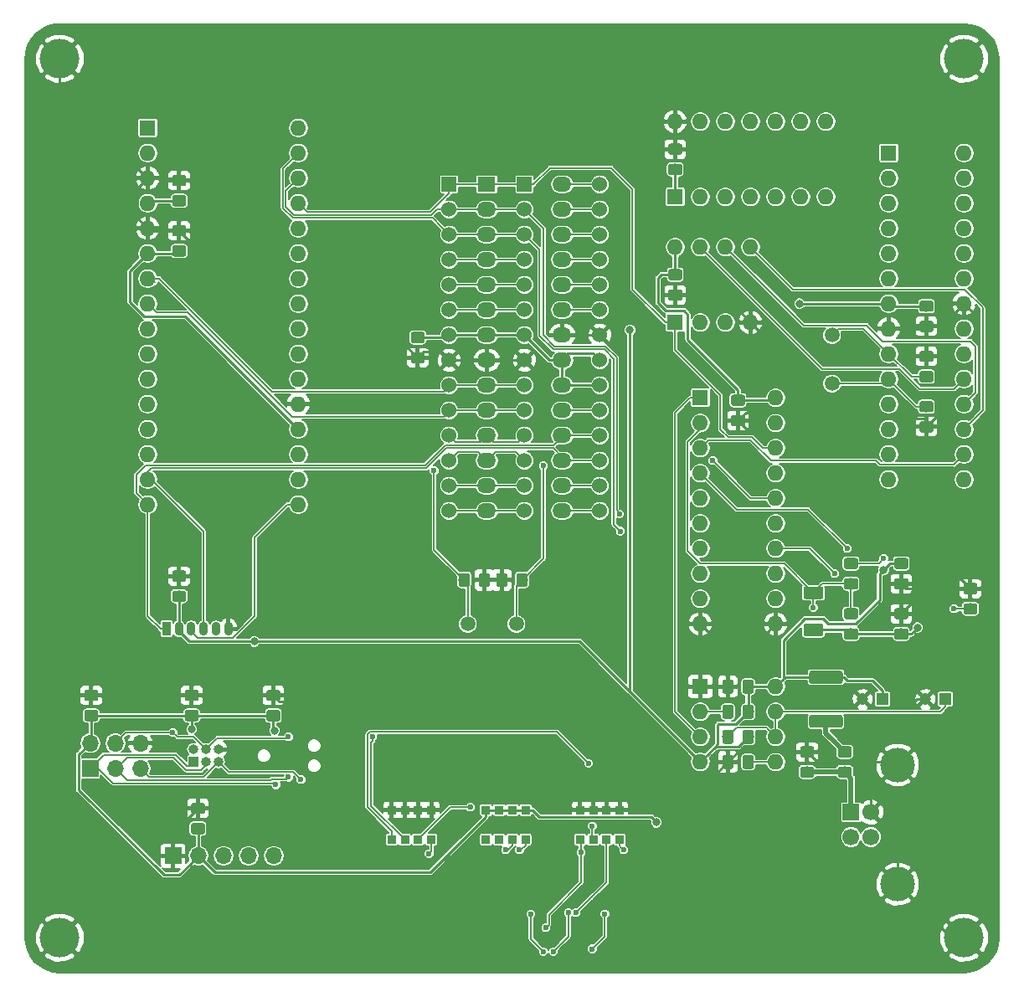
<source format=gbr>
G04 #@! TF.GenerationSoftware,KiCad,Pcbnew,(5.0.0)*
G04 #@! TF.CreationDate,2019-08-17T11:44:38-04:00*
G04 #@! TF.ProjectId,Multi Programmer,4D756C74692050726F6772616D6D6572,rev?*
G04 #@! TF.SameCoordinates,Original*
G04 #@! TF.FileFunction,Copper,L2,Bot,Signal*
G04 #@! TF.FilePolarity,Positive*
%FSLAX46Y46*%
G04 Gerber Fmt 4.6, Leading zero omitted, Abs format (unit mm)*
G04 Created by KiCad (PCBNEW (5.0.0)) date 08/17/19 11:44:38*
%MOMM*%
%LPD*%
G01*
G04 APERTURE LIST*
G04 #@! TA.AperFunction,Conductor*
%ADD10C,0.100000*%
G04 #@! TD*
G04 #@! TA.AperFunction,SMDPad,CuDef*
%ADD11C,1.150000*%
G04 #@! TD*
G04 #@! TA.AperFunction,ComponentPad*
%ADD12C,1.500000*%
G04 #@! TD*
G04 #@! TA.AperFunction,ComponentPad*
%ADD13R,1.600000X1.600000*%
G04 #@! TD*
G04 #@! TA.AperFunction,ComponentPad*
%ADD14O,1.600000X1.600000*%
G04 #@! TD*
G04 #@! TA.AperFunction,SMDPad,CuDef*
%ADD15R,0.900000X0.900000*%
G04 #@! TD*
G04 #@! TA.AperFunction,SMDPad,CuDef*
%ADD16C,1.250000*%
G04 #@! TD*
G04 #@! TA.AperFunction,ComponentPad*
%ADD17R,1.200000X1.200000*%
G04 #@! TD*
G04 #@! TA.AperFunction,ComponentPad*
%ADD18C,1.200000*%
G04 #@! TD*
G04 #@! TA.AperFunction,SMDPad,CuDef*
%ADD19C,1.300000*%
G04 #@! TD*
G04 #@! TA.AperFunction,ComponentPad*
%ADD20R,1.700000X1.700000*%
G04 #@! TD*
G04 #@! TA.AperFunction,ComponentPad*
%ADD21O,1.700000X1.700000*%
G04 #@! TD*
G04 #@! TA.AperFunction,ComponentPad*
%ADD22R,0.900000X1.400000*%
G04 #@! TD*
G04 #@! TA.AperFunction,ComponentPad*
%ADD23O,0.900000X1.400000*%
G04 #@! TD*
G04 #@! TA.AperFunction,ComponentPad*
%ADD24R,1.000000X1.000000*%
G04 #@! TD*
G04 #@! TA.AperFunction,ComponentPad*
%ADD25O,1.000000X1.000000*%
G04 #@! TD*
G04 #@! TA.AperFunction,ComponentPad*
%ADD26R,1.800000X1.524000*%
G04 #@! TD*
G04 #@! TA.AperFunction,ComponentPad*
%ADD27O,1.900000X1.524000*%
G04 #@! TD*
G04 #@! TA.AperFunction,ComponentPad*
%ADD28R,1.524000X1.524000*%
G04 #@! TD*
G04 #@! TA.AperFunction,ComponentPad*
%ADD29C,1.524000*%
G04 #@! TD*
G04 #@! TA.AperFunction,ComponentPad*
%ADD30C,1.700000*%
G04 #@! TD*
G04 #@! TA.AperFunction,ComponentPad*
%ADD31C,3.500000*%
G04 #@! TD*
G04 #@! TA.AperFunction,ComponentPad*
%ADD32C,4.000000*%
G04 #@! TD*
G04 #@! TA.AperFunction,ViaPad*
%ADD33C,0.800000*%
G04 #@! TD*
G04 #@! TA.AperFunction,ViaPad*
%ADD34C,0.600000*%
G04 #@! TD*
G04 #@! TA.AperFunction,Conductor*
%ADD35C,0.250000*%
G04 #@! TD*
G04 #@! TA.AperFunction,Conductor*
%ADD36C,0.150000*%
G04 #@! TD*
G04 #@! TA.AperFunction,Conductor*
%ADD37C,0.500000*%
G04 #@! TD*
G04 APERTURE END LIST*
D10*
G04 #@! TO.N,/S_XTAL2*
G04 #@! TO.C,C25*
G36*
X152504505Y-106616204D02*
X152528773Y-106619804D01*
X152552572Y-106625765D01*
X152575671Y-106634030D01*
X152597850Y-106644520D01*
X152618893Y-106657132D01*
X152638599Y-106671747D01*
X152656777Y-106688223D01*
X152673253Y-106706401D01*
X152687868Y-106726107D01*
X152700480Y-106747150D01*
X152710970Y-106769329D01*
X152719235Y-106792428D01*
X152725196Y-106816227D01*
X152728796Y-106840495D01*
X152730000Y-106864999D01*
X152730000Y-107765001D01*
X152728796Y-107789505D01*
X152725196Y-107813773D01*
X152719235Y-107837572D01*
X152710970Y-107860671D01*
X152700480Y-107882850D01*
X152687868Y-107903893D01*
X152673253Y-107923599D01*
X152656777Y-107941777D01*
X152638599Y-107958253D01*
X152618893Y-107972868D01*
X152597850Y-107985480D01*
X152575671Y-107995970D01*
X152552572Y-108004235D01*
X152528773Y-108010196D01*
X152504505Y-108013796D01*
X152480001Y-108015000D01*
X151829999Y-108015000D01*
X151805495Y-108013796D01*
X151781227Y-108010196D01*
X151757428Y-108004235D01*
X151734329Y-107995970D01*
X151712150Y-107985480D01*
X151691107Y-107972868D01*
X151671401Y-107958253D01*
X151653223Y-107941777D01*
X151636747Y-107923599D01*
X151622132Y-107903893D01*
X151609520Y-107882850D01*
X151599030Y-107860671D01*
X151590765Y-107837572D01*
X151584804Y-107813773D01*
X151581204Y-107789505D01*
X151580000Y-107765001D01*
X151580000Y-106864999D01*
X151581204Y-106840495D01*
X151584804Y-106816227D01*
X151590765Y-106792428D01*
X151599030Y-106769329D01*
X151609520Y-106747150D01*
X151622132Y-106726107D01*
X151636747Y-106706401D01*
X151653223Y-106688223D01*
X151671401Y-106671747D01*
X151691107Y-106657132D01*
X151712150Y-106644520D01*
X151734329Y-106634030D01*
X151757428Y-106625765D01*
X151781227Y-106619804D01*
X151805495Y-106616204D01*
X151829999Y-106615000D01*
X152480001Y-106615000D01*
X152504505Y-106616204D01*
X152504505Y-106616204D01*
G37*
D11*
G04 #@! TD*
G04 #@! TO.P,C25,2*
G04 #@! TO.N,/S_XTAL2*
X152155000Y-107315000D03*
D10*
G04 #@! TO.N,GND*
G04 #@! TO.C,C25*
G36*
X150454505Y-106616204D02*
X150478773Y-106619804D01*
X150502572Y-106625765D01*
X150525671Y-106634030D01*
X150547850Y-106644520D01*
X150568893Y-106657132D01*
X150588599Y-106671747D01*
X150606777Y-106688223D01*
X150623253Y-106706401D01*
X150637868Y-106726107D01*
X150650480Y-106747150D01*
X150660970Y-106769329D01*
X150669235Y-106792428D01*
X150675196Y-106816227D01*
X150678796Y-106840495D01*
X150680000Y-106864999D01*
X150680000Y-107765001D01*
X150678796Y-107789505D01*
X150675196Y-107813773D01*
X150669235Y-107837572D01*
X150660970Y-107860671D01*
X150650480Y-107882850D01*
X150637868Y-107903893D01*
X150623253Y-107923599D01*
X150606777Y-107941777D01*
X150588599Y-107958253D01*
X150568893Y-107972868D01*
X150547850Y-107985480D01*
X150525671Y-107995970D01*
X150502572Y-108004235D01*
X150478773Y-108010196D01*
X150454505Y-108013796D01*
X150430001Y-108015000D01*
X149779999Y-108015000D01*
X149755495Y-108013796D01*
X149731227Y-108010196D01*
X149707428Y-108004235D01*
X149684329Y-107995970D01*
X149662150Y-107985480D01*
X149641107Y-107972868D01*
X149621401Y-107958253D01*
X149603223Y-107941777D01*
X149586747Y-107923599D01*
X149572132Y-107903893D01*
X149559520Y-107882850D01*
X149549030Y-107860671D01*
X149540765Y-107837572D01*
X149534804Y-107813773D01*
X149531204Y-107789505D01*
X149530000Y-107765001D01*
X149530000Y-106864999D01*
X149531204Y-106840495D01*
X149534804Y-106816227D01*
X149540765Y-106792428D01*
X149549030Y-106769329D01*
X149559520Y-106747150D01*
X149572132Y-106726107D01*
X149586747Y-106706401D01*
X149603223Y-106688223D01*
X149621401Y-106671747D01*
X149641107Y-106657132D01*
X149662150Y-106644520D01*
X149684329Y-106634030D01*
X149707428Y-106625765D01*
X149731227Y-106619804D01*
X149755495Y-106616204D01*
X149779999Y-106615000D01*
X150430001Y-106615000D01*
X150454505Y-106616204D01*
X150454505Y-106616204D01*
G37*
D11*
G04 #@! TD*
G04 #@! TO.P,C25,1*
G04 #@! TO.N,GND*
X150105000Y-107315000D03*
D10*
G04 #@! TO.N,GND*
G04 #@! TO.C,C24*
G36*
X148694505Y-106616204D02*
X148718773Y-106619804D01*
X148742572Y-106625765D01*
X148765671Y-106634030D01*
X148787850Y-106644520D01*
X148808893Y-106657132D01*
X148828599Y-106671747D01*
X148846777Y-106688223D01*
X148863253Y-106706401D01*
X148877868Y-106726107D01*
X148890480Y-106747150D01*
X148900970Y-106769329D01*
X148909235Y-106792428D01*
X148915196Y-106816227D01*
X148918796Y-106840495D01*
X148920000Y-106864999D01*
X148920000Y-107765001D01*
X148918796Y-107789505D01*
X148915196Y-107813773D01*
X148909235Y-107837572D01*
X148900970Y-107860671D01*
X148890480Y-107882850D01*
X148877868Y-107903893D01*
X148863253Y-107923599D01*
X148846777Y-107941777D01*
X148828599Y-107958253D01*
X148808893Y-107972868D01*
X148787850Y-107985480D01*
X148765671Y-107995970D01*
X148742572Y-108004235D01*
X148718773Y-108010196D01*
X148694505Y-108013796D01*
X148670001Y-108015000D01*
X148019999Y-108015000D01*
X147995495Y-108013796D01*
X147971227Y-108010196D01*
X147947428Y-108004235D01*
X147924329Y-107995970D01*
X147902150Y-107985480D01*
X147881107Y-107972868D01*
X147861401Y-107958253D01*
X147843223Y-107941777D01*
X147826747Y-107923599D01*
X147812132Y-107903893D01*
X147799520Y-107882850D01*
X147789030Y-107860671D01*
X147780765Y-107837572D01*
X147774804Y-107813773D01*
X147771204Y-107789505D01*
X147770000Y-107765001D01*
X147770000Y-106864999D01*
X147771204Y-106840495D01*
X147774804Y-106816227D01*
X147780765Y-106792428D01*
X147789030Y-106769329D01*
X147799520Y-106747150D01*
X147812132Y-106726107D01*
X147826747Y-106706401D01*
X147843223Y-106688223D01*
X147861401Y-106671747D01*
X147881107Y-106657132D01*
X147902150Y-106644520D01*
X147924329Y-106634030D01*
X147947428Y-106625765D01*
X147971227Y-106619804D01*
X147995495Y-106616204D01*
X148019999Y-106615000D01*
X148670001Y-106615000D01*
X148694505Y-106616204D01*
X148694505Y-106616204D01*
G37*
D11*
G04 #@! TD*
G04 #@! TO.P,C24,1*
G04 #@! TO.N,GND*
X148345000Y-107315000D03*
D10*
G04 #@! TO.N,/S_XTAL1*
G04 #@! TO.C,C24*
G36*
X146644505Y-106616204D02*
X146668773Y-106619804D01*
X146692572Y-106625765D01*
X146715671Y-106634030D01*
X146737850Y-106644520D01*
X146758893Y-106657132D01*
X146778599Y-106671747D01*
X146796777Y-106688223D01*
X146813253Y-106706401D01*
X146827868Y-106726107D01*
X146840480Y-106747150D01*
X146850970Y-106769329D01*
X146859235Y-106792428D01*
X146865196Y-106816227D01*
X146868796Y-106840495D01*
X146870000Y-106864999D01*
X146870000Y-107765001D01*
X146868796Y-107789505D01*
X146865196Y-107813773D01*
X146859235Y-107837572D01*
X146850970Y-107860671D01*
X146840480Y-107882850D01*
X146827868Y-107903893D01*
X146813253Y-107923599D01*
X146796777Y-107941777D01*
X146778599Y-107958253D01*
X146758893Y-107972868D01*
X146737850Y-107985480D01*
X146715671Y-107995970D01*
X146692572Y-108004235D01*
X146668773Y-108010196D01*
X146644505Y-108013796D01*
X146620001Y-108015000D01*
X145969999Y-108015000D01*
X145945495Y-108013796D01*
X145921227Y-108010196D01*
X145897428Y-108004235D01*
X145874329Y-107995970D01*
X145852150Y-107985480D01*
X145831107Y-107972868D01*
X145811401Y-107958253D01*
X145793223Y-107941777D01*
X145776747Y-107923599D01*
X145762132Y-107903893D01*
X145749520Y-107882850D01*
X145739030Y-107860671D01*
X145730765Y-107837572D01*
X145724804Y-107813773D01*
X145721204Y-107789505D01*
X145720000Y-107765001D01*
X145720000Y-106864999D01*
X145721204Y-106840495D01*
X145724804Y-106816227D01*
X145730765Y-106792428D01*
X145739030Y-106769329D01*
X145749520Y-106747150D01*
X145762132Y-106726107D01*
X145776747Y-106706401D01*
X145793223Y-106688223D01*
X145811401Y-106671747D01*
X145831107Y-106657132D01*
X145852150Y-106644520D01*
X145874329Y-106634030D01*
X145897428Y-106625765D01*
X145921227Y-106619804D01*
X145945495Y-106616204D01*
X145969999Y-106615000D01*
X146620001Y-106615000D01*
X146644505Y-106616204D01*
X146644505Y-106616204D01*
G37*
D11*
G04 #@! TD*
G04 #@! TO.P,C24,2*
G04 #@! TO.N,/S_XTAL1*
X146295000Y-107315000D03*
D12*
G04 #@! TO.P,Y2,1*
G04 #@! TO.N,/S_XTAL1*
X146685000Y-111760000D03*
G04 #@! TO.P,Y2,2*
G04 #@! TO.N,/S_XTAL2*
X151585000Y-111760000D03*
G04 #@! TD*
D13*
G04 #@! TO.P,SK4,1*
G04 #@! TO.N,VCC*
X167640000Y-68580000D03*
D14*
G04 #@! TO.P,SK4,8*
G04 #@! TO.N,/S_MISO*
X182880000Y-60960000D03*
G04 #@! TO.P,SK4,2*
G04 #@! TO.N,Net-(SK4-Pad2)*
X170180000Y-68580000D03*
G04 #@! TO.P,SK4,9*
G04 #@! TO.N,/S_SCK*
X180340000Y-60960000D03*
G04 #@! TO.P,SK4,3*
G04 #@! TO.N,Net-(SK4-Pad3)*
X172720000Y-68580000D03*
G04 #@! TO.P,SK4,10*
G04 #@! TO.N,Net-(SK4-Pad10)*
X177800000Y-60960000D03*
G04 #@! TO.P,SK4,4*
G04 #@! TO.N,/~SCK_RST*
X175260000Y-68580000D03*
G04 #@! TO.P,SK4,11*
G04 #@! TO.N,Net-(SK4-Pad11)*
X175260000Y-60960000D03*
G04 #@! TO.P,SK4,5*
G04 #@! TO.N,Net-(SK4-Pad5)*
X177800000Y-68580000D03*
G04 #@! TO.P,SK4,12*
G04 #@! TO.N,Net-(SK4-Pad12)*
X172720000Y-60960000D03*
G04 #@! TO.P,SK4,6*
G04 #@! TO.N,Net-(SK4-Pad6)*
X180340000Y-68580000D03*
G04 #@! TO.P,SK4,13*
G04 #@! TO.N,Net-(SK4-Pad13)*
X170180000Y-60960000D03*
G04 #@! TO.P,SK4,7*
G04 #@! TO.N,/S_MOSI*
X182880000Y-68580000D03*
G04 #@! TO.P,SK4,14*
G04 #@! TO.N,GND*
X167640000Y-60960000D03*
G04 #@! TD*
D13*
G04 #@! TO.P,SK3,1*
G04 #@! TO.N,/~SCK_RST*
X167640000Y-81280000D03*
D14*
G04 #@! TO.P,SK3,5*
G04 #@! TO.N,/S_MOSI*
X175260000Y-73660000D03*
G04 #@! TO.P,SK3,2*
G04 #@! TO.N,Net-(SK3-Pad2)*
X170180000Y-81280000D03*
G04 #@! TO.P,SK3,6*
G04 #@! TO.N,/S_MISO*
X172720000Y-73660000D03*
G04 #@! TO.P,SK3,3*
G04 #@! TO.N,Net-(SK3-Pad3)*
X172720000Y-81280000D03*
G04 #@! TO.P,SK3,7*
G04 #@! TO.N,/S_SCK*
X170180000Y-73660000D03*
G04 #@! TO.P,SK3,4*
G04 #@! TO.N,GND*
X175260000Y-81280000D03*
G04 #@! TO.P,SK3,8*
G04 #@! TO.N,VCC*
X167640000Y-73660000D03*
G04 #@! TD*
D15*
G04 #@! TO.P,RN1,1*
G04 #@! TO.N,GND*
X138970000Y-130580000D03*
G04 #@! TO.P,RN1,4*
X142970000Y-130580000D03*
G04 #@! TO.P,RN1,2*
X140310000Y-130580000D03*
G04 #@! TO.P,RN1,3*
X141630000Y-130580000D03*
G04 #@! TO.P,RN1,7*
G04 #@! TO.N,Net-(D2-Pad1)*
X140310000Y-133580000D03*
G04 #@! TO.P,RN1,8*
G04 #@! TO.N,Net-(D1-Pad1)*
X138970000Y-133580000D03*
G04 #@! TO.P,RN1,5*
G04 #@! TO.N,Net-(D4-Pad1)*
X142970000Y-133580000D03*
G04 #@! TO.P,RN1,6*
G04 #@! TO.N,Net-(D3-Pad1)*
X141630000Y-133580000D03*
G04 #@! TD*
G04 #@! TO.P,RN2,6*
G04 #@! TO.N,Net-(D7-Pad1)*
X160680000Y-133580000D03*
G04 #@! TO.P,RN2,5*
G04 #@! TO.N,Net-(D8-Pad1)*
X162020000Y-133580000D03*
G04 #@! TO.P,RN2,8*
G04 #@! TO.N,Net-(D5-Pad1)*
X158020000Y-133580000D03*
G04 #@! TO.P,RN2,7*
G04 #@! TO.N,Net-(D6-Pad1)*
X159360000Y-133580000D03*
G04 #@! TO.P,RN2,3*
G04 #@! TO.N,GND*
X160680000Y-130580000D03*
G04 #@! TO.P,RN2,2*
X159360000Y-130580000D03*
G04 #@! TO.P,RN2,4*
X162020000Y-130580000D03*
G04 #@! TO.P,RN2,1*
X158020000Y-130580000D03*
G04 #@! TD*
G04 #@! TO.P,RN3,1*
G04 #@! TO.N,Net-(D9-Pad2)*
X152495000Y-133580000D03*
G04 #@! TO.P,RN3,4*
G04 #@! TO.N,Net-(RN3-Pad4)*
X148495000Y-133580000D03*
G04 #@! TO.P,RN3,2*
G04 #@! TO.N,Net-(D10-Pad2)*
X151155000Y-133580000D03*
G04 #@! TO.P,RN3,3*
G04 #@! TO.N,Net-(RN3-Pad3)*
X149835000Y-133580000D03*
G04 #@! TO.P,RN3,7*
G04 #@! TO.N,VCC*
X151155000Y-130580000D03*
G04 #@! TO.P,RN3,8*
X152495000Y-130580000D03*
G04 #@! TO.P,RN3,5*
X148495000Y-130580000D03*
G04 #@! TO.P,RN3,6*
X149835000Y-130580000D03*
G04 #@! TD*
D10*
G04 #@! TO.N,+3V3*
G04 #@! TO.C,D11*
G36*
X182434113Y-111740939D02*
X182453043Y-111743747D01*
X182471606Y-111748397D01*
X182489623Y-111754843D01*
X182506922Y-111763025D01*
X182523336Y-111772863D01*
X182538707Y-111784263D01*
X182552886Y-111797114D01*
X182565737Y-111811293D01*
X182577137Y-111826664D01*
X182586975Y-111843078D01*
X182595157Y-111860377D01*
X182601603Y-111878394D01*
X182606253Y-111896957D01*
X182609061Y-111915887D01*
X182610000Y-111935000D01*
X182610000Y-112795000D01*
X182609061Y-112814113D01*
X182606253Y-112833043D01*
X182601603Y-112851606D01*
X182595157Y-112869623D01*
X182586975Y-112886922D01*
X182577137Y-112903336D01*
X182565737Y-112918707D01*
X182552886Y-112932886D01*
X182538707Y-112945737D01*
X182523336Y-112957137D01*
X182506922Y-112966975D01*
X182489623Y-112975157D01*
X182471606Y-112981603D01*
X182453043Y-112986253D01*
X182434113Y-112989061D01*
X182415000Y-112990000D01*
X180805000Y-112990000D01*
X180785887Y-112989061D01*
X180766957Y-112986253D01*
X180748394Y-112981603D01*
X180730377Y-112975157D01*
X180713078Y-112966975D01*
X180696664Y-112957137D01*
X180681293Y-112945737D01*
X180667114Y-112932886D01*
X180654263Y-112918707D01*
X180642863Y-112903336D01*
X180633025Y-112886922D01*
X180624843Y-112869623D01*
X180618397Y-112851606D01*
X180613747Y-112833043D01*
X180610939Y-112814113D01*
X180610000Y-112795000D01*
X180610000Y-111935000D01*
X180610939Y-111915887D01*
X180613747Y-111896957D01*
X180618397Y-111878394D01*
X180624843Y-111860377D01*
X180633025Y-111843078D01*
X180642863Y-111826664D01*
X180654263Y-111811293D01*
X180667114Y-111797114D01*
X180681293Y-111784263D01*
X180696664Y-111772863D01*
X180713078Y-111763025D01*
X180730377Y-111754843D01*
X180748394Y-111748397D01*
X180766957Y-111743747D01*
X180785887Y-111740939D01*
X180805000Y-111740000D01*
X182415000Y-111740000D01*
X182434113Y-111740939D01*
X182434113Y-111740939D01*
G37*
D16*
G04 #@! TD*
G04 #@! TO.P,D11,1*
G04 #@! TO.N,+3V3*
X181610000Y-112365000D03*
D10*
G04 #@! TO.N,/~RESET*
G04 #@! TO.C,D11*
G36*
X182434113Y-107990939D02*
X182453043Y-107993747D01*
X182471606Y-107998397D01*
X182489623Y-108004843D01*
X182506922Y-108013025D01*
X182523336Y-108022863D01*
X182538707Y-108034263D01*
X182552886Y-108047114D01*
X182565737Y-108061293D01*
X182577137Y-108076664D01*
X182586975Y-108093078D01*
X182595157Y-108110377D01*
X182601603Y-108128394D01*
X182606253Y-108146957D01*
X182609061Y-108165887D01*
X182610000Y-108185000D01*
X182610000Y-109045000D01*
X182609061Y-109064113D01*
X182606253Y-109083043D01*
X182601603Y-109101606D01*
X182595157Y-109119623D01*
X182586975Y-109136922D01*
X182577137Y-109153336D01*
X182565737Y-109168707D01*
X182552886Y-109182886D01*
X182538707Y-109195737D01*
X182523336Y-109207137D01*
X182506922Y-109216975D01*
X182489623Y-109225157D01*
X182471606Y-109231603D01*
X182453043Y-109236253D01*
X182434113Y-109239061D01*
X182415000Y-109240000D01*
X180805000Y-109240000D01*
X180785887Y-109239061D01*
X180766957Y-109236253D01*
X180748394Y-109231603D01*
X180730377Y-109225157D01*
X180713078Y-109216975D01*
X180696664Y-109207137D01*
X180681293Y-109195737D01*
X180667114Y-109182886D01*
X180654263Y-109168707D01*
X180642863Y-109153336D01*
X180633025Y-109136922D01*
X180624843Y-109119623D01*
X180618397Y-109101606D01*
X180613747Y-109083043D01*
X180610939Y-109064113D01*
X180610000Y-109045000D01*
X180610000Y-108185000D01*
X180610939Y-108165887D01*
X180613747Y-108146957D01*
X180618397Y-108128394D01*
X180624843Y-108110377D01*
X180633025Y-108093078D01*
X180642863Y-108076664D01*
X180654263Y-108061293D01*
X180667114Y-108047114D01*
X180681293Y-108034263D01*
X180696664Y-108022863D01*
X180713078Y-108013025D01*
X180730377Y-108004843D01*
X180748394Y-107998397D01*
X180766957Y-107993747D01*
X180785887Y-107990939D01*
X180805000Y-107990000D01*
X182415000Y-107990000D01*
X182434113Y-107990939D01*
X182434113Y-107990939D01*
G37*
D16*
G04 #@! TD*
G04 #@! TO.P,D11,2*
G04 #@! TO.N,/~RESET*
X181610000Y-108615000D03*
D10*
G04 #@! TO.N,GND*
G04 #@! TO.C,C23*
G36*
X117949505Y-106351204D02*
X117973773Y-106354804D01*
X117997572Y-106360765D01*
X118020671Y-106369030D01*
X118042850Y-106379520D01*
X118063893Y-106392132D01*
X118083599Y-106406747D01*
X118101777Y-106423223D01*
X118118253Y-106441401D01*
X118132868Y-106461107D01*
X118145480Y-106482150D01*
X118155970Y-106504329D01*
X118164235Y-106527428D01*
X118170196Y-106551227D01*
X118173796Y-106575495D01*
X118175000Y-106599999D01*
X118175000Y-107250001D01*
X118173796Y-107274505D01*
X118170196Y-107298773D01*
X118164235Y-107322572D01*
X118155970Y-107345671D01*
X118145480Y-107367850D01*
X118132868Y-107388893D01*
X118118253Y-107408599D01*
X118101777Y-107426777D01*
X118083599Y-107443253D01*
X118063893Y-107457868D01*
X118042850Y-107470480D01*
X118020671Y-107480970D01*
X117997572Y-107489235D01*
X117973773Y-107495196D01*
X117949505Y-107498796D01*
X117925001Y-107500000D01*
X117024999Y-107500000D01*
X117000495Y-107498796D01*
X116976227Y-107495196D01*
X116952428Y-107489235D01*
X116929329Y-107480970D01*
X116907150Y-107470480D01*
X116886107Y-107457868D01*
X116866401Y-107443253D01*
X116848223Y-107426777D01*
X116831747Y-107408599D01*
X116817132Y-107388893D01*
X116804520Y-107367850D01*
X116794030Y-107345671D01*
X116785765Y-107322572D01*
X116779804Y-107298773D01*
X116776204Y-107274505D01*
X116775000Y-107250001D01*
X116775000Y-106599999D01*
X116776204Y-106575495D01*
X116779804Y-106551227D01*
X116785765Y-106527428D01*
X116794030Y-106504329D01*
X116804520Y-106482150D01*
X116817132Y-106461107D01*
X116831747Y-106441401D01*
X116848223Y-106423223D01*
X116866401Y-106406747D01*
X116886107Y-106392132D01*
X116907150Y-106379520D01*
X116929329Y-106369030D01*
X116952428Y-106360765D01*
X116976227Y-106354804D01*
X117000495Y-106351204D01*
X117024999Y-106350000D01*
X117925001Y-106350000D01*
X117949505Y-106351204D01*
X117949505Y-106351204D01*
G37*
D11*
G04 #@! TD*
G04 #@! TO.P,C23,1*
G04 #@! TO.N,GND*
X117475000Y-106925000D03*
D10*
G04 #@! TO.N,VCC*
G04 #@! TO.C,C23*
G36*
X117949505Y-108401204D02*
X117973773Y-108404804D01*
X117997572Y-108410765D01*
X118020671Y-108419030D01*
X118042850Y-108429520D01*
X118063893Y-108442132D01*
X118083599Y-108456747D01*
X118101777Y-108473223D01*
X118118253Y-108491401D01*
X118132868Y-108511107D01*
X118145480Y-108532150D01*
X118155970Y-108554329D01*
X118164235Y-108577428D01*
X118170196Y-108601227D01*
X118173796Y-108625495D01*
X118175000Y-108649999D01*
X118175000Y-109300001D01*
X118173796Y-109324505D01*
X118170196Y-109348773D01*
X118164235Y-109372572D01*
X118155970Y-109395671D01*
X118145480Y-109417850D01*
X118132868Y-109438893D01*
X118118253Y-109458599D01*
X118101777Y-109476777D01*
X118083599Y-109493253D01*
X118063893Y-109507868D01*
X118042850Y-109520480D01*
X118020671Y-109530970D01*
X117997572Y-109539235D01*
X117973773Y-109545196D01*
X117949505Y-109548796D01*
X117925001Y-109550000D01*
X117024999Y-109550000D01*
X117000495Y-109548796D01*
X116976227Y-109545196D01*
X116952428Y-109539235D01*
X116929329Y-109530970D01*
X116907150Y-109520480D01*
X116886107Y-109507868D01*
X116866401Y-109493253D01*
X116848223Y-109476777D01*
X116831747Y-109458599D01*
X116817132Y-109438893D01*
X116804520Y-109417850D01*
X116794030Y-109395671D01*
X116785765Y-109372572D01*
X116779804Y-109348773D01*
X116776204Y-109324505D01*
X116775000Y-109300001D01*
X116775000Y-108649999D01*
X116776204Y-108625495D01*
X116779804Y-108601227D01*
X116785765Y-108577428D01*
X116794030Y-108554329D01*
X116804520Y-108532150D01*
X116817132Y-108511107D01*
X116831747Y-108491401D01*
X116848223Y-108473223D01*
X116866401Y-108456747D01*
X116886107Y-108442132D01*
X116907150Y-108429520D01*
X116929329Y-108419030D01*
X116952428Y-108410765D01*
X116976227Y-108404804D01*
X117000495Y-108401204D01*
X117024999Y-108400000D01*
X117925001Y-108400000D01*
X117949505Y-108401204D01*
X117949505Y-108401204D01*
G37*
D11*
G04 #@! TD*
G04 #@! TO.P,C23,2*
G04 #@! TO.N,VCC*
X117475000Y-108975000D03*
D10*
G04 #@! TO.N,VCC*
G04 #@! TO.C,C19*
G36*
X109059505Y-120466204D02*
X109083773Y-120469804D01*
X109107572Y-120475765D01*
X109130671Y-120484030D01*
X109152850Y-120494520D01*
X109173893Y-120507132D01*
X109193599Y-120521747D01*
X109211777Y-120538223D01*
X109228253Y-120556401D01*
X109242868Y-120576107D01*
X109255480Y-120597150D01*
X109265970Y-120619329D01*
X109274235Y-120642428D01*
X109280196Y-120666227D01*
X109283796Y-120690495D01*
X109285000Y-120714999D01*
X109285000Y-121365001D01*
X109283796Y-121389505D01*
X109280196Y-121413773D01*
X109274235Y-121437572D01*
X109265970Y-121460671D01*
X109255480Y-121482850D01*
X109242868Y-121503893D01*
X109228253Y-121523599D01*
X109211777Y-121541777D01*
X109193599Y-121558253D01*
X109173893Y-121572868D01*
X109152850Y-121585480D01*
X109130671Y-121595970D01*
X109107572Y-121604235D01*
X109083773Y-121610196D01*
X109059505Y-121613796D01*
X109035001Y-121615000D01*
X108134999Y-121615000D01*
X108110495Y-121613796D01*
X108086227Y-121610196D01*
X108062428Y-121604235D01*
X108039329Y-121595970D01*
X108017150Y-121585480D01*
X107996107Y-121572868D01*
X107976401Y-121558253D01*
X107958223Y-121541777D01*
X107941747Y-121523599D01*
X107927132Y-121503893D01*
X107914520Y-121482850D01*
X107904030Y-121460671D01*
X107895765Y-121437572D01*
X107889804Y-121413773D01*
X107886204Y-121389505D01*
X107885000Y-121365001D01*
X107885000Y-120714999D01*
X107886204Y-120690495D01*
X107889804Y-120666227D01*
X107895765Y-120642428D01*
X107904030Y-120619329D01*
X107914520Y-120597150D01*
X107927132Y-120576107D01*
X107941747Y-120556401D01*
X107958223Y-120538223D01*
X107976401Y-120521747D01*
X107996107Y-120507132D01*
X108017150Y-120494520D01*
X108039329Y-120484030D01*
X108062428Y-120475765D01*
X108086227Y-120469804D01*
X108110495Y-120466204D01*
X108134999Y-120465000D01*
X109035001Y-120465000D01*
X109059505Y-120466204D01*
X109059505Y-120466204D01*
G37*
D11*
G04 #@! TD*
G04 #@! TO.P,C19,2*
G04 #@! TO.N,VCC*
X108585000Y-121040000D03*
D10*
G04 #@! TO.N,GND*
G04 #@! TO.C,C19*
G36*
X109059505Y-118416204D02*
X109083773Y-118419804D01*
X109107572Y-118425765D01*
X109130671Y-118434030D01*
X109152850Y-118444520D01*
X109173893Y-118457132D01*
X109193599Y-118471747D01*
X109211777Y-118488223D01*
X109228253Y-118506401D01*
X109242868Y-118526107D01*
X109255480Y-118547150D01*
X109265970Y-118569329D01*
X109274235Y-118592428D01*
X109280196Y-118616227D01*
X109283796Y-118640495D01*
X109285000Y-118664999D01*
X109285000Y-119315001D01*
X109283796Y-119339505D01*
X109280196Y-119363773D01*
X109274235Y-119387572D01*
X109265970Y-119410671D01*
X109255480Y-119432850D01*
X109242868Y-119453893D01*
X109228253Y-119473599D01*
X109211777Y-119491777D01*
X109193599Y-119508253D01*
X109173893Y-119522868D01*
X109152850Y-119535480D01*
X109130671Y-119545970D01*
X109107572Y-119554235D01*
X109083773Y-119560196D01*
X109059505Y-119563796D01*
X109035001Y-119565000D01*
X108134999Y-119565000D01*
X108110495Y-119563796D01*
X108086227Y-119560196D01*
X108062428Y-119554235D01*
X108039329Y-119545970D01*
X108017150Y-119535480D01*
X107996107Y-119522868D01*
X107976401Y-119508253D01*
X107958223Y-119491777D01*
X107941747Y-119473599D01*
X107927132Y-119453893D01*
X107914520Y-119432850D01*
X107904030Y-119410671D01*
X107895765Y-119387572D01*
X107889804Y-119363773D01*
X107886204Y-119339505D01*
X107885000Y-119315001D01*
X107885000Y-118664999D01*
X107886204Y-118640495D01*
X107889804Y-118616227D01*
X107895765Y-118592428D01*
X107904030Y-118569329D01*
X107914520Y-118547150D01*
X107927132Y-118526107D01*
X107941747Y-118506401D01*
X107958223Y-118488223D01*
X107976401Y-118471747D01*
X107996107Y-118457132D01*
X108017150Y-118444520D01*
X108039329Y-118434030D01*
X108062428Y-118425765D01*
X108086227Y-118419804D01*
X108110495Y-118416204D01*
X108134999Y-118415000D01*
X109035001Y-118415000D01*
X109059505Y-118416204D01*
X109059505Y-118416204D01*
G37*
D11*
G04 #@! TD*
G04 #@! TO.P,C19,1*
G04 #@! TO.N,GND*
X108585000Y-118990000D03*
D10*
G04 #@! TO.N,GND*
G04 #@! TO.C,C21*
G36*
X127474505Y-118416204D02*
X127498773Y-118419804D01*
X127522572Y-118425765D01*
X127545671Y-118434030D01*
X127567850Y-118444520D01*
X127588893Y-118457132D01*
X127608599Y-118471747D01*
X127626777Y-118488223D01*
X127643253Y-118506401D01*
X127657868Y-118526107D01*
X127670480Y-118547150D01*
X127680970Y-118569329D01*
X127689235Y-118592428D01*
X127695196Y-118616227D01*
X127698796Y-118640495D01*
X127700000Y-118664999D01*
X127700000Y-119315001D01*
X127698796Y-119339505D01*
X127695196Y-119363773D01*
X127689235Y-119387572D01*
X127680970Y-119410671D01*
X127670480Y-119432850D01*
X127657868Y-119453893D01*
X127643253Y-119473599D01*
X127626777Y-119491777D01*
X127608599Y-119508253D01*
X127588893Y-119522868D01*
X127567850Y-119535480D01*
X127545671Y-119545970D01*
X127522572Y-119554235D01*
X127498773Y-119560196D01*
X127474505Y-119563796D01*
X127450001Y-119565000D01*
X126549999Y-119565000D01*
X126525495Y-119563796D01*
X126501227Y-119560196D01*
X126477428Y-119554235D01*
X126454329Y-119545970D01*
X126432150Y-119535480D01*
X126411107Y-119522868D01*
X126391401Y-119508253D01*
X126373223Y-119491777D01*
X126356747Y-119473599D01*
X126342132Y-119453893D01*
X126329520Y-119432850D01*
X126319030Y-119410671D01*
X126310765Y-119387572D01*
X126304804Y-119363773D01*
X126301204Y-119339505D01*
X126300000Y-119315001D01*
X126300000Y-118664999D01*
X126301204Y-118640495D01*
X126304804Y-118616227D01*
X126310765Y-118592428D01*
X126319030Y-118569329D01*
X126329520Y-118547150D01*
X126342132Y-118526107D01*
X126356747Y-118506401D01*
X126373223Y-118488223D01*
X126391401Y-118471747D01*
X126411107Y-118457132D01*
X126432150Y-118444520D01*
X126454329Y-118434030D01*
X126477428Y-118425765D01*
X126501227Y-118419804D01*
X126525495Y-118416204D01*
X126549999Y-118415000D01*
X127450001Y-118415000D01*
X127474505Y-118416204D01*
X127474505Y-118416204D01*
G37*
D11*
G04 #@! TD*
G04 #@! TO.P,C21,1*
G04 #@! TO.N,GND*
X127000000Y-118990000D03*
D10*
G04 #@! TO.N,VCC*
G04 #@! TO.C,C21*
G36*
X127474505Y-120466204D02*
X127498773Y-120469804D01*
X127522572Y-120475765D01*
X127545671Y-120484030D01*
X127567850Y-120494520D01*
X127588893Y-120507132D01*
X127608599Y-120521747D01*
X127626777Y-120538223D01*
X127643253Y-120556401D01*
X127657868Y-120576107D01*
X127670480Y-120597150D01*
X127680970Y-120619329D01*
X127689235Y-120642428D01*
X127695196Y-120666227D01*
X127698796Y-120690495D01*
X127700000Y-120714999D01*
X127700000Y-121365001D01*
X127698796Y-121389505D01*
X127695196Y-121413773D01*
X127689235Y-121437572D01*
X127680970Y-121460671D01*
X127670480Y-121482850D01*
X127657868Y-121503893D01*
X127643253Y-121523599D01*
X127626777Y-121541777D01*
X127608599Y-121558253D01*
X127588893Y-121572868D01*
X127567850Y-121585480D01*
X127545671Y-121595970D01*
X127522572Y-121604235D01*
X127498773Y-121610196D01*
X127474505Y-121613796D01*
X127450001Y-121615000D01*
X126549999Y-121615000D01*
X126525495Y-121613796D01*
X126501227Y-121610196D01*
X126477428Y-121604235D01*
X126454329Y-121595970D01*
X126432150Y-121585480D01*
X126411107Y-121572868D01*
X126391401Y-121558253D01*
X126373223Y-121541777D01*
X126356747Y-121523599D01*
X126342132Y-121503893D01*
X126329520Y-121482850D01*
X126319030Y-121460671D01*
X126310765Y-121437572D01*
X126304804Y-121413773D01*
X126301204Y-121389505D01*
X126300000Y-121365001D01*
X126300000Y-120714999D01*
X126301204Y-120690495D01*
X126304804Y-120666227D01*
X126310765Y-120642428D01*
X126319030Y-120619329D01*
X126329520Y-120597150D01*
X126342132Y-120576107D01*
X126356747Y-120556401D01*
X126373223Y-120538223D01*
X126391401Y-120521747D01*
X126411107Y-120507132D01*
X126432150Y-120494520D01*
X126454329Y-120484030D01*
X126477428Y-120475765D01*
X126501227Y-120469804D01*
X126525495Y-120466204D01*
X126549999Y-120465000D01*
X127450001Y-120465000D01*
X127474505Y-120466204D01*
X127474505Y-120466204D01*
G37*
D11*
G04 #@! TD*
G04 #@! TO.P,C21,2*
G04 #@! TO.N,VCC*
X127000000Y-121040000D03*
D10*
G04 #@! TO.N,VCC*
G04 #@! TO.C,C22*
G36*
X119854505Y-131896204D02*
X119878773Y-131899804D01*
X119902572Y-131905765D01*
X119925671Y-131914030D01*
X119947850Y-131924520D01*
X119968893Y-131937132D01*
X119988599Y-131951747D01*
X120006777Y-131968223D01*
X120023253Y-131986401D01*
X120037868Y-132006107D01*
X120050480Y-132027150D01*
X120060970Y-132049329D01*
X120069235Y-132072428D01*
X120075196Y-132096227D01*
X120078796Y-132120495D01*
X120080000Y-132144999D01*
X120080000Y-132795001D01*
X120078796Y-132819505D01*
X120075196Y-132843773D01*
X120069235Y-132867572D01*
X120060970Y-132890671D01*
X120050480Y-132912850D01*
X120037868Y-132933893D01*
X120023253Y-132953599D01*
X120006777Y-132971777D01*
X119988599Y-132988253D01*
X119968893Y-133002868D01*
X119947850Y-133015480D01*
X119925671Y-133025970D01*
X119902572Y-133034235D01*
X119878773Y-133040196D01*
X119854505Y-133043796D01*
X119830001Y-133045000D01*
X118929999Y-133045000D01*
X118905495Y-133043796D01*
X118881227Y-133040196D01*
X118857428Y-133034235D01*
X118834329Y-133025970D01*
X118812150Y-133015480D01*
X118791107Y-133002868D01*
X118771401Y-132988253D01*
X118753223Y-132971777D01*
X118736747Y-132953599D01*
X118722132Y-132933893D01*
X118709520Y-132912850D01*
X118699030Y-132890671D01*
X118690765Y-132867572D01*
X118684804Y-132843773D01*
X118681204Y-132819505D01*
X118680000Y-132795001D01*
X118680000Y-132144999D01*
X118681204Y-132120495D01*
X118684804Y-132096227D01*
X118690765Y-132072428D01*
X118699030Y-132049329D01*
X118709520Y-132027150D01*
X118722132Y-132006107D01*
X118736747Y-131986401D01*
X118753223Y-131968223D01*
X118771401Y-131951747D01*
X118791107Y-131937132D01*
X118812150Y-131924520D01*
X118834329Y-131914030D01*
X118857428Y-131905765D01*
X118881227Y-131899804D01*
X118905495Y-131896204D01*
X118929999Y-131895000D01*
X119830001Y-131895000D01*
X119854505Y-131896204D01*
X119854505Y-131896204D01*
G37*
D11*
G04 #@! TD*
G04 #@! TO.P,C22,2*
G04 #@! TO.N,VCC*
X119380000Y-132470000D03*
D10*
G04 #@! TO.N,GND*
G04 #@! TO.C,C22*
G36*
X119854505Y-129846204D02*
X119878773Y-129849804D01*
X119902572Y-129855765D01*
X119925671Y-129864030D01*
X119947850Y-129874520D01*
X119968893Y-129887132D01*
X119988599Y-129901747D01*
X120006777Y-129918223D01*
X120023253Y-129936401D01*
X120037868Y-129956107D01*
X120050480Y-129977150D01*
X120060970Y-129999329D01*
X120069235Y-130022428D01*
X120075196Y-130046227D01*
X120078796Y-130070495D01*
X120080000Y-130094999D01*
X120080000Y-130745001D01*
X120078796Y-130769505D01*
X120075196Y-130793773D01*
X120069235Y-130817572D01*
X120060970Y-130840671D01*
X120050480Y-130862850D01*
X120037868Y-130883893D01*
X120023253Y-130903599D01*
X120006777Y-130921777D01*
X119988599Y-130938253D01*
X119968893Y-130952868D01*
X119947850Y-130965480D01*
X119925671Y-130975970D01*
X119902572Y-130984235D01*
X119878773Y-130990196D01*
X119854505Y-130993796D01*
X119830001Y-130995000D01*
X118929999Y-130995000D01*
X118905495Y-130993796D01*
X118881227Y-130990196D01*
X118857428Y-130984235D01*
X118834329Y-130975970D01*
X118812150Y-130965480D01*
X118791107Y-130952868D01*
X118771401Y-130938253D01*
X118753223Y-130921777D01*
X118736747Y-130903599D01*
X118722132Y-130883893D01*
X118709520Y-130862850D01*
X118699030Y-130840671D01*
X118690765Y-130817572D01*
X118684804Y-130793773D01*
X118681204Y-130769505D01*
X118680000Y-130745001D01*
X118680000Y-130094999D01*
X118681204Y-130070495D01*
X118684804Y-130046227D01*
X118690765Y-130022428D01*
X118699030Y-129999329D01*
X118709520Y-129977150D01*
X118722132Y-129956107D01*
X118736747Y-129936401D01*
X118753223Y-129918223D01*
X118771401Y-129901747D01*
X118791107Y-129887132D01*
X118812150Y-129874520D01*
X118834329Y-129864030D01*
X118857428Y-129855765D01*
X118881227Y-129849804D01*
X118905495Y-129846204D01*
X118929999Y-129845000D01*
X119830001Y-129845000D01*
X119854505Y-129846204D01*
X119854505Y-129846204D01*
G37*
D11*
G04 #@! TD*
G04 #@! TO.P,C22,1*
G04 #@! TO.N,GND*
X119380000Y-130420000D03*
D10*
G04 #@! TO.N,GND*
G04 #@! TO.C,C20*
G36*
X119219505Y-118416204D02*
X119243773Y-118419804D01*
X119267572Y-118425765D01*
X119290671Y-118434030D01*
X119312850Y-118444520D01*
X119333893Y-118457132D01*
X119353599Y-118471747D01*
X119371777Y-118488223D01*
X119388253Y-118506401D01*
X119402868Y-118526107D01*
X119415480Y-118547150D01*
X119425970Y-118569329D01*
X119434235Y-118592428D01*
X119440196Y-118616227D01*
X119443796Y-118640495D01*
X119445000Y-118664999D01*
X119445000Y-119315001D01*
X119443796Y-119339505D01*
X119440196Y-119363773D01*
X119434235Y-119387572D01*
X119425970Y-119410671D01*
X119415480Y-119432850D01*
X119402868Y-119453893D01*
X119388253Y-119473599D01*
X119371777Y-119491777D01*
X119353599Y-119508253D01*
X119333893Y-119522868D01*
X119312850Y-119535480D01*
X119290671Y-119545970D01*
X119267572Y-119554235D01*
X119243773Y-119560196D01*
X119219505Y-119563796D01*
X119195001Y-119565000D01*
X118294999Y-119565000D01*
X118270495Y-119563796D01*
X118246227Y-119560196D01*
X118222428Y-119554235D01*
X118199329Y-119545970D01*
X118177150Y-119535480D01*
X118156107Y-119522868D01*
X118136401Y-119508253D01*
X118118223Y-119491777D01*
X118101747Y-119473599D01*
X118087132Y-119453893D01*
X118074520Y-119432850D01*
X118064030Y-119410671D01*
X118055765Y-119387572D01*
X118049804Y-119363773D01*
X118046204Y-119339505D01*
X118045000Y-119315001D01*
X118045000Y-118664999D01*
X118046204Y-118640495D01*
X118049804Y-118616227D01*
X118055765Y-118592428D01*
X118064030Y-118569329D01*
X118074520Y-118547150D01*
X118087132Y-118526107D01*
X118101747Y-118506401D01*
X118118223Y-118488223D01*
X118136401Y-118471747D01*
X118156107Y-118457132D01*
X118177150Y-118444520D01*
X118199329Y-118434030D01*
X118222428Y-118425765D01*
X118246227Y-118419804D01*
X118270495Y-118416204D01*
X118294999Y-118415000D01*
X119195001Y-118415000D01*
X119219505Y-118416204D01*
X119219505Y-118416204D01*
G37*
D11*
G04 #@! TD*
G04 #@! TO.P,C20,1*
G04 #@! TO.N,GND*
X118745000Y-118990000D03*
D10*
G04 #@! TO.N,VCC*
G04 #@! TO.C,C20*
G36*
X119219505Y-120466204D02*
X119243773Y-120469804D01*
X119267572Y-120475765D01*
X119290671Y-120484030D01*
X119312850Y-120494520D01*
X119333893Y-120507132D01*
X119353599Y-120521747D01*
X119371777Y-120538223D01*
X119388253Y-120556401D01*
X119402868Y-120576107D01*
X119415480Y-120597150D01*
X119425970Y-120619329D01*
X119434235Y-120642428D01*
X119440196Y-120666227D01*
X119443796Y-120690495D01*
X119445000Y-120714999D01*
X119445000Y-121365001D01*
X119443796Y-121389505D01*
X119440196Y-121413773D01*
X119434235Y-121437572D01*
X119425970Y-121460671D01*
X119415480Y-121482850D01*
X119402868Y-121503893D01*
X119388253Y-121523599D01*
X119371777Y-121541777D01*
X119353599Y-121558253D01*
X119333893Y-121572868D01*
X119312850Y-121585480D01*
X119290671Y-121595970D01*
X119267572Y-121604235D01*
X119243773Y-121610196D01*
X119219505Y-121613796D01*
X119195001Y-121615000D01*
X118294999Y-121615000D01*
X118270495Y-121613796D01*
X118246227Y-121610196D01*
X118222428Y-121604235D01*
X118199329Y-121595970D01*
X118177150Y-121585480D01*
X118156107Y-121572868D01*
X118136401Y-121558253D01*
X118118223Y-121541777D01*
X118101747Y-121523599D01*
X118087132Y-121503893D01*
X118074520Y-121482850D01*
X118064030Y-121460671D01*
X118055765Y-121437572D01*
X118049804Y-121413773D01*
X118046204Y-121389505D01*
X118045000Y-121365001D01*
X118045000Y-120714999D01*
X118046204Y-120690495D01*
X118049804Y-120666227D01*
X118055765Y-120642428D01*
X118064030Y-120619329D01*
X118074520Y-120597150D01*
X118087132Y-120576107D01*
X118101747Y-120556401D01*
X118118223Y-120538223D01*
X118136401Y-120521747D01*
X118156107Y-120507132D01*
X118177150Y-120494520D01*
X118199329Y-120484030D01*
X118222428Y-120475765D01*
X118246227Y-120469804D01*
X118270495Y-120466204D01*
X118294999Y-120465000D01*
X119195001Y-120465000D01*
X119219505Y-120466204D01*
X119219505Y-120466204D01*
G37*
D11*
G04 #@! TD*
G04 #@! TO.P,C20,2*
G04 #@! TO.N,VCC*
X118745000Y-121040000D03*
D10*
G04 #@! TO.N,GND*
G04 #@! TO.C,C18*
G36*
X117949505Y-71426204D02*
X117973773Y-71429804D01*
X117997572Y-71435765D01*
X118020671Y-71444030D01*
X118042850Y-71454520D01*
X118063893Y-71467132D01*
X118083599Y-71481747D01*
X118101777Y-71498223D01*
X118118253Y-71516401D01*
X118132868Y-71536107D01*
X118145480Y-71557150D01*
X118155970Y-71579329D01*
X118164235Y-71602428D01*
X118170196Y-71626227D01*
X118173796Y-71650495D01*
X118175000Y-71674999D01*
X118175000Y-72325001D01*
X118173796Y-72349505D01*
X118170196Y-72373773D01*
X118164235Y-72397572D01*
X118155970Y-72420671D01*
X118145480Y-72442850D01*
X118132868Y-72463893D01*
X118118253Y-72483599D01*
X118101777Y-72501777D01*
X118083599Y-72518253D01*
X118063893Y-72532868D01*
X118042850Y-72545480D01*
X118020671Y-72555970D01*
X117997572Y-72564235D01*
X117973773Y-72570196D01*
X117949505Y-72573796D01*
X117925001Y-72575000D01*
X117024999Y-72575000D01*
X117000495Y-72573796D01*
X116976227Y-72570196D01*
X116952428Y-72564235D01*
X116929329Y-72555970D01*
X116907150Y-72545480D01*
X116886107Y-72532868D01*
X116866401Y-72518253D01*
X116848223Y-72501777D01*
X116831747Y-72483599D01*
X116817132Y-72463893D01*
X116804520Y-72442850D01*
X116794030Y-72420671D01*
X116785765Y-72397572D01*
X116779804Y-72373773D01*
X116776204Y-72349505D01*
X116775000Y-72325001D01*
X116775000Y-71674999D01*
X116776204Y-71650495D01*
X116779804Y-71626227D01*
X116785765Y-71602428D01*
X116794030Y-71579329D01*
X116804520Y-71557150D01*
X116817132Y-71536107D01*
X116831747Y-71516401D01*
X116848223Y-71498223D01*
X116866401Y-71481747D01*
X116886107Y-71467132D01*
X116907150Y-71454520D01*
X116929329Y-71444030D01*
X116952428Y-71435765D01*
X116976227Y-71429804D01*
X117000495Y-71426204D01*
X117024999Y-71425000D01*
X117925001Y-71425000D01*
X117949505Y-71426204D01*
X117949505Y-71426204D01*
G37*
D11*
G04 #@! TD*
G04 #@! TO.P,C18,1*
G04 #@! TO.N,GND*
X117475000Y-72000000D03*
D10*
G04 #@! TO.N,VCC*
G04 #@! TO.C,C18*
G36*
X117949505Y-73476204D02*
X117973773Y-73479804D01*
X117997572Y-73485765D01*
X118020671Y-73494030D01*
X118042850Y-73504520D01*
X118063893Y-73517132D01*
X118083599Y-73531747D01*
X118101777Y-73548223D01*
X118118253Y-73566401D01*
X118132868Y-73586107D01*
X118145480Y-73607150D01*
X118155970Y-73629329D01*
X118164235Y-73652428D01*
X118170196Y-73676227D01*
X118173796Y-73700495D01*
X118175000Y-73724999D01*
X118175000Y-74375001D01*
X118173796Y-74399505D01*
X118170196Y-74423773D01*
X118164235Y-74447572D01*
X118155970Y-74470671D01*
X118145480Y-74492850D01*
X118132868Y-74513893D01*
X118118253Y-74533599D01*
X118101777Y-74551777D01*
X118083599Y-74568253D01*
X118063893Y-74582868D01*
X118042850Y-74595480D01*
X118020671Y-74605970D01*
X117997572Y-74614235D01*
X117973773Y-74620196D01*
X117949505Y-74623796D01*
X117925001Y-74625000D01*
X117024999Y-74625000D01*
X117000495Y-74623796D01*
X116976227Y-74620196D01*
X116952428Y-74614235D01*
X116929329Y-74605970D01*
X116907150Y-74595480D01*
X116886107Y-74582868D01*
X116866401Y-74568253D01*
X116848223Y-74551777D01*
X116831747Y-74533599D01*
X116817132Y-74513893D01*
X116804520Y-74492850D01*
X116794030Y-74470671D01*
X116785765Y-74447572D01*
X116779804Y-74423773D01*
X116776204Y-74399505D01*
X116775000Y-74375001D01*
X116775000Y-73724999D01*
X116776204Y-73700495D01*
X116779804Y-73676227D01*
X116785765Y-73652428D01*
X116794030Y-73629329D01*
X116804520Y-73607150D01*
X116817132Y-73586107D01*
X116831747Y-73566401D01*
X116848223Y-73548223D01*
X116866401Y-73531747D01*
X116886107Y-73517132D01*
X116907150Y-73504520D01*
X116929329Y-73494030D01*
X116952428Y-73485765D01*
X116976227Y-73479804D01*
X117000495Y-73476204D01*
X117024999Y-73475000D01*
X117925001Y-73475000D01*
X117949505Y-73476204D01*
X117949505Y-73476204D01*
G37*
D11*
G04 #@! TD*
G04 #@! TO.P,C18,2*
G04 #@! TO.N,VCC*
X117475000Y-74050000D03*
D10*
G04 #@! TO.N,GND*
G04 #@! TO.C,C17*
G36*
X173314505Y-117411204D02*
X173338773Y-117414804D01*
X173362572Y-117420765D01*
X173385671Y-117429030D01*
X173407850Y-117439520D01*
X173428893Y-117452132D01*
X173448599Y-117466747D01*
X173466777Y-117483223D01*
X173483253Y-117501401D01*
X173497868Y-117521107D01*
X173510480Y-117542150D01*
X173520970Y-117564329D01*
X173529235Y-117587428D01*
X173535196Y-117611227D01*
X173538796Y-117635495D01*
X173540000Y-117659999D01*
X173540000Y-118560001D01*
X173538796Y-118584505D01*
X173535196Y-118608773D01*
X173529235Y-118632572D01*
X173520970Y-118655671D01*
X173510480Y-118677850D01*
X173497868Y-118698893D01*
X173483253Y-118718599D01*
X173466777Y-118736777D01*
X173448599Y-118753253D01*
X173428893Y-118767868D01*
X173407850Y-118780480D01*
X173385671Y-118790970D01*
X173362572Y-118799235D01*
X173338773Y-118805196D01*
X173314505Y-118808796D01*
X173290001Y-118810000D01*
X172639999Y-118810000D01*
X172615495Y-118808796D01*
X172591227Y-118805196D01*
X172567428Y-118799235D01*
X172544329Y-118790970D01*
X172522150Y-118780480D01*
X172501107Y-118767868D01*
X172481401Y-118753253D01*
X172463223Y-118736777D01*
X172446747Y-118718599D01*
X172432132Y-118698893D01*
X172419520Y-118677850D01*
X172409030Y-118655671D01*
X172400765Y-118632572D01*
X172394804Y-118608773D01*
X172391204Y-118584505D01*
X172390000Y-118560001D01*
X172390000Y-117659999D01*
X172391204Y-117635495D01*
X172394804Y-117611227D01*
X172400765Y-117587428D01*
X172409030Y-117564329D01*
X172419520Y-117542150D01*
X172432132Y-117521107D01*
X172446747Y-117501401D01*
X172463223Y-117483223D01*
X172481401Y-117466747D01*
X172501107Y-117452132D01*
X172522150Y-117439520D01*
X172544329Y-117429030D01*
X172567428Y-117420765D01*
X172591227Y-117414804D01*
X172615495Y-117411204D01*
X172639999Y-117410000D01*
X173290001Y-117410000D01*
X173314505Y-117411204D01*
X173314505Y-117411204D01*
G37*
D11*
G04 #@! TD*
G04 #@! TO.P,C17,1*
G04 #@! TO.N,GND*
X172965000Y-118110000D03*
D10*
G04 #@! TO.N,VCC*
G04 #@! TO.C,C17*
G36*
X175364505Y-117411204D02*
X175388773Y-117414804D01*
X175412572Y-117420765D01*
X175435671Y-117429030D01*
X175457850Y-117439520D01*
X175478893Y-117452132D01*
X175498599Y-117466747D01*
X175516777Y-117483223D01*
X175533253Y-117501401D01*
X175547868Y-117521107D01*
X175560480Y-117542150D01*
X175570970Y-117564329D01*
X175579235Y-117587428D01*
X175585196Y-117611227D01*
X175588796Y-117635495D01*
X175590000Y-117659999D01*
X175590000Y-118560001D01*
X175588796Y-118584505D01*
X175585196Y-118608773D01*
X175579235Y-118632572D01*
X175570970Y-118655671D01*
X175560480Y-118677850D01*
X175547868Y-118698893D01*
X175533253Y-118718599D01*
X175516777Y-118736777D01*
X175498599Y-118753253D01*
X175478893Y-118767868D01*
X175457850Y-118780480D01*
X175435671Y-118790970D01*
X175412572Y-118799235D01*
X175388773Y-118805196D01*
X175364505Y-118808796D01*
X175340001Y-118810000D01*
X174689999Y-118810000D01*
X174665495Y-118808796D01*
X174641227Y-118805196D01*
X174617428Y-118799235D01*
X174594329Y-118790970D01*
X174572150Y-118780480D01*
X174551107Y-118767868D01*
X174531401Y-118753253D01*
X174513223Y-118736777D01*
X174496747Y-118718599D01*
X174482132Y-118698893D01*
X174469520Y-118677850D01*
X174459030Y-118655671D01*
X174450765Y-118632572D01*
X174444804Y-118608773D01*
X174441204Y-118584505D01*
X174440000Y-118560001D01*
X174440000Y-117659999D01*
X174441204Y-117635495D01*
X174444804Y-117611227D01*
X174450765Y-117587428D01*
X174459030Y-117564329D01*
X174469520Y-117542150D01*
X174482132Y-117521107D01*
X174496747Y-117501401D01*
X174513223Y-117483223D01*
X174531401Y-117466747D01*
X174551107Y-117452132D01*
X174572150Y-117439520D01*
X174594329Y-117429030D01*
X174617428Y-117420765D01*
X174641227Y-117414804D01*
X174665495Y-117411204D01*
X174689999Y-117410000D01*
X175340001Y-117410000D01*
X175364505Y-117411204D01*
X175364505Y-117411204D01*
G37*
D11*
G04 #@! TD*
G04 #@! TO.P,C17,2*
G04 #@! TO.N,VCC*
X175015000Y-118110000D03*
D17*
G04 #@! TO.P,C16,1*
G04 #@! TO.N,Net-(C16-Pad1)*
X194945000Y-119380000D03*
D18*
G04 #@! TO.P,C16,2*
G04 #@! TO.N,GND*
X192945000Y-119380000D03*
G04 #@! TD*
D13*
G04 #@! TO.P,U4,1*
G04 #@! TO.N,GND*
X170180000Y-118110000D03*
D14*
G04 #@! TO.P,U4,5*
G04 #@! TO.N,Net-(C10-Pad2)*
X177800000Y-125730000D03*
G04 #@! TO.P,U4,2*
G04 #@! TO.N,Net-(R6-Pad1)*
X170180000Y-120650000D03*
G04 #@! TO.P,U4,6*
G04 #@! TO.N,Net-(C16-Pad1)*
X177800000Y-123190000D03*
G04 #@! TO.P,U4,3*
G04 #@! TO.N,/MODE_SW*
X170180000Y-123190000D03*
G04 #@! TO.P,U4,7*
G04 #@! TO.N,Net-(C16-Pad1)*
X177800000Y-120650000D03*
G04 #@! TO.P,U4,4*
G04 #@! TO.N,VCC*
X170180000Y-125730000D03*
G04 #@! TO.P,U4,8*
X177800000Y-118110000D03*
G04 #@! TD*
D17*
G04 #@! TO.P,C15,1*
G04 #@! TO.N,VCC*
X188595000Y-119380000D03*
D18*
G04 #@! TO.P,C15,2*
G04 #@! TO.N,GND*
X186595000Y-119380000D03*
G04 #@! TD*
D10*
G04 #@! TO.N,GND*
G04 #@! TO.C,C14*
G36*
X181449505Y-124131204D02*
X181473773Y-124134804D01*
X181497572Y-124140765D01*
X181520671Y-124149030D01*
X181542850Y-124159520D01*
X181563893Y-124172132D01*
X181583599Y-124186747D01*
X181601777Y-124203223D01*
X181618253Y-124221401D01*
X181632868Y-124241107D01*
X181645480Y-124262150D01*
X181655970Y-124284329D01*
X181664235Y-124307428D01*
X181670196Y-124331227D01*
X181673796Y-124355495D01*
X181675000Y-124379999D01*
X181675000Y-125030001D01*
X181673796Y-125054505D01*
X181670196Y-125078773D01*
X181664235Y-125102572D01*
X181655970Y-125125671D01*
X181645480Y-125147850D01*
X181632868Y-125168893D01*
X181618253Y-125188599D01*
X181601777Y-125206777D01*
X181583599Y-125223253D01*
X181563893Y-125237868D01*
X181542850Y-125250480D01*
X181520671Y-125260970D01*
X181497572Y-125269235D01*
X181473773Y-125275196D01*
X181449505Y-125278796D01*
X181425001Y-125280000D01*
X180524999Y-125280000D01*
X180500495Y-125278796D01*
X180476227Y-125275196D01*
X180452428Y-125269235D01*
X180429329Y-125260970D01*
X180407150Y-125250480D01*
X180386107Y-125237868D01*
X180366401Y-125223253D01*
X180348223Y-125206777D01*
X180331747Y-125188599D01*
X180317132Y-125168893D01*
X180304520Y-125147850D01*
X180294030Y-125125671D01*
X180285765Y-125102572D01*
X180279804Y-125078773D01*
X180276204Y-125054505D01*
X180275000Y-125030001D01*
X180275000Y-124379999D01*
X180276204Y-124355495D01*
X180279804Y-124331227D01*
X180285765Y-124307428D01*
X180294030Y-124284329D01*
X180304520Y-124262150D01*
X180317132Y-124241107D01*
X180331747Y-124221401D01*
X180348223Y-124203223D01*
X180366401Y-124186747D01*
X180386107Y-124172132D01*
X180407150Y-124159520D01*
X180429329Y-124149030D01*
X180452428Y-124140765D01*
X180476227Y-124134804D01*
X180500495Y-124131204D01*
X180524999Y-124130000D01*
X181425001Y-124130000D01*
X181449505Y-124131204D01*
X181449505Y-124131204D01*
G37*
D11*
G04 #@! TD*
G04 #@! TO.P,C14,1*
G04 #@! TO.N,GND*
X180975000Y-124705000D03*
D10*
G04 #@! TO.N,/VBUS*
G04 #@! TO.C,C14*
G36*
X181449505Y-126181204D02*
X181473773Y-126184804D01*
X181497572Y-126190765D01*
X181520671Y-126199030D01*
X181542850Y-126209520D01*
X181563893Y-126222132D01*
X181583599Y-126236747D01*
X181601777Y-126253223D01*
X181618253Y-126271401D01*
X181632868Y-126291107D01*
X181645480Y-126312150D01*
X181655970Y-126334329D01*
X181664235Y-126357428D01*
X181670196Y-126381227D01*
X181673796Y-126405495D01*
X181675000Y-126429999D01*
X181675000Y-127080001D01*
X181673796Y-127104505D01*
X181670196Y-127128773D01*
X181664235Y-127152572D01*
X181655970Y-127175671D01*
X181645480Y-127197850D01*
X181632868Y-127218893D01*
X181618253Y-127238599D01*
X181601777Y-127256777D01*
X181583599Y-127273253D01*
X181563893Y-127287868D01*
X181542850Y-127300480D01*
X181520671Y-127310970D01*
X181497572Y-127319235D01*
X181473773Y-127325196D01*
X181449505Y-127328796D01*
X181425001Y-127330000D01*
X180524999Y-127330000D01*
X180500495Y-127328796D01*
X180476227Y-127325196D01*
X180452428Y-127319235D01*
X180429329Y-127310970D01*
X180407150Y-127300480D01*
X180386107Y-127287868D01*
X180366401Y-127273253D01*
X180348223Y-127256777D01*
X180331747Y-127238599D01*
X180317132Y-127218893D01*
X180304520Y-127197850D01*
X180294030Y-127175671D01*
X180285765Y-127152572D01*
X180279804Y-127128773D01*
X180276204Y-127104505D01*
X180275000Y-127080001D01*
X180275000Y-126429999D01*
X180276204Y-126405495D01*
X180279804Y-126381227D01*
X180285765Y-126357428D01*
X180294030Y-126334329D01*
X180304520Y-126312150D01*
X180317132Y-126291107D01*
X180331747Y-126271401D01*
X180348223Y-126253223D01*
X180366401Y-126236747D01*
X180386107Y-126222132D01*
X180407150Y-126209520D01*
X180429329Y-126199030D01*
X180452428Y-126190765D01*
X180476227Y-126184804D01*
X180500495Y-126181204D01*
X180524999Y-126180000D01*
X181425001Y-126180000D01*
X181449505Y-126181204D01*
X181449505Y-126181204D01*
G37*
D11*
G04 #@! TD*
G04 #@! TO.P,C14,2*
G04 #@! TO.N,/VBUS*
X180975000Y-126755000D03*
D10*
G04 #@! TO.N,/VFUSE*
G04 #@! TO.C,L1*
G36*
X185259505Y-124131204D02*
X185283773Y-124134804D01*
X185307572Y-124140765D01*
X185330671Y-124149030D01*
X185352850Y-124159520D01*
X185373893Y-124172132D01*
X185393599Y-124186747D01*
X185411777Y-124203223D01*
X185428253Y-124221401D01*
X185442868Y-124241107D01*
X185455480Y-124262150D01*
X185465970Y-124284329D01*
X185474235Y-124307428D01*
X185480196Y-124331227D01*
X185483796Y-124355495D01*
X185485000Y-124379999D01*
X185485000Y-125030001D01*
X185483796Y-125054505D01*
X185480196Y-125078773D01*
X185474235Y-125102572D01*
X185465970Y-125125671D01*
X185455480Y-125147850D01*
X185442868Y-125168893D01*
X185428253Y-125188599D01*
X185411777Y-125206777D01*
X185393599Y-125223253D01*
X185373893Y-125237868D01*
X185352850Y-125250480D01*
X185330671Y-125260970D01*
X185307572Y-125269235D01*
X185283773Y-125275196D01*
X185259505Y-125278796D01*
X185235001Y-125280000D01*
X184334999Y-125280000D01*
X184310495Y-125278796D01*
X184286227Y-125275196D01*
X184262428Y-125269235D01*
X184239329Y-125260970D01*
X184217150Y-125250480D01*
X184196107Y-125237868D01*
X184176401Y-125223253D01*
X184158223Y-125206777D01*
X184141747Y-125188599D01*
X184127132Y-125168893D01*
X184114520Y-125147850D01*
X184104030Y-125125671D01*
X184095765Y-125102572D01*
X184089804Y-125078773D01*
X184086204Y-125054505D01*
X184085000Y-125030001D01*
X184085000Y-124379999D01*
X184086204Y-124355495D01*
X184089804Y-124331227D01*
X184095765Y-124307428D01*
X184104030Y-124284329D01*
X184114520Y-124262150D01*
X184127132Y-124241107D01*
X184141747Y-124221401D01*
X184158223Y-124203223D01*
X184176401Y-124186747D01*
X184196107Y-124172132D01*
X184217150Y-124159520D01*
X184239329Y-124149030D01*
X184262428Y-124140765D01*
X184286227Y-124134804D01*
X184310495Y-124131204D01*
X184334999Y-124130000D01*
X185235001Y-124130000D01*
X185259505Y-124131204D01*
X185259505Y-124131204D01*
G37*
D11*
G04 #@! TD*
G04 #@! TO.P,L1,1*
G04 #@! TO.N,/VFUSE*
X184785000Y-124705000D03*
D10*
G04 #@! TO.N,/VBUS*
G04 #@! TO.C,L1*
G36*
X185259505Y-126181204D02*
X185283773Y-126184804D01*
X185307572Y-126190765D01*
X185330671Y-126199030D01*
X185352850Y-126209520D01*
X185373893Y-126222132D01*
X185393599Y-126236747D01*
X185411777Y-126253223D01*
X185428253Y-126271401D01*
X185442868Y-126291107D01*
X185455480Y-126312150D01*
X185465970Y-126334329D01*
X185474235Y-126357428D01*
X185480196Y-126381227D01*
X185483796Y-126405495D01*
X185485000Y-126429999D01*
X185485000Y-127080001D01*
X185483796Y-127104505D01*
X185480196Y-127128773D01*
X185474235Y-127152572D01*
X185465970Y-127175671D01*
X185455480Y-127197850D01*
X185442868Y-127218893D01*
X185428253Y-127238599D01*
X185411777Y-127256777D01*
X185393599Y-127273253D01*
X185373893Y-127287868D01*
X185352850Y-127300480D01*
X185330671Y-127310970D01*
X185307572Y-127319235D01*
X185283773Y-127325196D01*
X185259505Y-127328796D01*
X185235001Y-127330000D01*
X184334999Y-127330000D01*
X184310495Y-127328796D01*
X184286227Y-127325196D01*
X184262428Y-127319235D01*
X184239329Y-127310970D01*
X184217150Y-127300480D01*
X184196107Y-127287868D01*
X184176401Y-127273253D01*
X184158223Y-127256777D01*
X184141747Y-127238599D01*
X184127132Y-127218893D01*
X184114520Y-127197850D01*
X184104030Y-127175671D01*
X184095765Y-127152572D01*
X184089804Y-127128773D01*
X184086204Y-127104505D01*
X184085000Y-127080001D01*
X184085000Y-126429999D01*
X184086204Y-126405495D01*
X184089804Y-126381227D01*
X184095765Y-126357428D01*
X184104030Y-126334329D01*
X184114520Y-126312150D01*
X184127132Y-126291107D01*
X184141747Y-126271401D01*
X184158223Y-126253223D01*
X184176401Y-126236747D01*
X184196107Y-126222132D01*
X184217150Y-126209520D01*
X184239329Y-126199030D01*
X184262428Y-126190765D01*
X184286227Y-126184804D01*
X184310495Y-126181204D01*
X184334999Y-126180000D01*
X185235001Y-126180000D01*
X185259505Y-126181204D01*
X185259505Y-126181204D01*
G37*
D11*
G04 #@! TD*
G04 #@! TO.P,L1,2*
G04 #@! TO.N,/VBUS*
X184785000Y-126755000D03*
D10*
G04 #@! TO.N,/VFUSE*
G04 #@! TO.C,F1*
G36*
X184354504Y-120956204D02*
X184378773Y-120959804D01*
X184402571Y-120965765D01*
X184425671Y-120974030D01*
X184447849Y-120984520D01*
X184468893Y-120997133D01*
X184488598Y-121011747D01*
X184506777Y-121028223D01*
X184523253Y-121046402D01*
X184537867Y-121066107D01*
X184550480Y-121087151D01*
X184560970Y-121109329D01*
X184569235Y-121132429D01*
X184575196Y-121156227D01*
X184578796Y-121180496D01*
X184580000Y-121205000D01*
X184580000Y-122005000D01*
X184578796Y-122029504D01*
X184575196Y-122053773D01*
X184569235Y-122077571D01*
X184560970Y-122100671D01*
X184550480Y-122122849D01*
X184537867Y-122143893D01*
X184523253Y-122163598D01*
X184506777Y-122181777D01*
X184488598Y-122198253D01*
X184468893Y-122212867D01*
X184447849Y-122225480D01*
X184425671Y-122235970D01*
X184402571Y-122244235D01*
X184378773Y-122250196D01*
X184354504Y-122253796D01*
X184330000Y-122255000D01*
X181430000Y-122255000D01*
X181405496Y-122253796D01*
X181381227Y-122250196D01*
X181357429Y-122244235D01*
X181334329Y-122235970D01*
X181312151Y-122225480D01*
X181291107Y-122212867D01*
X181271402Y-122198253D01*
X181253223Y-122181777D01*
X181236747Y-122163598D01*
X181222133Y-122143893D01*
X181209520Y-122122849D01*
X181199030Y-122100671D01*
X181190765Y-122077571D01*
X181184804Y-122053773D01*
X181181204Y-122029504D01*
X181180000Y-122005000D01*
X181180000Y-121205000D01*
X181181204Y-121180496D01*
X181184804Y-121156227D01*
X181190765Y-121132429D01*
X181199030Y-121109329D01*
X181209520Y-121087151D01*
X181222133Y-121066107D01*
X181236747Y-121046402D01*
X181253223Y-121028223D01*
X181271402Y-121011747D01*
X181291107Y-120997133D01*
X181312151Y-120984520D01*
X181334329Y-120974030D01*
X181357429Y-120965765D01*
X181381227Y-120959804D01*
X181405496Y-120956204D01*
X181430000Y-120955000D01*
X184330000Y-120955000D01*
X184354504Y-120956204D01*
X184354504Y-120956204D01*
G37*
D19*
G04 #@! TD*
G04 #@! TO.P,F1,1*
G04 #@! TO.N,/VFUSE*
X182880000Y-121605000D03*
D10*
G04 #@! TO.N,VCC*
G04 #@! TO.C,F1*
G36*
X184354504Y-116506204D02*
X184378773Y-116509804D01*
X184402571Y-116515765D01*
X184425671Y-116524030D01*
X184447849Y-116534520D01*
X184468893Y-116547133D01*
X184488598Y-116561747D01*
X184506777Y-116578223D01*
X184523253Y-116596402D01*
X184537867Y-116616107D01*
X184550480Y-116637151D01*
X184560970Y-116659329D01*
X184569235Y-116682429D01*
X184575196Y-116706227D01*
X184578796Y-116730496D01*
X184580000Y-116755000D01*
X184580000Y-117555000D01*
X184578796Y-117579504D01*
X184575196Y-117603773D01*
X184569235Y-117627571D01*
X184560970Y-117650671D01*
X184550480Y-117672849D01*
X184537867Y-117693893D01*
X184523253Y-117713598D01*
X184506777Y-117731777D01*
X184488598Y-117748253D01*
X184468893Y-117762867D01*
X184447849Y-117775480D01*
X184425671Y-117785970D01*
X184402571Y-117794235D01*
X184378773Y-117800196D01*
X184354504Y-117803796D01*
X184330000Y-117805000D01*
X181430000Y-117805000D01*
X181405496Y-117803796D01*
X181381227Y-117800196D01*
X181357429Y-117794235D01*
X181334329Y-117785970D01*
X181312151Y-117775480D01*
X181291107Y-117762867D01*
X181271402Y-117748253D01*
X181253223Y-117731777D01*
X181236747Y-117713598D01*
X181222133Y-117693893D01*
X181209520Y-117672849D01*
X181199030Y-117650671D01*
X181190765Y-117627571D01*
X181184804Y-117603773D01*
X181181204Y-117579504D01*
X181180000Y-117555000D01*
X181180000Y-116755000D01*
X181181204Y-116730496D01*
X181184804Y-116706227D01*
X181190765Y-116682429D01*
X181199030Y-116659329D01*
X181209520Y-116637151D01*
X181222133Y-116616107D01*
X181236747Y-116596402D01*
X181253223Y-116578223D01*
X181271402Y-116561747D01*
X181291107Y-116547133D01*
X181312151Y-116534520D01*
X181334329Y-116524030D01*
X181357429Y-116515765D01*
X181381227Y-116509804D01*
X181405496Y-116506204D01*
X181430000Y-116505000D01*
X184330000Y-116505000D01*
X184354504Y-116506204D01*
X184354504Y-116506204D01*
G37*
D19*
G04 #@! TD*
G04 #@! TO.P,F1,2*
G04 #@! TO.N,VCC*
X182880000Y-117155000D03*
D20*
G04 #@! TO.P,J2,1*
G04 #@! TO.N,GND*
X116870000Y-135230000D03*
D21*
G04 #@! TO.P,J2,2*
G04 #@! TO.N,VCC*
X119410000Y-135230000D03*
G04 #@! TO.P,J2,3*
G04 #@! TO.N,/~SCK_RST*
X121950000Y-135230000D03*
G04 #@! TO.P,J2,4*
G04 #@! TO.N,/TXD_SER*
X124490000Y-135230000D03*
G04 #@! TO.P,J2,5*
G04 #@! TO.N,/RXD_SER*
X127030000Y-135230000D03*
G04 #@! TD*
D10*
G04 #@! TO.N,GND*
G04 #@! TO.C,C13*
G36*
X190974505Y-107131204D02*
X190998773Y-107134804D01*
X191022572Y-107140765D01*
X191045671Y-107149030D01*
X191067850Y-107159520D01*
X191088893Y-107172132D01*
X191108599Y-107186747D01*
X191126777Y-107203223D01*
X191143253Y-107221401D01*
X191157868Y-107241107D01*
X191170480Y-107262150D01*
X191180970Y-107284329D01*
X191189235Y-107307428D01*
X191195196Y-107331227D01*
X191198796Y-107355495D01*
X191200000Y-107379999D01*
X191200000Y-108030001D01*
X191198796Y-108054505D01*
X191195196Y-108078773D01*
X191189235Y-108102572D01*
X191180970Y-108125671D01*
X191170480Y-108147850D01*
X191157868Y-108168893D01*
X191143253Y-108188599D01*
X191126777Y-108206777D01*
X191108599Y-108223253D01*
X191088893Y-108237868D01*
X191067850Y-108250480D01*
X191045671Y-108260970D01*
X191022572Y-108269235D01*
X190998773Y-108275196D01*
X190974505Y-108278796D01*
X190950001Y-108280000D01*
X190049999Y-108280000D01*
X190025495Y-108278796D01*
X190001227Y-108275196D01*
X189977428Y-108269235D01*
X189954329Y-108260970D01*
X189932150Y-108250480D01*
X189911107Y-108237868D01*
X189891401Y-108223253D01*
X189873223Y-108206777D01*
X189856747Y-108188599D01*
X189842132Y-108168893D01*
X189829520Y-108147850D01*
X189819030Y-108125671D01*
X189810765Y-108102572D01*
X189804804Y-108078773D01*
X189801204Y-108054505D01*
X189800000Y-108030001D01*
X189800000Y-107379999D01*
X189801204Y-107355495D01*
X189804804Y-107331227D01*
X189810765Y-107307428D01*
X189819030Y-107284329D01*
X189829520Y-107262150D01*
X189842132Y-107241107D01*
X189856747Y-107221401D01*
X189873223Y-107203223D01*
X189891401Y-107186747D01*
X189911107Y-107172132D01*
X189932150Y-107159520D01*
X189954329Y-107149030D01*
X189977428Y-107140765D01*
X190001227Y-107134804D01*
X190025495Y-107131204D01*
X190049999Y-107130000D01*
X190950001Y-107130000D01*
X190974505Y-107131204D01*
X190974505Y-107131204D01*
G37*
D11*
G04 #@! TD*
G04 #@! TO.P,C13,1*
G04 #@! TO.N,GND*
X190500000Y-107705000D03*
D10*
G04 #@! TO.N,VCC*
G04 #@! TO.C,C13*
G36*
X190974505Y-105081204D02*
X190998773Y-105084804D01*
X191022572Y-105090765D01*
X191045671Y-105099030D01*
X191067850Y-105109520D01*
X191088893Y-105122132D01*
X191108599Y-105136747D01*
X191126777Y-105153223D01*
X191143253Y-105171401D01*
X191157868Y-105191107D01*
X191170480Y-105212150D01*
X191180970Y-105234329D01*
X191189235Y-105257428D01*
X191195196Y-105281227D01*
X191198796Y-105305495D01*
X191200000Y-105329999D01*
X191200000Y-105980001D01*
X191198796Y-106004505D01*
X191195196Y-106028773D01*
X191189235Y-106052572D01*
X191180970Y-106075671D01*
X191170480Y-106097850D01*
X191157868Y-106118893D01*
X191143253Y-106138599D01*
X191126777Y-106156777D01*
X191108599Y-106173253D01*
X191088893Y-106187868D01*
X191067850Y-106200480D01*
X191045671Y-106210970D01*
X191022572Y-106219235D01*
X190998773Y-106225196D01*
X190974505Y-106228796D01*
X190950001Y-106230000D01*
X190049999Y-106230000D01*
X190025495Y-106228796D01*
X190001227Y-106225196D01*
X189977428Y-106219235D01*
X189954329Y-106210970D01*
X189932150Y-106200480D01*
X189911107Y-106187868D01*
X189891401Y-106173253D01*
X189873223Y-106156777D01*
X189856747Y-106138599D01*
X189842132Y-106118893D01*
X189829520Y-106097850D01*
X189819030Y-106075671D01*
X189810765Y-106052572D01*
X189804804Y-106028773D01*
X189801204Y-106004505D01*
X189800000Y-105980001D01*
X189800000Y-105329999D01*
X189801204Y-105305495D01*
X189804804Y-105281227D01*
X189810765Y-105257428D01*
X189819030Y-105234329D01*
X189829520Y-105212150D01*
X189842132Y-105191107D01*
X189856747Y-105171401D01*
X189873223Y-105153223D01*
X189891401Y-105136747D01*
X189911107Y-105122132D01*
X189932150Y-105109520D01*
X189954329Y-105099030D01*
X189977428Y-105090765D01*
X190001227Y-105084804D01*
X190025495Y-105081204D01*
X190049999Y-105080000D01*
X190950001Y-105080000D01*
X190974505Y-105081204D01*
X190974505Y-105081204D01*
G37*
D11*
G04 #@! TD*
G04 #@! TO.P,C13,2*
G04 #@! TO.N,VCC*
X190500000Y-105655000D03*
D22*
G04 #@! TO.P,H3,1*
G04 #@! TO.N,/S_MISO*
X116205000Y-112260000D03*
D23*
G04 #@! TO.P,H3,2*
G04 #@! TO.N,VCC*
X117455000Y-112260000D03*
G04 #@! TO.P,H3,3*
G04 #@! TO.N,/S_SCK*
X118705000Y-112260000D03*
G04 #@! TO.P,H3,4*
G04 #@! TO.N,/S_MOSI*
X119955000Y-112260000D03*
G04 #@! TO.P,H3,5*
G04 #@! TO.N,/~RST_ICSP*
X121205000Y-112260000D03*
G04 #@! TO.P,H3,6*
G04 #@! TO.N,GND*
X122455000Y-112260000D03*
G04 #@! TD*
D24*
G04 #@! TO.P,H2,1*
G04 #@! TO.N,/S_MISO*
X118930000Y-125715000D03*
D25*
G04 #@! TO.P,H2,2*
G04 #@! TO.N,VCC*
X118930000Y-124445000D03*
G04 #@! TO.P,H2,3*
G04 #@! TO.N,/S_SCK*
X120200000Y-125715000D03*
G04 #@! TO.P,H2,4*
G04 #@! TO.N,/S_MOSI*
X120200000Y-124445000D03*
G04 #@! TO.P,H2,5*
G04 #@! TO.N,/~RST_ICSP*
X121470000Y-125715000D03*
G04 #@! TO.P,H2,6*
G04 #@! TO.N,GND*
X121470000Y-124445000D03*
G04 #@! TD*
D20*
G04 #@! TO.P,H1,1*
G04 #@! TO.N,/S_MISO*
X108472500Y-126365000D03*
D21*
G04 #@! TO.P,H1,2*
G04 #@! TO.N,VCC*
X108472500Y-123825000D03*
G04 #@! TO.P,H1,3*
G04 #@! TO.N,/S_SCK*
X111012500Y-126365000D03*
G04 #@! TO.P,H1,4*
G04 #@! TO.N,/S_MOSI*
X111012500Y-123825000D03*
G04 #@! TO.P,H1,5*
G04 #@! TO.N,/~RST_ICSP*
X113552500Y-126365000D03*
G04 #@! TO.P,H1,6*
G04 #@! TO.N,GND*
X113552500Y-123825000D03*
G04 #@! TD*
D26*
G04 #@! TO.P,SK2,1*
G04 #@! TO.N,/~SCK_RST*
X148590000Y-67310000D03*
D27*
G04 #@! TO.P,SK2,15*
G04 #@! TO.N,Net-(SK2-Pad15)*
X156210000Y-100330000D03*
G04 #@! TO.P,SK2,2*
G04 #@! TO.N,/TXD_SER*
X148590000Y-69850000D03*
G04 #@! TO.P,SK2,16*
G04 #@! TO.N,Net-(SK2-Pad16)*
X156210000Y-97790000D03*
G04 #@! TO.P,SK2,3*
G04 #@! TO.N,/RXD_SER*
X148590000Y-72390000D03*
G04 #@! TO.P,SK2,17*
G04 #@! TO.N,/S_MOSI*
X156210000Y-95250000D03*
G04 #@! TO.P,SK2,4*
G04 #@! TO.N,Net-(SK2-Pad4)*
X148590000Y-74930000D03*
G04 #@! TO.P,SK2,18*
G04 #@! TO.N,/S_MISO*
X156210000Y-92710000D03*
G04 #@! TO.P,SK2,5*
G04 #@! TO.N,Net-(SK2-Pad5)*
X148590000Y-77470000D03*
G04 #@! TO.P,SK2,19*
G04 #@! TO.N,/S_SCK*
X156210000Y-90170000D03*
G04 #@! TO.P,SK2,6*
G04 #@! TO.N,Net-(SK2-Pad6)*
X148590000Y-80010000D03*
G04 #@! TO.P,SK2,20*
G04 #@! TO.N,VCC*
X156210000Y-87630000D03*
G04 #@! TO.P,SK2,7*
X148590000Y-82550000D03*
G04 #@! TO.P,SK2,21*
X156210000Y-85090000D03*
G04 #@! TO.P,SK2,8*
G04 #@! TO.N,GND*
X148590000Y-85090000D03*
G04 #@! TO.P,SK2,22*
X156210000Y-82550000D03*
G04 #@! TO.P,SK2,9*
G04 #@! TO.N,/S_XTAL1*
X148590000Y-87630000D03*
G04 #@! TO.P,SK2,23*
G04 #@! TO.N,Net-(SK2-Pad23)*
X156210000Y-80010000D03*
G04 #@! TO.P,SK2,10*
G04 #@! TO.N,/S_XTAL2*
X148590000Y-90170000D03*
G04 #@! TO.P,SK2,24*
G04 #@! TO.N,Net-(SK2-Pad24)*
X156210000Y-77470000D03*
G04 #@! TO.P,SK2,11*
G04 #@! TO.N,Net-(SK2-Pad11)*
X148590000Y-92710000D03*
G04 #@! TO.P,SK2,25*
G04 #@! TO.N,Net-(SK2-Pad25)*
X156210000Y-74930000D03*
G04 #@! TO.P,SK2,12*
G04 #@! TO.N,Net-(SK2-Pad12)*
X148590000Y-95250000D03*
G04 #@! TO.P,SK2,26*
G04 #@! TO.N,Net-(SK2-Pad26)*
X156210000Y-72390000D03*
G04 #@! TO.P,SK2,13*
G04 #@! TO.N,Net-(SK2-Pad13)*
X148590000Y-97790000D03*
G04 #@! TO.P,SK2,27*
G04 #@! TO.N,Net-(SK2-Pad27)*
X156210000Y-69850000D03*
G04 #@! TO.P,SK2,14*
G04 #@! TO.N,Net-(SK2-Pad14)*
X148590000Y-100330000D03*
G04 #@! TO.P,SK2,28*
G04 #@! TO.N,Net-(SK2-Pad28)*
X156210000Y-67310000D03*
D28*
G04 #@! TO.P,SK2,1*
G04 #@! TO.N,/~SCK_RST*
X152400000Y-67310000D03*
D29*
G04 #@! TO.P,SK2,2*
G04 #@! TO.N,/TXD_SER*
X152400000Y-69850000D03*
G04 #@! TO.P,SK2,3*
G04 #@! TO.N,/RXD_SER*
X152400000Y-72390000D03*
G04 #@! TO.P,SK2,4*
G04 #@! TO.N,Net-(SK2-Pad4)*
X152400000Y-74930000D03*
G04 #@! TO.P,SK2,5*
G04 #@! TO.N,Net-(SK2-Pad5)*
X152400000Y-77470000D03*
G04 #@! TO.P,SK2,6*
G04 #@! TO.N,Net-(SK2-Pad6)*
X152400000Y-80010000D03*
G04 #@! TO.P,SK2,7*
G04 #@! TO.N,VCC*
X152400000Y-82550000D03*
G04 #@! TO.P,SK2,8*
G04 #@! TO.N,GND*
X152400000Y-85090000D03*
G04 #@! TO.P,SK2,9*
G04 #@! TO.N,/S_XTAL1*
X152400000Y-87630000D03*
G04 #@! TO.P,SK2,10*
G04 #@! TO.N,/S_XTAL2*
X152400000Y-90170000D03*
G04 #@! TO.P,SK2,11*
G04 #@! TO.N,Net-(SK2-Pad11)*
X152400000Y-92710000D03*
G04 #@! TO.P,SK2,12*
G04 #@! TO.N,Net-(SK2-Pad12)*
X152400000Y-95250000D03*
G04 #@! TO.P,SK2,13*
G04 #@! TO.N,Net-(SK2-Pad13)*
X152400000Y-97790000D03*
G04 #@! TO.P,SK2,14*
G04 #@! TO.N,Net-(SK2-Pad14)*
X152400000Y-100330000D03*
G04 #@! TO.P,SK2,28*
G04 #@! TO.N,Net-(SK2-Pad28)*
X160020000Y-67310000D03*
G04 #@! TO.P,SK2,27*
G04 #@! TO.N,Net-(SK2-Pad27)*
X160020000Y-69850000D03*
G04 #@! TO.P,SK2,26*
G04 #@! TO.N,Net-(SK2-Pad26)*
X160020000Y-72390000D03*
G04 #@! TO.P,SK2,25*
G04 #@! TO.N,Net-(SK2-Pad25)*
X160020000Y-74930000D03*
G04 #@! TO.P,SK2,24*
G04 #@! TO.N,Net-(SK2-Pad24)*
X160020000Y-77470000D03*
G04 #@! TO.P,SK2,23*
G04 #@! TO.N,Net-(SK2-Pad23)*
X160020000Y-80010000D03*
G04 #@! TO.P,SK2,22*
G04 #@! TO.N,GND*
X160020000Y-82550000D03*
G04 #@! TO.P,SK2,21*
G04 #@! TO.N,VCC*
X160020000Y-85090000D03*
G04 #@! TO.P,SK2,20*
X160020000Y-87630000D03*
G04 #@! TO.P,SK2,19*
G04 #@! TO.N,/S_SCK*
X160020000Y-90170000D03*
G04 #@! TO.P,SK2,18*
G04 #@! TO.N,/S_MISO*
X160020000Y-92710000D03*
G04 #@! TO.P,SK2,17*
G04 #@! TO.N,/S_MOSI*
X160020000Y-95250000D03*
G04 #@! TO.P,SK2,16*
G04 #@! TO.N,Net-(SK2-Pad16)*
X160020000Y-97790000D03*
G04 #@! TO.P,SK2,15*
G04 #@! TO.N,Net-(SK2-Pad15)*
X160020000Y-100330000D03*
D28*
G04 #@! TO.P,SK2,1*
G04 #@! TO.N,/~SCK_RST*
X144780000Y-67310000D03*
D29*
G04 #@! TO.P,SK2,2*
G04 #@! TO.N,/TXD_SER*
X144780000Y-69850000D03*
G04 #@! TO.P,SK2,3*
G04 #@! TO.N,/RXD_SER*
X144780000Y-72390000D03*
G04 #@! TO.P,SK2,4*
G04 #@! TO.N,Net-(SK2-Pad4)*
X144780000Y-74930000D03*
G04 #@! TO.P,SK2,5*
G04 #@! TO.N,Net-(SK2-Pad5)*
X144780000Y-77470000D03*
G04 #@! TO.P,SK2,6*
G04 #@! TO.N,Net-(SK2-Pad6)*
X144780000Y-80010000D03*
G04 #@! TO.P,SK2,7*
G04 #@! TO.N,VCC*
X144780000Y-82550000D03*
G04 #@! TO.P,SK2,8*
G04 #@! TO.N,GND*
X144780000Y-85090000D03*
G04 #@! TO.P,SK2,9*
G04 #@! TO.N,/S_XTAL1*
X144780000Y-87630000D03*
G04 #@! TO.P,SK2,10*
G04 #@! TO.N,/S_XTAL2*
X144780000Y-90170000D03*
G04 #@! TO.P,SK2,11*
G04 #@! TO.N,Net-(SK2-Pad11)*
X144780000Y-92710000D03*
G04 #@! TO.P,SK2,12*
G04 #@! TO.N,Net-(SK2-Pad12)*
X144780000Y-95250000D03*
G04 #@! TO.P,SK2,13*
G04 #@! TO.N,Net-(SK2-Pad13)*
X144780000Y-97790000D03*
G04 #@! TO.P,SK2,14*
G04 #@! TO.N,Net-(SK2-Pad14)*
X144780000Y-100330000D03*
G04 #@! TD*
D20*
G04 #@! TO.P,J1,1*
G04 #@! TO.N,/VBUS*
X185420000Y-130810000D03*
D30*
G04 #@! TO.P,J1,2*
G04 #@! TO.N,/USB_N*
X185420000Y-133310000D03*
G04 #@! TO.P,J1,3*
G04 #@! TO.N,/USB_P*
X187420000Y-133310000D03*
G04 #@! TO.P,J1,4*
G04 #@! TO.N,GND*
X187420000Y-130810000D03*
D31*
G04 #@! TO.P,J1,5*
X190130000Y-126040000D03*
X190130000Y-138080000D03*
G04 #@! TD*
D13*
G04 #@! TO.P,U1,1*
G04 #@! TO.N,/MODE_SW*
X170180000Y-88900000D03*
D14*
G04 #@! TO.P,U1,11*
G04 #@! TO.N,GND*
X177800000Y-111760000D03*
G04 #@! TO.P,U1,2*
G04 #@! TO.N,/~RESET*
X170180000Y-91440000D03*
G04 #@! TO.P,U1,12*
G04 #@! TO.N,/ICSP_LED*
X177800000Y-109220000D03*
G04 #@! TO.P,U1,3*
G04 #@! TO.N,/~RST_ICSP*
X170180000Y-93980000D03*
G04 #@! TO.P,U1,13*
G04 #@! TO.N,/SERIAL_LED*
X177800000Y-106680000D03*
G04 #@! TO.P,U1,4*
G04 #@! TO.N,/TXD*
X170180000Y-96520000D03*
G04 #@! TO.P,U1,14*
G04 #@! TO.N,/RXD*
X177800000Y-104140000D03*
G04 #@! TO.P,U1,5*
G04 #@! TO.N,/RXD_SER*
X170180000Y-99060000D03*
G04 #@! TO.P,U1,15*
G04 #@! TO.N,/TXD_ICSP*
X177800000Y-101600000D03*
G04 #@! TO.P,U1,6*
G04 #@! TO.N,/RXD_ICSP*
X170180000Y-101600000D03*
G04 #@! TO.P,U1,16*
G04 #@! TO.N,/TXD_SER*
X177800000Y-99060000D03*
G04 #@! TO.P,U1,7*
G04 #@! TO.N,N/C*
X170180000Y-104140000D03*
G04 #@! TO.P,U1,17*
G04 #@! TO.N,/~PRG_RST*
X177800000Y-96520000D03*
G04 #@! TO.P,U1,8*
G04 #@! TO.N,N/C*
X170180000Y-106680000D03*
G04 #@! TO.P,U1,18*
G04 #@! TO.N,/~SCK_RST*
X177800000Y-93980000D03*
G04 #@! TO.P,U1,9*
G04 #@! TO.N,N/C*
X170180000Y-109220000D03*
G04 #@! TO.P,U1,19*
G04 #@! TO.N,Net-(U1-Pad19)*
X177800000Y-91440000D03*
G04 #@! TO.P,U1,10*
G04 #@! TO.N,GND*
X170180000Y-111760000D03*
G04 #@! TO.P,U1,20*
G04 #@! TO.N,VCC*
X177800000Y-88900000D03*
G04 #@! TD*
D13*
G04 #@! TO.P,SK1,1*
G04 #@! TO.N,Net-(SK1-Pad1)*
X114300000Y-61595000D03*
D14*
G04 #@! TO.P,SK1,17*
G04 #@! TO.N,/S_SCK*
X129540000Y-99695000D03*
G04 #@! TO.P,SK1,2*
G04 #@! TO.N,Net-(SK1-Pad2)*
X114300000Y-64135000D03*
G04 #@! TO.P,SK1,18*
G04 #@! TO.N,VCC*
X129540000Y-97155000D03*
G04 #@! TO.P,SK1,3*
G04 #@! TO.N,GND*
X114300000Y-66675000D03*
G04 #@! TO.P,SK1,19*
G04 #@! TO.N,Net-(SK1-Pad19)*
X129540000Y-94615000D03*
G04 #@! TO.P,SK1,4*
G04 #@! TO.N,VCC*
X114300000Y-69215000D03*
G04 #@! TO.P,SK1,20*
X129540000Y-92075000D03*
G04 #@! TO.P,SK1,5*
G04 #@! TO.N,GND*
X114300000Y-71755000D03*
G04 #@! TO.P,SK1,21*
X129540000Y-89535000D03*
G04 #@! TO.P,SK1,6*
G04 #@! TO.N,VCC*
X114300000Y-74295000D03*
G04 #@! TO.P,SK1,22*
G04 #@! TO.N,Net-(SK1-Pad22)*
X129540000Y-86995000D03*
G04 #@! TO.P,SK1,7*
G04 #@! TO.N,/S_XTAL1*
X114300000Y-76835000D03*
G04 #@! TO.P,SK1,23*
G04 #@! TO.N,Net-(SK1-Pad23)*
X129540000Y-84455000D03*
G04 #@! TO.P,SK1,8*
G04 #@! TO.N,/S_XTAL2*
X114300000Y-79375000D03*
G04 #@! TO.P,SK1,24*
G04 #@! TO.N,Net-(SK1-Pad24)*
X129540000Y-81915000D03*
G04 #@! TO.P,SK1,9*
G04 #@! TO.N,Net-(SK1-Pad9)*
X114300000Y-81915000D03*
G04 #@! TO.P,SK1,25*
G04 #@! TO.N,Net-(SK1-Pad25)*
X129540000Y-79375000D03*
G04 #@! TO.P,SK1,10*
G04 #@! TO.N,Net-(SK1-Pad10)*
X114300000Y-84455000D03*
G04 #@! TO.P,SK1,26*
G04 #@! TO.N,Net-(SK1-Pad26)*
X129540000Y-76835000D03*
G04 #@! TO.P,SK1,11*
G04 #@! TO.N,Net-(SK1-Pad11)*
X114300000Y-86995000D03*
G04 #@! TO.P,SK1,27*
G04 #@! TO.N,Net-(SK1-Pad27)*
X129540000Y-74295000D03*
G04 #@! TO.P,SK1,12*
G04 #@! TO.N,Net-(SK1-Pad12)*
X114300000Y-89535000D03*
G04 #@! TO.P,SK1,28*
G04 #@! TO.N,Net-(SK1-Pad28)*
X129540000Y-71755000D03*
G04 #@! TO.P,SK1,13*
G04 #@! TO.N,Net-(SK1-Pad13)*
X114300000Y-92075000D03*
G04 #@! TO.P,SK1,29*
G04 #@! TO.N,/~SCK_RST*
X129540000Y-69215000D03*
G04 #@! TO.P,SK1,14*
G04 #@! TO.N,Net-(SK1-Pad14)*
X114300000Y-94615000D03*
G04 #@! TO.P,SK1,30*
G04 #@! TO.N,/TXD_SER*
X129540000Y-66675000D03*
G04 #@! TO.P,SK1,15*
G04 #@! TO.N,/S_MOSI*
X114300000Y-97155000D03*
G04 #@! TO.P,SK1,31*
G04 #@! TO.N,/RXD_SER*
X129540000Y-64135000D03*
G04 #@! TO.P,SK1,16*
G04 #@! TO.N,/S_MISO*
X114300000Y-99695000D03*
G04 #@! TO.P,SK1,32*
G04 #@! TO.N,Net-(SK1-Pad32)*
X129540000Y-61595000D03*
G04 #@! TD*
D32*
G04 #@! TO.P,MH3,1*
G04 #@! TO.N,GND*
X196850000Y-143510000D03*
G04 #@! TD*
G04 #@! TO.P,MH4,1*
G04 #@! TO.N,GND*
X105410000Y-143510000D03*
G04 #@! TD*
G04 #@! TO.P,MH2,1*
G04 #@! TO.N,GND*
X196850000Y-54610000D03*
G04 #@! TD*
G04 #@! TO.P,MH1,1*
G04 #@! TO.N,GND*
X105410000Y-54610000D03*
G04 #@! TD*
D10*
G04 #@! TO.N,Net-(C10-Pad2)*
G04 #@! TO.C,C10*
G36*
X175364505Y-125031204D02*
X175388773Y-125034804D01*
X175412572Y-125040765D01*
X175435671Y-125049030D01*
X175457850Y-125059520D01*
X175478893Y-125072132D01*
X175498599Y-125086747D01*
X175516777Y-125103223D01*
X175533253Y-125121401D01*
X175547868Y-125141107D01*
X175560480Y-125162150D01*
X175570970Y-125184329D01*
X175579235Y-125207428D01*
X175585196Y-125231227D01*
X175588796Y-125255495D01*
X175590000Y-125279999D01*
X175590000Y-126180001D01*
X175588796Y-126204505D01*
X175585196Y-126228773D01*
X175579235Y-126252572D01*
X175570970Y-126275671D01*
X175560480Y-126297850D01*
X175547868Y-126318893D01*
X175533253Y-126338599D01*
X175516777Y-126356777D01*
X175498599Y-126373253D01*
X175478893Y-126387868D01*
X175457850Y-126400480D01*
X175435671Y-126410970D01*
X175412572Y-126419235D01*
X175388773Y-126425196D01*
X175364505Y-126428796D01*
X175340001Y-126430000D01*
X174689999Y-126430000D01*
X174665495Y-126428796D01*
X174641227Y-126425196D01*
X174617428Y-126419235D01*
X174594329Y-126410970D01*
X174572150Y-126400480D01*
X174551107Y-126387868D01*
X174531401Y-126373253D01*
X174513223Y-126356777D01*
X174496747Y-126338599D01*
X174482132Y-126318893D01*
X174469520Y-126297850D01*
X174459030Y-126275671D01*
X174450765Y-126252572D01*
X174444804Y-126228773D01*
X174441204Y-126204505D01*
X174440000Y-126180001D01*
X174440000Y-125279999D01*
X174441204Y-125255495D01*
X174444804Y-125231227D01*
X174450765Y-125207428D01*
X174459030Y-125184329D01*
X174469520Y-125162150D01*
X174482132Y-125141107D01*
X174496747Y-125121401D01*
X174513223Y-125103223D01*
X174531401Y-125086747D01*
X174551107Y-125072132D01*
X174572150Y-125059520D01*
X174594329Y-125049030D01*
X174617428Y-125040765D01*
X174641227Y-125034804D01*
X174665495Y-125031204D01*
X174689999Y-125030000D01*
X175340001Y-125030000D01*
X175364505Y-125031204D01*
X175364505Y-125031204D01*
G37*
D11*
G04 #@! TD*
G04 #@! TO.P,C10,2*
G04 #@! TO.N,Net-(C10-Pad2)*
X175015000Y-125730000D03*
D10*
G04 #@! TO.N,GND*
G04 #@! TO.C,C10*
G36*
X173314505Y-125031204D02*
X173338773Y-125034804D01*
X173362572Y-125040765D01*
X173385671Y-125049030D01*
X173407850Y-125059520D01*
X173428893Y-125072132D01*
X173448599Y-125086747D01*
X173466777Y-125103223D01*
X173483253Y-125121401D01*
X173497868Y-125141107D01*
X173510480Y-125162150D01*
X173520970Y-125184329D01*
X173529235Y-125207428D01*
X173535196Y-125231227D01*
X173538796Y-125255495D01*
X173540000Y-125279999D01*
X173540000Y-126180001D01*
X173538796Y-126204505D01*
X173535196Y-126228773D01*
X173529235Y-126252572D01*
X173520970Y-126275671D01*
X173510480Y-126297850D01*
X173497868Y-126318893D01*
X173483253Y-126338599D01*
X173466777Y-126356777D01*
X173448599Y-126373253D01*
X173428893Y-126387868D01*
X173407850Y-126400480D01*
X173385671Y-126410970D01*
X173362572Y-126419235D01*
X173338773Y-126425196D01*
X173314505Y-126428796D01*
X173290001Y-126430000D01*
X172639999Y-126430000D01*
X172615495Y-126428796D01*
X172591227Y-126425196D01*
X172567428Y-126419235D01*
X172544329Y-126410970D01*
X172522150Y-126400480D01*
X172501107Y-126387868D01*
X172481401Y-126373253D01*
X172463223Y-126356777D01*
X172446747Y-126338599D01*
X172432132Y-126318893D01*
X172419520Y-126297850D01*
X172409030Y-126275671D01*
X172400765Y-126252572D01*
X172394804Y-126228773D01*
X172391204Y-126204505D01*
X172390000Y-126180001D01*
X172390000Y-125279999D01*
X172391204Y-125255495D01*
X172394804Y-125231227D01*
X172400765Y-125207428D01*
X172409030Y-125184329D01*
X172419520Y-125162150D01*
X172432132Y-125141107D01*
X172446747Y-125121401D01*
X172463223Y-125103223D01*
X172481401Y-125086747D01*
X172501107Y-125072132D01*
X172522150Y-125059520D01*
X172544329Y-125049030D01*
X172567428Y-125040765D01*
X172591227Y-125034804D01*
X172615495Y-125031204D01*
X172639999Y-125030000D01*
X173290001Y-125030000D01*
X173314505Y-125031204D01*
X173314505Y-125031204D01*
G37*
D11*
G04 #@! TD*
G04 #@! TO.P,C10,1*
G04 #@! TO.N,GND*
X172965000Y-125730000D03*
D10*
G04 #@! TO.N,VCC*
G04 #@! TO.C,C11*
G36*
X168114505Y-75871204D02*
X168138773Y-75874804D01*
X168162572Y-75880765D01*
X168185671Y-75889030D01*
X168207850Y-75899520D01*
X168228893Y-75912132D01*
X168248599Y-75926747D01*
X168266777Y-75943223D01*
X168283253Y-75961401D01*
X168297868Y-75981107D01*
X168310480Y-76002150D01*
X168320970Y-76024329D01*
X168329235Y-76047428D01*
X168335196Y-76071227D01*
X168338796Y-76095495D01*
X168340000Y-76119999D01*
X168340000Y-76770001D01*
X168338796Y-76794505D01*
X168335196Y-76818773D01*
X168329235Y-76842572D01*
X168320970Y-76865671D01*
X168310480Y-76887850D01*
X168297868Y-76908893D01*
X168283253Y-76928599D01*
X168266777Y-76946777D01*
X168248599Y-76963253D01*
X168228893Y-76977868D01*
X168207850Y-76990480D01*
X168185671Y-77000970D01*
X168162572Y-77009235D01*
X168138773Y-77015196D01*
X168114505Y-77018796D01*
X168090001Y-77020000D01*
X167189999Y-77020000D01*
X167165495Y-77018796D01*
X167141227Y-77015196D01*
X167117428Y-77009235D01*
X167094329Y-77000970D01*
X167072150Y-76990480D01*
X167051107Y-76977868D01*
X167031401Y-76963253D01*
X167013223Y-76946777D01*
X166996747Y-76928599D01*
X166982132Y-76908893D01*
X166969520Y-76887850D01*
X166959030Y-76865671D01*
X166950765Y-76842572D01*
X166944804Y-76818773D01*
X166941204Y-76794505D01*
X166940000Y-76770001D01*
X166940000Y-76119999D01*
X166941204Y-76095495D01*
X166944804Y-76071227D01*
X166950765Y-76047428D01*
X166959030Y-76024329D01*
X166969520Y-76002150D01*
X166982132Y-75981107D01*
X166996747Y-75961401D01*
X167013223Y-75943223D01*
X167031401Y-75926747D01*
X167051107Y-75912132D01*
X167072150Y-75899520D01*
X167094329Y-75889030D01*
X167117428Y-75880765D01*
X167141227Y-75874804D01*
X167165495Y-75871204D01*
X167189999Y-75870000D01*
X168090001Y-75870000D01*
X168114505Y-75871204D01*
X168114505Y-75871204D01*
G37*
D11*
G04 #@! TD*
G04 #@! TO.P,C11,2*
G04 #@! TO.N,VCC*
X167640000Y-76445000D03*
D10*
G04 #@! TO.N,GND*
G04 #@! TO.C,C11*
G36*
X168114505Y-77921204D02*
X168138773Y-77924804D01*
X168162572Y-77930765D01*
X168185671Y-77939030D01*
X168207850Y-77949520D01*
X168228893Y-77962132D01*
X168248599Y-77976747D01*
X168266777Y-77993223D01*
X168283253Y-78011401D01*
X168297868Y-78031107D01*
X168310480Y-78052150D01*
X168320970Y-78074329D01*
X168329235Y-78097428D01*
X168335196Y-78121227D01*
X168338796Y-78145495D01*
X168340000Y-78169999D01*
X168340000Y-78820001D01*
X168338796Y-78844505D01*
X168335196Y-78868773D01*
X168329235Y-78892572D01*
X168320970Y-78915671D01*
X168310480Y-78937850D01*
X168297868Y-78958893D01*
X168283253Y-78978599D01*
X168266777Y-78996777D01*
X168248599Y-79013253D01*
X168228893Y-79027868D01*
X168207850Y-79040480D01*
X168185671Y-79050970D01*
X168162572Y-79059235D01*
X168138773Y-79065196D01*
X168114505Y-79068796D01*
X168090001Y-79070000D01*
X167189999Y-79070000D01*
X167165495Y-79068796D01*
X167141227Y-79065196D01*
X167117428Y-79059235D01*
X167094329Y-79050970D01*
X167072150Y-79040480D01*
X167051107Y-79027868D01*
X167031401Y-79013253D01*
X167013223Y-78996777D01*
X166996747Y-78978599D01*
X166982132Y-78958893D01*
X166969520Y-78937850D01*
X166959030Y-78915671D01*
X166950765Y-78892572D01*
X166944804Y-78868773D01*
X166941204Y-78844505D01*
X166940000Y-78820001D01*
X166940000Y-78169999D01*
X166941204Y-78145495D01*
X166944804Y-78121227D01*
X166950765Y-78097428D01*
X166959030Y-78074329D01*
X166969520Y-78052150D01*
X166982132Y-78031107D01*
X166996747Y-78011401D01*
X167013223Y-77993223D01*
X167031401Y-77976747D01*
X167051107Y-77962132D01*
X167072150Y-77949520D01*
X167094329Y-77939030D01*
X167117428Y-77930765D01*
X167141227Y-77924804D01*
X167165495Y-77921204D01*
X167189999Y-77920000D01*
X168090001Y-77920000D01*
X168114505Y-77921204D01*
X168114505Y-77921204D01*
G37*
D11*
G04 #@! TD*
G04 #@! TO.P,C11,1*
G04 #@! TO.N,GND*
X167640000Y-78495000D03*
D10*
G04 #@! TO.N,VCC*
G04 #@! TO.C,C12*
G36*
X168114505Y-65221204D02*
X168138773Y-65224804D01*
X168162572Y-65230765D01*
X168185671Y-65239030D01*
X168207850Y-65249520D01*
X168228893Y-65262132D01*
X168248599Y-65276747D01*
X168266777Y-65293223D01*
X168283253Y-65311401D01*
X168297868Y-65331107D01*
X168310480Y-65352150D01*
X168320970Y-65374329D01*
X168329235Y-65397428D01*
X168335196Y-65421227D01*
X168338796Y-65445495D01*
X168340000Y-65469999D01*
X168340000Y-66120001D01*
X168338796Y-66144505D01*
X168335196Y-66168773D01*
X168329235Y-66192572D01*
X168320970Y-66215671D01*
X168310480Y-66237850D01*
X168297868Y-66258893D01*
X168283253Y-66278599D01*
X168266777Y-66296777D01*
X168248599Y-66313253D01*
X168228893Y-66327868D01*
X168207850Y-66340480D01*
X168185671Y-66350970D01*
X168162572Y-66359235D01*
X168138773Y-66365196D01*
X168114505Y-66368796D01*
X168090001Y-66370000D01*
X167189999Y-66370000D01*
X167165495Y-66368796D01*
X167141227Y-66365196D01*
X167117428Y-66359235D01*
X167094329Y-66350970D01*
X167072150Y-66340480D01*
X167051107Y-66327868D01*
X167031401Y-66313253D01*
X167013223Y-66296777D01*
X166996747Y-66278599D01*
X166982132Y-66258893D01*
X166969520Y-66237850D01*
X166959030Y-66215671D01*
X166950765Y-66192572D01*
X166944804Y-66168773D01*
X166941204Y-66144505D01*
X166940000Y-66120001D01*
X166940000Y-65469999D01*
X166941204Y-65445495D01*
X166944804Y-65421227D01*
X166950765Y-65397428D01*
X166959030Y-65374329D01*
X166969520Y-65352150D01*
X166982132Y-65331107D01*
X166996747Y-65311401D01*
X167013223Y-65293223D01*
X167031401Y-65276747D01*
X167051107Y-65262132D01*
X167072150Y-65249520D01*
X167094329Y-65239030D01*
X167117428Y-65230765D01*
X167141227Y-65224804D01*
X167165495Y-65221204D01*
X167189999Y-65220000D01*
X168090001Y-65220000D01*
X168114505Y-65221204D01*
X168114505Y-65221204D01*
G37*
D11*
G04 #@! TD*
G04 #@! TO.P,C12,2*
G04 #@! TO.N,VCC*
X167640000Y-65795000D03*
D10*
G04 #@! TO.N,GND*
G04 #@! TO.C,C12*
G36*
X168114505Y-63171204D02*
X168138773Y-63174804D01*
X168162572Y-63180765D01*
X168185671Y-63189030D01*
X168207850Y-63199520D01*
X168228893Y-63212132D01*
X168248599Y-63226747D01*
X168266777Y-63243223D01*
X168283253Y-63261401D01*
X168297868Y-63281107D01*
X168310480Y-63302150D01*
X168320970Y-63324329D01*
X168329235Y-63347428D01*
X168335196Y-63371227D01*
X168338796Y-63395495D01*
X168340000Y-63419999D01*
X168340000Y-64070001D01*
X168338796Y-64094505D01*
X168335196Y-64118773D01*
X168329235Y-64142572D01*
X168320970Y-64165671D01*
X168310480Y-64187850D01*
X168297868Y-64208893D01*
X168283253Y-64228599D01*
X168266777Y-64246777D01*
X168248599Y-64263253D01*
X168228893Y-64277868D01*
X168207850Y-64290480D01*
X168185671Y-64300970D01*
X168162572Y-64309235D01*
X168138773Y-64315196D01*
X168114505Y-64318796D01*
X168090001Y-64320000D01*
X167189999Y-64320000D01*
X167165495Y-64318796D01*
X167141227Y-64315196D01*
X167117428Y-64309235D01*
X167094329Y-64300970D01*
X167072150Y-64290480D01*
X167051107Y-64277868D01*
X167031401Y-64263253D01*
X167013223Y-64246777D01*
X166996747Y-64228599D01*
X166982132Y-64208893D01*
X166969520Y-64187850D01*
X166959030Y-64165671D01*
X166950765Y-64142572D01*
X166944804Y-64118773D01*
X166941204Y-64094505D01*
X166940000Y-64070001D01*
X166940000Y-63419999D01*
X166941204Y-63395495D01*
X166944804Y-63371227D01*
X166950765Y-63347428D01*
X166959030Y-63324329D01*
X166969520Y-63302150D01*
X166982132Y-63281107D01*
X166996747Y-63261401D01*
X167013223Y-63243223D01*
X167031401Y-63226747D01*
X167051107Y-63212132D01*
X167072150Y-63199520D01*
X167094329Y-63189030D01*
X167117428Y-63180765D01*
X167141227Y-63174804D01*
X167165495Y-63171204D01*
X167189999Y-63170000D01*
X168090001Y-63170000D01*
X168114505Y-63171204D01*
X168114505Y-63171204D01*
G37*
D11*
G04 #@! TD*
G04 #@! TO.P,C12,1*
G04 #@! TO.N,GND*
X167640000Y-63745000D03*
D10*
G04 #@! TO.N,Net-(C8-Pad2)*
G04 #@! TO.C,C8*
G36*
X193514505Y-86176204D02*
X193538773Y-86179804D01*
X193562572Y-86185765D01*
X193585671Y-86194030D01*
X193607850Y-86204520D01*
X193628893Y-86217132D01*
X193648599Y-86231747D01*
X193666777Y-86248223D01*
X193683253Y-86266401D01*
X193697868Y-86286107D01*
X193710480Y-86307150D01*
X193720970Y-86329329D01*
X193729235Y-86352428D01*
X193735196Y-86376227D01*
X193738796Y-86400495D01*
X193740000Y-86424999D01*
X193740000Y-87075001D01*
X193738796Y-87099505D01*
X193735196Y-87123773D01*
X193729235Y-87147572D01*
X193720970Y-87170671D01*
X193710480Y-87192850D01*
X193697868Y-87213893D01*
X193683253Y-87233599D01*
X193666777Y-87251777D01*
X193648599Y-87268253D01*
X193628893Y-87282868D01*
X193607850Y-87295480D01*
X193585671Y-87305970D01*
X193562572Y-87314235D01*
X193538773Y-87320196D01*
X193514505Y-87323796D01*
X193490001Y-87325000D01*
X192589999Y-87325000D01*
X192565495Y-87323796D01*
X192541227Y-87320196D01*
X192517428Y-87314235D01*
X192494329Y-87305970D01*
X192472150Y-87295480D01*
X192451107Y-87282868D01*
X192431401Y-87268253D01*
X192413223Y-87251777D01*
X192396747Y-87233599D01*
X192382132Y-87213893D01*
X192369520Y-87192850D01*
X192359030Y-87170671D01*
X192350765Y-87147572D01*
X192344804Y-87123773D01*
X192341204Y-87099505D01*
X192340000Y-87075001D01*
X192340000Y-86424999D01*
X192341204Y-86400495D01*
X192344804Y-86376227D01*
X192350765Y-86352428D01*
X192359030Y-86329329D01*
X192369520Y-86307150D01*
X192382132Y-86286107D01*
X192396747Y-86266401D01*
X192413223Y-86248223D01*
X192431401Y-86231747D01*
X192451107Y-86217132D01*
X192472150Y-86204520D01*
X192494329Y-86194030D01*
X192517428Y-86185765D01*
X192541227Y-86179804D01*
X192565495Y-86176204D01*
X192589999Y-86175000D01*
X193490001Y-86175000D01*
X193514505Y-86176204D01*
X193514505Y-86176204D01*
G37*
D11*
G04 #@! TD*
G04 #@! TO.P,C8,2*
G04 #@! TO.N,Net-(C8-Pad2)*
X193040000Y-86750000D03*
D10*
G04 #@! TO.N,GND*
G04 #@! TO.C,C8*
G36*
X193514505Y-84126204D02*
X193538773Y-84129804D01*
X193562572Y-84135765D01*
X193585671Y-84144030D01*
X193607850Y-84154520D01*
X193628893Y-84167132D01*
X193648599Y-84181747D01*
X193666777Y-84198223D01*
X193683253Y-84216401D01*
X193697868Y-84236107D01*
X193710480Y-84257150D01*
X193720970Y-84279329D01*
X193729235Y-84302428D01*
X193735196Y-84326227D01*
X193738796Y-84350495D01*
X193740000Y-84374999D01*
X193740000Y-85025001D01*
X193738796Y-85049505D01*
X193735196Y-85073773D01*
X193729235Y-85097572D01*
X193720970Y-85120671D01*
X193710480Y-85142850D01*
X193697868Y-85163893D01*
X193683253Y-85183599D01*
X193666777Y-85201777D01*
X193648599Y-85218253D01*
X193628893Y-85232868D01*
X193607850Y-85245480D01*
X193585671Y-85255970D01*
X193562572Y-85264235D01*
X193538773Y-85270196D01*
X193514505Y-85273796D01*
X193490001Y-85275000D01*
X192589999Y-85275000D01*
X192565495Y-85273796D01*
X192541227Y-85270196D01*
X192517428Y-85264235D01*
X192494329Y-85255970D01*
X192472150Y-85245480D01*
X192451107Y-85232868D01*
X192431401Y-85218253D01*
X192413223Y-85201777D01*
X192396747Y-85183599D01*
X192382132Y-85163893D01*
X192369520Y-85142850D01*
X192359030Y-85120671D01*
X192350765Y-85097572D01*
X192344804Y-85073773D01*
X192341204Y-85049505D01*
X192340000Y-85025001D01*
X192340000Y-84374999D01*
X192341204Y-84350495D01*
X192344804Y-84326227D01*
X192350765Y-84302428D01*
X192359030Y-84279329D01*
X192369520Y-84257150D01*
X192382132Y-84236107D01*
X192396747Y-84216401D01*
X192413223Y-84198223D01*
X192431401Y-84181747D01*
X192451107Y-84167132D01*
X192472150Y-84154520D01*
X192494329Y-84144030D01*
X192517428Y-84135765D01*
X192541227Y-84129804D01*
X192565495Y-84126204D01*
X192589999Y-84125000D01*
X193490001Y-84125000D01*
X193514505Y-84126204D01*
X193514505Y-84126204D01*
G37*
D11*
G04 #@! TD*
G04 #@! TO.P,C8,1*
G04 #@! TO.N,GND*
X193040000Y-84700000D03*
D10*
G04 #@! TO.N,Net-(C9-Pad2)*
G04 #@! TO.C,C9*
G36*
X193514505Y-89206204D02*
X193538773Y-89209804D01*
X193562572Y-89215765D01*
X193585671Y-89224030D01*
X193607850Y-89234520D01*
X193628893Y-89247132D01*
X193648599Y-89261747D01*
X193666777Y-89278223D01*
X193683253Y-89296401D01*
X193697868Y-89316107D01*
X193710480Y-89337150D01*
X193720970Y-89359329D01*
X193729235Y-89382428D01*
X193735196Y-89406227D01*
X193738796Y-89430495D01*
X193740000Y-89454999D01*
X193740000Y-90105001D01*
X193738796Y-90129505D01*
X193735196Y-90153773D01*
X193729235Y-90177572D01*
X193720970Y-90200671D01*
X193710480Y-90222850D01*
X193697868Y-90243893D01*
X193683253Y-90263599D01*
X193666777Y-90281777D01*
X193648599Y-90298253D01*
X193628893Y-90312868D01*
X193607850Y-90325480D01*
X193585671Y-90335970D01*
X193562572Y-90344235D01*
X193538773Y-90350196D01*
X193514505Y-90353796D01*
X193490001Y-90355000D01*
X192589999Y-90355000D01*
X192565495Y-90353796D01*
X192541227Y-90350196D01*
X192517428Y-90344235D01*
X192494329Y-90335970D01*
X192472150Y-90325480D01*
X192451107Y-90312868D01*
X192431401Y-90298253D01*
X192413223Y-90281777D01*
X192396747Y-90263599D01*
X192382132Y-90243893D01*
X192369520Y-90222850D01*
X192359030Y-90200671D01*
X192350765Y-90177572D01*
X192344804Y-90153773D01*
X192341204Y-90129505D01*
X192340000Y-90105001D01*
X192340000Y-89454999D01*
X192341204Y-89430495D01*
X192344804Y-89406227D01*
X192350765Y-89382428D01*
X192359030Y-89359329D01*
X192369520Y-89337150D01*
X192382132Y-89316107D01*
X192396747Y-89296401D01*
X192413223Y-89278223D01*
X192431401Y-89261747D01*
X192451107Y-89247132D01*
X192472150Y-89234520D01*
X192494329Y-89224030D01*
X192517428Y-89215765D01*
X192541227Y-89209804D01*
X192565495Y-89206204D01*
X192589999Y-89205000D01*
X193490001Y-89205000D01*
X193514505Y-89206204D01*
X193514505Y-89206204D01*
G37*
D11*
G04 #@! TD*
G04 #@! TO.P,C9,2*
G04 #@! TO.N,Net-(C9-Pad2)*
X193040000Y-89780000D03*
D10*
G04 #@! TO.N,GND*
G04 #@! TO.C,C9*
G36*
X193514505Y-91256204D02*
X193538773Y-91259804D01*
X193562572Y-91265765D01*
X193585671Y-91274030D01*
X193607850Y-91284520D01*
X193628893Y-91297132D01*
X193648599Y-91311747D01*
X193666777Y-91328223D01*
X193683253Y-91346401D01*
X193697868Y-91366107D01*
X193710480Y-91387150D01*
X193720970Y-91409329D01*
X193729235Y-91432428D01*
X193735196Y-91456227D01*
X193738796Y-91480495D01*
X193740000Y-91504999D01*
X193740000Y-92155001D01*
X193738796Y-92179505D01*
X193735196Y-92203773D01*
X193729235Y-92227572D01*
X193720970Y-92250671D01*
X193710480Y-92272850D01*
X193697868Y-92293893D01*
X193683253Y-92313599D01*
X193666777Y-92331777D01*
X193648599Y-92348253D01*
X193628893Y-92362868D01*
X193607850Y-92375480D01*
X193585671Y-92385970D01*
X193562572Y-92394235D01*
X193538773Y-92400196D01*
X193514505Y-92403796D01*
X193490001Y-92405000D01*
X192589999Y-92405000D01*
X192565495Y-92403796D01*
X192541227Y-92400196D01*
X192517428Y-92394235D01*
X192494329Y-92385970D01*
X192472150Y-92375480D01*
X192451107Y-92362868D01*
X192431401Y-92348253D01*
X192413223Y-92331777D01*
X192396747Y-92313599D01*
X192382132Y-92293893D01*
X192369520Y-92272850D01*
X192359030Y-92250671D01*
X192350765Y-92227572D01*
X192344804Y-92203773D01*
X192341204Y-92179505D01*
X192340000Y-92155001D01*
X192340000Y-91504999D01*
X192341204Y-91480495D01*
X192344804Y-91456227D01*
X192350765Y-91432428D01*
X192359030Y-91409329D01*
X192369520Y-91387150D01*
X192382132Y-91366107D01*
X192396747Y-91346401D01*
X192413223Y-91328223D01*
X192431401Y-91311747D01*
X192451107Y-91297132D01*
X192472150Y-91284520D01*
X192494329Y-91274030D01*
X192517428Y-91265765D01*
X192541227Y-91259804D01*
X192565495Y-91256204D01*
X192589999Y-91255000D01*
X193490001Y-91255000D01*
X193514505Y-91256204D01*
X193514505Y-91256204D01*
G37*
D11*
G04 #@! TD*
G04 #@! TO.P,C9,1*
G04 #@! TO.N,GND*
X193040000Y-91830000D03*
D10*
G04 #@! TO.N,/DTR*
G04 #@! TO.C,C7*
G36*
X185894505Y-105081204D02*
X185918773Y-105084804D01*
X185942572Y-105090765D01*
X185965671Y-105099030D01*
X185987850Y-105109520D01*
X186008893Y-105122132D01*
X186028599Y-105136747D01*
X186046777Y-105153223D01*
X186063253Y-105171401D01*
X186077868Y-105191107D01*
X186090480Y-105212150D01*
X186100970Y-105234329D01*
X186109235Y-105257428D01*
X186115196Y-105281227D01*
X186118796Y-105305495D01*
X186120000Y-105329999D01*
X186120000Y-105980001D01*
X186118796Y-106004505D01*
X186115196Y-106028773D01*
X186109235Y-106052572D01*
X186100970Y-106075671D01*
X186090480Y-106097850D01*
X186077868Y-106118893D01*
X186063253Y-106138599D01*
X186046777Y-106156777D01*
X186028599Y-106173253D01*
X186008893Y-106187868D01*
X185987850Y-106200480D01*
X185965671Y-106210970D01*
X185942572Y-106219235D01*
X185918773Y-106225196D01*
X185894505Y-106228796D01*
X185870001Y-106230000D01*
X184969999Y-106230000D01*
X184945495Y-106228796D01*
X184921227Y-106225196D01*
X184897428Y-106219235D01*
X184874329Y-106210970D01*
X184852150Y-106200480D01*
X184831107Y-106187868D01*
X184811401Y-106173253D01*
X184793223Y-106156777D01*
X184776747Y-106138599D01*
X184762132Y-106118893D01*
X184749520Y-106097850D01*
X184739030Y-106075671D01*
X184730765Y-106052572D01*
X184724804Y-106028773D01*
X184721204Y-106004505D01*
X184720000Y-105980001D01*
X184720000Y-105329999D01*
X184721204Y-105305495D01*
X184724804Y-105281227D01*
X184730765Y-105257428D01*
X184739030Y-105234329D01*
X184749520Y-105212150D01*
X184762132Y-105191107D01*
X184776747Y-105171401D01*
X184793223Y-105153223D01*
X184811401Y-105136747D01*
X184831107Y-105122132D01*
X184852150Y-105109520D01*
X184874329Y-105099030D01*
X184897428Y-105090765D01*
X184921227Y-105084804D01*
X184945495Y-105081204D01*
X184969999Y-105080000D01*
X185870001Y-105080000D01*
X185894505Y-105081204D01*
X185894505Y-105081204D01*
G37*
D11*
G04 #@! TD*
G04 #@! TO.P,C7,2*
G04 #@! TO.N,/DTR*
X185420000Y-105655000D03*
D10*
G04 #@! TO.N,/~RESET*
G04 #@! TO.C,C7*
G36*
X185894505Y-107131204D02*
X185918773Y-107134804D01*
X185942572Y-107140765D01*
X185965671Y-107149030D01*
X185987850Y-107159520D01*
X186008893Y-107172132D01*
X186028599Y-107186747D01*
X186046777Y-107203223D01*
X186063253Y-107221401D01*
X186077868Y-107241107D01*
X186090480Y-107262150D01*
X186100970Y-107284329D01*
X186109235Y-107307428D01*
X186115196Y-107331227D01*
X186118796Y-107355495D01*
X186120000Y-107379999D01*
X186120000Y-108030001D01*
X186118796Y-108054505D01*
X186115196Y-108078773D01*
X186109235Y-108102572D01*
X186100970Y-108125671D01*
X186090480Y-108147850D01*
X186077868Y-108168893D01*
X186063253Y-108188599D01*
X186046777Y-108206777D01*
X186028599Y-108223253D01*
X186008893Y-108237868D01*
X185987850Y-108250480D01*
X185965671Y-108260970D01*
X185942572Y-108269235D01*
X185918773Y-108275196D01*
X185894505Y-108278796D01*
X185870001Y-108280000D01*
X184969999Y-108280000D01*
X184945495Y-108278796D01*
X184921227Y-108275196D01*
X184897428Y-108269235D01*
X184874329Y-108260970D01*
X184852150Y-108250480D01*
X184831107Y-108237868D01*
X184811401Y-108223253D01*
X184793223Y-108206777D01*
X184776747Y-108188599D01*
X184762132Y-108168893D01*
X184749520Y-108147850D01*
X184739030Y-108125671D01*
X184730765Y-108102572D01*
X184724804Y-108078773D01*
X184721204Y-108054505D01*
X184720000Y-108030001D01*
X184720000Y-107379999D01*
X184721204Y-107355495D01*
X184724804Y-107331227D01*
X184730765Y-107307428D01*
X184739030Y-107284329D01*
X184749520Y-107262150D01*
X184762132Y-107241107D01*
X184776747Y-107221401D01*
X184793223Y-107203223D01*
X184811401Y-107186747D01*
X184831107Y-107172132D01*
X184852150Y-107159520D01*
X184874329Y-107149030D01*
X184897428Y-107140765D01*
X184921227Y-107134804D01*
X184945495Y-107131204D01*
X184969999Y-107130000D01*
X185870001Y-107130000D01*
X185894505Y-107131204D01*
X185894505Y-107131204D01*
G37*
D11*
G04 #@! TD*
G04 #@! TO.P,C7,1*
G04 #@! TO.N,/~RESET*
X185420000Y-107705000D03*
D10*
G04 #@! TO.N,VCC*
G04 #@! TO.C,R6*
G36*
X175364505Y-119951204D02*
X175388773Y-119954804D01*
X175412572Y-119960765D01*
X175435671Y-119969030D01*
X175457850Y-119979520D01*
X175478893Y-119992132D01*
X175498599Y-120006747D01*
X175516777Y-120023223D01*
X175533253Y-120041401D01*
X175547868Y-120061107D01*
X175560480Y-120082150D01*
X175570970Y-120104329D01*
X175579235Y-120127428D01*
X175585196Y-120151227D01*
X175588796Y-120175495D01*
X175590000Y-120199999D01*
X175590000Y-121100001D01*
X175588796Y-121124505D01*
X175585196Y-121148773D01*
X175579235Y-121172572D01*
X175570970Y-121195671D01*
X175560480Y-121217850D01*
X175547868Y-121238893D01*
X175533253Y-121258599D01*
X175516777Y-121276777D01*
X175498599Y-121293253D01*
X175478893Y-121307868D01*
X175457850Y-121320480D01*
X175435671Y-121330970D01*
X175412572Y-121339235D01*
X175388773Y-121345196D01*
X175364505Y-121348796D01*
X175340001Y-121350000D01*
X174689999Y-121350000D01*
X174665495Y-121348796D01*
X174641227Y-121345196D01*
X174617428Y-121339235D01*
X174594329Y-121330970D01*
X174572150Y-121320480D01*
X174551107Y-121307868D01*
X174531401Y-121293253D01*
X174513223Y-121276777D01*
X174496747Y-121258599D01*
X174482132Y-121238893D01*
X174469520Y-121217850D01*
X174459030Y-121195671D01*
X174450765Y-121172572D01*
X174444804Y-121148773D01*
X174441204Y-121124505D01*
X174440000Y-121100001D01*
X174440000Y-120199999D01*
X174441204Y-120175495D01*
X174444804Y-120151227D01*
X174450765Y-120127428D01*
X174459030Y-120104329D01*
X174469520Y-120082150D01*
X174482132Y-120061107D01*
X174496747Y-120041401D01*
X174513223Y-120023223D01*
X174531401Y-120006747D01*
X174551107Y-119992132D01*
X174572150Y-119979520D01*
X174594329Y-119969030D01*
X174617428Y-119960765D01*
X174641227Y-119954804D01*
X174665495Y-119951204D01*
X174689999Y-119950000D01*
X175340001Y-119950000D01*
X175364505Y-119951204D01*
X175364505Y-119951204D01*
G37*
D11*
G04 #@! TD*
G04 #@! TO.P,R6,2*
G04 #@! TO.N,VCC*
X175015000Y-120650000D03*
D10*
G04 #@! TO.N,Net-(R6-Pad1)*
G04 #@! TO.C,R6*
G36*
X173314505Y-119951204D02*
X173338773Y-119954804D01*
X173362572Y-119960765D01*
X173385671Y-119969030D01*
X173407850Y-119979520D01*
X173428893Y-119992132D01*
X173448599Y-120006747D01*
X173466777Y-120023223D01*
X173483253Y-120041401D01*
X173497868Y-120061107D01*
X173510480Y-120082150D01*
X173520970Y-120104329D01*
X173529235Y-120127428D01*
X173535196Y-120151227D01*
X173538796Y-120175495D01*
X173540000Y-120199999D01*
X173540000Y-121100001D01*
X173538796Y-121124505D01*
X173535196Y-121148773D01*
X173529235Y-121172572D01*
X173520970Y-121195671D01*
X173510480Y-121217850D01*
X173497868Y-121238893D01*
X173483253Y-121258599D01*
X173466777Y-121276777D01*
X173448599Y-121293253D01*
X173428893Y-121307868D01*
X173407850Y-121320480D01*
X173385671Y-121330970D01*
X173362572Y-121339235D01*
X173338773Y-121345196D01*
X173314505Y-121348796D01*
X173290001Y-121350000D01*
X172639999Y-121350000D01*
X172615495Y-121348796D01*
X172591227Y-121345196D01*
X172567428Y-121339235D01*
X172544329Y-121330970D01*
X172522150Y-121320480D01*
X172501107Y-121307868D01*
X172481401Y-121293253D01*
X172463223Y-121276777D01*
X172446747Y-121258599D01*
X172432132Y-121238893D01*
X172419520Y-121217850D01*
X172409030Y-121195671D01*
X172400765Y-121172572D01*
X172394804Y-121148773D01*
X172391204Y-121124505D01*
X172390000Y-121100001D01*
X172390000Y-120199999D01*
X172391204Y-120175495D01*
X172394804Y-120151227D01*
X172400765Y-120127428D01*
X172409030Y-120104329D01*
X172419520Y-120082150D01*
X172432132Y-120061107D01*
X172446747Y-120041401D01*
X172463223Y-120023223D01*
X172481401Y-120006747D01*
X172501107Y-119992132D01*
X172522150Y-119979520D01*
X172544329Y-119969030D01*
X172567428Y-119960765D01*
X172591227Y-119954804D01*
X172615495Y-119951204D01*
X172639999Y-119950000D01*
X173290001Y-119950000D01*
X173314505Y-119951204D01*
X173314505Y-119951204D01*
G37*
D11*
G04 #@! TD*
G04 #@! TO.P,R6,1*
G04 #@! TO.N,Net-(R6-Pad1)*
X172965000Y-120650000D03*
D10*
G04 #@! TO.N,VCC*
G04 #@! TO.C,R5*
G36*
X175364505Y-122491204D02*
X175388773Y-122494804D01*
X175412572Y-122500765D01*
X175435671Y-122509030D01*
X175457850Y-122519520D01*
X175478893Y-122532132D01*
X175498599Y-122546747D01*
X175516777Y-122563223D01*
X175533253Y-122581401D01*
X175547868Y-122601107D01*
X175560480Y-122622150D01*
X175570970Y-122644329D01*
X175579235Y-122667428D01*
X175585196Y-122691227D01*
X175588796Y-122715495D01*
X175590000Y-122739999D01*
X175590000Y-123640001D01*
X175588796Y-123664505D01*
X175585196Y-123688773D01*
X175579235Y-123712572D01*
X175570970Y-123735671D01*
X175560480Y-123757850D01*
X175547868Y-123778893D01*
X175533253Y-123798599D01*
X175516777Y-123816777D01*
X175498599Y-123833253D01*
X175478893Y-123847868D01*
X175457850Y-123860480D01*
X175435671Y-123870970D01*
X175412572Y-123879235D01*
X175388773Y-123885196D01*
X175364505Y-123888796D01*
X175340001Y-123890000D01*
X174689999Y-123890000D01*
X174665495Y-123888796D01*
X174641227Y-123885196D01*
X174617428Y-123879235D01*
X174594329Y-123870970D01*
X174572150Y-123860480D01*
X174551107Y-123847868D01*
X174531401Y-123833253D01*
X174513223Y-123816777D01*
X174496747Y-123798599D01*
X174482132Y-123778893D01*
X174469520Y-123757850D01*
X174459030Y-123735671D01*
X174450765Y-123712572D01*
X174444804Y-123688773D01*
X174441204Y-123664505D01*
X174440000Y-123640001D01*
X174440000Y-122739999D01*
X174441204Y-122715495D01*
X174444804Y-122691227D01*
X174450765Y-122667428D01*
X174459030Y-122644329D01*
X174469520Y-122622150D01*
X174482132Y-122601107D01*
X174496747Y-122581401D01*
X174513223Y-122563223D01*
X174531401Y-122546747D01*
X174551107Y-122532132D01*
X174572150Y-122519520D01*
X174594329Y-122509030D01*
X174617428Y-122500765D01*
X174641227Y-122494804D01*
X174665495Y-122491204D01*
X174689999Y-122490000D01*
X175340001Y-122490000D01*
X175364505Y-122491204D01*
X175364505Y-122491204D01*
G37*
D11*
G04 #@! TD*
G04 #@! TO.P,R5,2*
G04 #@! TO.N,VCC*
X175015000Y-123190000D03*
D10*
G04 #@! TO.N,Net-(C16-Pad1)*
G04 #@! TO.C,R5*
G36*
X173314505Y-122491204D02*
X173338773Y-122494804D01*
X173362572Y-122500765D01*
X173385671Y-122509030D01*
X173407850Y-122519520D01*
X173428893Y-122532132D01*
X173448599Y-122546747D01*
X173466777Y-122563223D01*
X173483253Y-122581401D01*
X173497868Y-122601107D01*
X173510480Y-122622150D01*
X173520970Y-122644329D01*
X173529235Y-122667428D01*
X173535196Y-122691227D01*
X173538796Y-122715495D01*
X173540000Y-122739999D01*
X173540000Y-123640001D01*
X173538796Y-123664505D01*
X173535196Y-123688773D01*
X173529235Y-123712572D01*
X173520970Y-123735671D01*
X173510480Y-123757850D01*
X173497868Y-123778893D01*
X173483253Y-123798599D01*
X173466777Y-123816777D01*
X173448599Y-123833253D01*
X173428893Y-123847868D01*
X173407850Y-123860480D01*
X173385671Y-123870970D01*
X173362572Y-123879235D01*
X173338773Y-123885196D01*
X173314505Y-123888796D01*
X173290001Y-123890000D01*
X172639999Y-123890000D01*
X172615495Y-123888796D01*
X172591227Y-123885196D01*
X172567428Y-123879235D01*
X172544329Y-123870970D01*
X172522150Y-123860480D01*
X172501107Y-123847868D01*
X172481401Y-123833253D01*
X172463223Y-123816777D01*
X172446747Y-123798599D01*
X172432132Y-123778893D01*
X172419520Y-123757850D01*
X172409030Y-123735671D01*
X172400765Y-123712572D01*
X172394804Y-123688773D01*
X172391204Y-123664505D01*
X172390000Y-123640001D01*
X172390000Y-122739999D01*
X172391204Y-122715495D01*
X172394804Y-122691227D01*
X172400765Y-122667428D01*
X172409030Y-122644329D01*
X172419520Y-122622150D01*
X172432132Y-122601107D01*
X172446747Y-122581401D01*
X172463223Y-122563223D01*
X172481401Y-122546747D01*
X172501107Y-122532132D01*
X172522150Y-122519520D01*
X172544329Y-122509030D01*
X172567428Y-122500765D01*
X172591227Y-122494804D01*
X172615495Y-122491204D01*
X172639999Y-122490000D01*
X173290001Y-122490000D01*
X173314505Y-122491204D01*
X173314505Y-122491204D01*
G37*
D11*
G04 #@! TD*
G04 #@! TO.P,R5,1*
G04 #@! TO.N,Net-(C16-Pad1)*
X172965000Y-123190000D03*
D10*
G04 #@! TO.N,VCC*
G04 #@! TO.C,C2*
G36*
X142079505Y-82221204D02*
X142103773Y-82224804D01*
X142127572Y-82230765D01*
X142150671Y-82239030D01*
X142172850Y-82249520D01*
X142193893Y-82262132D01*
X142213599Y-82276747D01*
X142231777Y-82293223D01*
X142248253Y-82311401D01*
X142262868Y-82331107D01*
X142275480Y-82352150D01*
X142285970Y-82374329D01*
X142294235Y-82397428D01*
X142300196Y-82421227D01*
X142303796Y-82445495D01*
X142305000Y-82469999D01*
X142305000Y-83120001D01*
X142303796Y-83144505D01*
X142300196Y-83168773D01*
X142294235Y-83192572D01*
X142285970Y-83215671D01*
X142275480Y-83237850D01*
X142262868Y-83258893D01*
X142248253Y-83278599D01*
X142231777Y-83296777D01*
X142213599Y-83313253D01*
X142193893Y-83327868D01*
X142172850Y-83340480D01*
X142150671Y-83350970D01*
X142127572Y-83359235D01*
X142103773Y-83365196D01*
X142079505Y-83368796D01*
X142055001Y-83370000D01*
X141154999Y-83370000D01*
X141130495Y-83368796D01*
X141106227Y-83365196D01*
X141082428Y-83359235D01*
X141059329Y-83350970D01*
X141037150Y-83340480D01*
X141016107Y-83327868D01*
X140996401Y-83313253D01*
X140978223Y-83296777D01*
X140961747Y-83278599D01*
X140947132Y-83258893D01*
X140934520Y-83237850D01*
X140924030Y-83215671D01*
X140915765Y-83192572D01*
X140909804Y-83168773D01*
X140906204Y-83144505D01*
X140905000Y-83120001D01*
X140905000Y-82469999D01*
X140906204Y-82445495D01*
X140909804Y-82421227D01*
X140915765Y-82397428D01*
X140924030Y-82374329D01*
X140934520Y-82352150D01*
X140947132Y-82331107D01*
X140961747Y-82311401D01*
X140978223Y-82293223D01*
X140996401Y-82276747D01*
X141016107Y-82262132D01*
X141037150Y-82249520D01*
X141059329Y-82239030D01*
X141082428Y-82230765D01*
X141106227Y-82224804D01*
X141130495Y-82221204D01*
X141154999Y-82220000D01*
X142055001Y-82220000D01*
X142079505Y-82221204D01*
X142079505Y-82221204D01*
G37*
D11*
G04 #@! TD*
G04 #@! TO.P,C2,2*
G04 #@! TO.N,VCC*
X141605000Y-82795000D03*
D10*
G04 #@! TO.N,GND*
G04 #@! TO.C,C2*
G36*
X142079505Y-84271204D02*
X142103773Y-84274804D01*
X142127572Y-84280765D01*
X142150671Y-84289030D01*
X142172850Y-84299520D01*
X142193893Y-84312132D01*
X142213599Y-84326747D01*
X142231777Y-84343223D01*
X142248253Y-84361401D01*
X142262868Y-84381107D01*
X142275480Y-84402150D01*
X142285970Y-84424329D01*
X142294235Y-84447428D01*
X142300196Y-84471227D01*
X142303796Y-84495495D01*
X142305000Y-84519999D01*
X142305000Y-85170001D01*
X142303796Y-85194505D01*
X142300196Y-85218773D01*
X142294235Y-85242572D01*
X142285970Y-85265671D01*
X142275480Y-85287850D01*
X142262868Y-85308893D01*
X142248253Y-85328599D01*
X142231777Y-85346777D01*
X142213599Y-85363253D01*
X142193893Y-85377868D01*
X142172850Y-85390480D01*
X142150671Y-85400970D01*
X142127572Y-85409235D01*
X142103773Y-85415196D01*
X142079505Y-85418796D01*
X142055001Y-85420000D01*
X141154999Y-85420000D01*
X141130495Y-85418796D01*
X141106227Y-85415196D01*
X141082428Y-85409235D01*
X141059329Y-85400970D01*
X141037150Y-85390480D01*
X141016107Y-85377868D01*
X140996401Y-85363253D01*
X140978223Y-85346777D01*
X140961747Y-85328599D01*
X140947132Y-85308893D01*
X140934520Y-85287850D01*
X140924030Y-85265671D01*
X140915765Y-85242572D01*
X140909804Y-85218773D01*
X140906204Y-85194505D01*
X140905000Y-85170001D01*
X140905000Y-84519999D01*
X140906204Y-84495495D01*
X140909804Y-84471227D01*
X140915765Y-84447428D01*
X140924030Y-84424329D01*
X140934520Y-84402150D01*
X140947132Y-84381107D01*
X140961747Y-84361401D01*
X140978223Y-84343223D01*
X140996401Y-84326747D01*
X141016107Y-84312132D01*
X141037150Y-84299520D01*
X141059329Y-84289030D01*
X141082428Y-84280765D01*
X141106227Y-84274804D01*
X141130495Y-84271204D01*
X141154999Y-84270000D01*
X142055001Y-84270000D01*
X142079505Y-84271204D01*
X142079505Y-84271204D01*
G37*
D11*
G04 #@! TD*
G04 #@! TO.P,C2,1*
G04 #@! TO.N,GND*
X141605000Y-84845000D03*
D10*
G04 #@! TO.N,/~U2RESET*
G04 #@! TO.C,C3*
G36*
X197959505Y-109671204D02*
X197983773Y-109674804D01*
X198007572Y-109680765D01*
X198030671Y-109689030D01*
X198052850Y-109699520D01*
X198073893Y-109712132D01*
X198093599Y-109726747D01*
X198111777Y-109743223D01*
X198128253Y-109761401D01*
X198142868Y-109781107D01*
X198155480Y-109802150D01*
X198165970Y-109824329D01*
X198174235Y-109847428D01*
X198180196Y-109871227D01*
X198183796Y-109895495D01*
X198185000Y-109919999D01*
X198185000Y-110570001D01*
X198183796Y-110594505D01*
X198180196Y-110618773D01*
X198174235Y-110642572D01*
X198165970Y-110665671D01*
X198155480Y-110687850D01*
X198142868Y-110708893D01*
X198128253Y-110728599D01*
X198111777Y-110746777D01*
X198093599Y-110763253D01*
X198073893Y-110777868D01*
X198052850Y-110790480D01*
X198030671Y-110800970D01*
X198007572Y-110809235D01*
X197983773Y-110815196D01*
X197959505Y-110818796D01*
X197935001Y-110820000D01*
X197034999Y-110820000D01*
X197010495Y-110818796D01*
X196986227Y-110815196D01*
X196962428Y-110809235D01*
X196939329Y-110800970D01*
X196917150Y-110790480D01*
X196896107Y-110777868D01*
X196876401Y-110763253D01*
X196858223Y-110746777D01*
X196841747Y-110728599D01*
X196827132Y-110708893D01*
X196814520Y-110687850D01*
X196804030Y-110665671D01*
X196795765Y-110642572D01*
X196789804Y-110618773D01*
X196786204Y-110594505D01*
X196785000Y-110570001D01*
X196785000Y-109919999D01*
X196786204Y-109895495D01*
X196789804Y-109871227D01*
X196795765Y-109847428D01*
X196804030Y-109824329D01*
X196814520Y-109802150D01*
X196827132Y-109781107D01*
X196841747Y-109761401D01*
X196858223Y-109743223D01*
X196876401Y-109726747D01*
X196896107Y-109712132D01*
X196917150Y-109699520D01*
X196939329Y-109689030D01*
X196962428Y-109680765D01*
X196986227Y-109674804D01*
X197010495Y-109671204D01*
X197034999Y-109670000D01*
X197935001Y-109670000D01*
X197959505Y-109671204D01*
X197959505Y-109671204D01*
G37*
D11*
G04 #@! TD*
G04 #@! TO.P,C3,2*
G04 #@! TO.N,/~U2RESET*
X197485000Y-110245000D03*
D10*
G04 #@! TO.N,GND*
G04 #@! TO.C,C3*
G36*
X197959505Y-107621204D02*
X197983773Y-107624804D01*
X198007572Y-107630765D01*
X198030671Y-107639030D01*
X198052850Y-107649520D01*
X198073893Y-107662132D01*
X198093599Y-107676747D01*
X198111777Y-107693223D01*
X198128253Y-107711401D01*
X198142868Y-107731107D01*
X198155480Y-107752150D01*
X198165970Y-107774329D01*
X198174235Y-107797428D01*
X198180196Y-107821227D01*
X198183796Y-107845495D01*
X198185000Y-107869999D01*
X198185000Y-108520001D01*
X198183796Y-108544505D01*
X198180196Y-108568773D01*
X198174235Y-108592572D01*
X198165970Y-108615671D01*
X198155480Y-108637850D01*
X198142868Y-108658893D01*
X198128253Y-108678599D01*
X198111777Y-108696777D01*
X198093599Y-108713253D01*
X198073893Y-108727868D01*
X198052850Y-108740480D01*
X198030671Y-108750970D01*
X198007572Y-108759235D01*
X197983773Y-108765196D01*
X197959505Y-108768796D01*
X197935001Y-108770000D01*
X197034999Y-108770000D01*
X197010495Y-108768796D01*
X196986227Y-108765196D01*
X196962428Y-108759235D01*
X196939329Y-108750970D01*
X196917150Y-108740480D01*
X196896107Y-108727868D01*
X196876401Y-108713253D01*
X196858223Y-108696777D01*
X196841747Y-108678599D01*
X196827132Y-108658893D01*
X196814520Y-108637850D01*
X196804030Y-108615671D01*
X196795765Y-108592572D01*
X196789804Y-108568773D01*
X196786204Y-108544505D01*
X196785000Y-108520001D01*
X196785000Y-107869999D01*
X196786204Y-107845495D01*
X196789804Y-107821227D01*
X196795765Y-107797428D01*
X196804030Y-107774329D01*
X196814520Y-107752150D01*
X196827132Y-107731107D01*
X196841747Y-107711401D01*
X196858223Y-107693223D01*
X196876401Y-107676747D01*
X196896107Y-107662132D01*
X196917150Y-107649520D01*
X196939329Y-107639030D01*
X196962428Y-107630765D01*
X196986227Y-107624804D01*
X197010495Y-107621204D01*
X197034999Y-107620000D01*
X197935001Y-107620000D01*
X197959505Y-107621204D01*
X197959505Y-107621204D01*
G37*
D11*
G04 #@! TD*
G04 #@! TO.P,C3,1*
G04 #@! TO.N,GND*
X197485000Y-108195000D03*
D10*
G04 #@! TO.N,+3V3*
G04 #@! TO.C,C4*
G36*
X190974505Y-112211204D02*
X190998773Y-112214804D01*
X191022572Y-112220765D01*
X191045671Y-112229030D01*
X191067850Y-112239520D01*
X191088893Y-112252132D01*
X191108599Y-112266747D01*
X191126777Y-112283223D01*
X191143253Y-112301401D01*
X191157868Y-112321107D01*
X191170480Y-112342150D01*
X191180970Y-112364329D01*
X191189235Y-112387428D01*
X191195196Y-112411227D01*
X191198796Y-112435495D01*
X191200000Y-112459999D01*
X191200000Y-113110001D01*
X191198796Y-113134505D01*
X191195196Y-113158773D01*
X191189235Y-113182572D01*
X191180970Y-113205671D01*
X191170480Y-113227850D01*
X191157868Y-113248893D01*
X191143253Y-113268599D01*
X191126777Y-113286777D01*
X191108599Y-113303253D01*
X191088893Y-113317868D01*
X191067850Y-113330480D01*
X191045671Y-113340970D01*
X191022572Y-113349235D01*
X190998773Y-113355196D01*
X190974505Y-113358796D01*
X190950001Y-113360000D01*
X190049999Y-113360000D01*
X190025495Y-113358796D01*
X190001227Y-113355196D01*
X189977428Y-113349235D01*
X189954329Y-113340970D01*
X189932150Y-113330480D01*
X189911107Y-113317868D01*
X189891401Y-113303253D01*
X189873223Y-113286777D01*
X189856747Y-113268599D01*
X189842132Y-113248893D01*
X189829520Y-113227850D01*
X189819030Y-113205671D01*
X189810765Y-113182572D01*
X189804804Y-113158773D01*
X189801204Y-113134505D01*
X189800000Y-113110001D01*
X189800000Y-112459999D01*
X189801204Y-112435495D01*
X189804804Y-112411227D01*
X189810765Y-112387428D01*
X189819030Y-112364329D01*
X189829520Y-112342150D01*
X189842132Y-112321107D01*
X189856747Y-112301401D01*
X189873223Y-112283223D01*
X189891401Y-112266747D01*
X189911107Y-112252132D01*
X189932150Y-112239520D01*
X189954329Y-112229030D01*
X189977428Y-112220765D01*
X190001227Y-112214804D01*
X190025495Y-112211204D01*
X190049999Y-112210000D01*
X190950001Y-112210000D01*
X190974505Y-112211204D01*
X190974505Y-112211204D01*
G37*
D11*
G04 #@! TD*
G04 #@! TO.P,C4,2*
G04 #@! TO.N,+3V3*
X190500000Y-112785000D03*
D10*
G04 #@! TO.N,GND*
G04 #@! TO.C,C4*
G36*
X190974505Y-110161204D02*
X190998773Y-110164804D01*
X191022572Y-110170765D01*
X191045671Y-110179030D01*
X191067850Y-110189520D01*
X191088893Y-110202132D01*
X191108599Y-110216747D01*
X191126777Y-110233223D01*
X191143253Y-110251401D01*
X191157868Y-110271107D01*
X191170480Y-110292150D01*
X191180970Y-110314329D01*
X191189235Y-110337428D01*
X191195196Y-110361227D01*
X191198796Y-110385495D01*
X191200000Y-110409999D01*
X191200000Y-111060001D01*
X191198796Y-111084505D01*
X191195196Y-111108773D01*
X191189235Y-111132572D01*
X191180970Y-111155671D01*
X191170480Y-111177850D01*
X191157868Y-111198893D01*
X191143253Y-111218599D01*
X191126777Y-111236777D01*
X191108599Y-111253253D01*
X191088893Y-111267868D01*
X191067850Y-111280480D01*
X191045671Y-111290970D01*
X191022572Y-111299235D01*
X190998773Y-111305196D01*
X190974505Y-111308796D01*
X190950001Y-111310000D01*
X190049999Y-111310000D01*
X190025495Y-111308796D01*
X190001227Y-111305196D01*
X189977428Y-111299235D01*
X189954329Y-111290970D01*
X189932150Y-111280480D01*
X189911107Y-111267868D01*
X189891401Y-111253253D01*
X189873223Y-111236777D01*
X189856747Y-111218599D01*
X189842132Y-111198893D01*
X189829520Y-111177850D01*
X189819030Y-111155671D01*
X189810765Y-111132572D01*
X189804804Y-111108773D01*
X189801204Y-111084505D01*
X189800000Y-111060001D01*
X189800000Y-110409999D01*
X189801204Y-110385495D01*
X189804804Y-110361227D01*
X189810765Y-110337428D01*
X189819030Y-110314329D01*
X189829520Y-110292150D01*
X189842132Y-110271107D01*
X189856747Y-110251401D01*
X189873223Y-110233223D01*
X189891401Y-110216747D01*
X189911107Y-110202132D01*
X189932150Y-110189520D01*
X189954329Y-110179030D01*
X189977428Y-110170765D01*
X190001227Y-110164804D01*
X190025495Y-110161204D01*
X190049999Y-110160000D01*
X190950001Y-110160000D01*
X190974505Y-110161204D01*
X190974505Y-110161204D01*
G37*
D11*
G04 #@! TD*
G04 #@! TO.P,C4,1*
G04 #@! TO.N,GND*
X190500000Y-110735000D03*
D10*
G04 #@! TO.N,VCC*
G04 #@! TO.C,C5*
G36*
X174464505Y-88571204D02*
X174488773Y-88574804D01*
X174512572Y-88580765D01*
X174535671Y-88589030D01*
X174557850Y-88599520D01*
X174578893Y-88612132D01*
X174598599Y-88626747D01*
X174616777Y-88643223D01*
X174633253Y-88661401D01*
X174647868Y-88681107D01*
X174660480Y-88702150D01*
X174670970Y-88724329D01*
X174679235Y-88747428D01*
X174685196Y-88771227D01*
X174688796Y-88795495D01*
X174690000Y-88819999D01*
X174690000Y-89470001D01*
X174688796Y-89494505D01*
X174685196Y-89518773D01*
X174679235Y-89542572D01*
X174670970Y-89565671D01*
X174660480Y-89587850D01*
X174647868Y-89608893D01*
X174633253Y-89628599D01*
X174616777Y-89646777D01*
X174598599Y-89663253D01*
X174578893Y-89677868D01*
X174557850Y-89690480D01*
X174535671Y-89700970D01*
X174512572Y-89709235D01*
X174488773Y-89715196D01*
X174464505Y-89718796D01*
X174440001Y-89720000D01*
X173539999Y-89720000D01*
X173515495Y-89718796D01*
X173491227Y-89715196D01*
X173467428Y-89709235D01*
X173444329Y-89700970D01*
X173422150Y-89690480D01*
X173401107Y-89677868D01*
X173381401Y-89663253D01*
X173363223Y-89646777D01*
X173346747Y-89628599D01*
X173332132Y-89608893D01*
X173319520Y-89587850D01*
X173309030Y-89565671D01*
X173300765Y-89542572D01*
X173294804Y-89518773D01*
X173291204Y-89494505D01*
X173290000Y-89470001D01*
X173290000Y-88819999D01*
X173291204Y-88795495D01*
X173294804Y-88771227D01*
X173300765Y-88747428D01*
X173309030Y-88724329D01*
X173319520Y-88702150D01*
X173332132Y-88681107D01*
X173346747Y-88661401D01*
X173363223Y-88643223D01*
X173381401Y-88626747D01*
X173401107Y-88612132D01*
X173422150Y-88599520D01*
X173444329Y-88589030D01*
X173467428Y-88580765D01*
X173491227Y-88574804D01*
X173515495Y-88571204D01*
X173539999Y-88570000D01*
X174440001Y-88570000D01*
X174464505Y-88571204D01*
X174464505Y-88571204D01*
G37*
D11*
G04 #@! TD*
G04 #@! TO.P,C5,2*
G04 #@! TO.N,VCC*
X173990000Y-89145000D03*
D10*
G04 #@! TO.N,GND*
G04 #@! TO.C,C5*
G36*
X174464505Y-90621204D02*
X174488773Y-90624804D01*
X174512572Y-90630765D01*
X174535671Y-90639030D01*
X174557850Y-90649520D01*
X174578893Y-90662132D01*
X174598599Y-90676747D01*
X174616777Y-90693223D01*
X174633253Y-90711401D01*
X174647868Y-90731107D01*
X174660480Y-90752150D01*
X174670970Y-90774329D01*
X174679235Y-90797428D01*
X174685196Y-90821227D01*
X174688796Y-90845495D01*
X174690000Y-90869999D01*
X174690000Y-91520001D01*
X174688796Y-91544505D01*
X174685196Y-91568773D01*
X174679235Y-91592572D01*
X174670970Y-91615671D01*
X174660480Y-91637850D01*
X174647868Y-91658893D01*
X174633253Y-91678599D01*
X174616777Y-91696777D01*
X174598599Y-91713253D01*
X174578893Y-91727868D01*
X174557850Y-91740480D01*
X174535671Y-91750970D01*
X174512572Y-91759235D01*
X174488773Y-91765196D01*
X174464505Y-91768796D01*
X174440001Y-91770000D01*
X173539999Y-91770000D01*
X173515495Y-91768796D01*
X173491227Y-91765196D01*
X173467428Y-91759235D01*
X173444329Y-91750970D01*
X173422150Y-91740480D01*
X173401107Y-91727868D01*
X173381401Y-91713253D01*
X173363223Y-91696777D01*
X173346747Y-91678599D01*
X173332132Y-91658893D01*
X173319520Y-91637850D01*
X173309030Y-91615671D01*
X173300765Y-91592572D01*
X173294804Y-91568773D01*
X173291204Y-91544505D01*
X173290000Y-91520001D01*
X173290000Y-90869999D01*
X173291204Y-90845495D01*
X173294804Y-90821227D01*
X173300765Y-90797428D01*
X173309030Y-90774329D01*
X173319520Y-90752150D01*
X173332132Y-90731107D01*
X173346747Y-90711401D01*
X173363223Y-90693223D01*
X173381401Y-90676747D01*
X173401107Y-90662132D01*
X173422150Y-90649520D01*
X173444329Y-90639030D01*
X173467428Y-90630765D01*
X173491227Y-90624804D01*
X173515495Y-90621204D01*
X173539999Y-90620000D01*
X174440001Y-90620000D01*
X174464505Y-90621204D01*
X174464505Y-90621204D01*
G37*
D11*
G04 #@! TD*
G04 #@! TO.P,C5,1*
G04 #@! TO.N,GND*
X173990000Y-91195000D03*
D10*
G04 #@! TO.N,VCC*
G04 #@! TO.C,C6*
G36*
X193514505Y-79046204D02*
X193538773Y-79049804D01*
X193562572Y-79055765D01*
X193585671Y-79064030D01*
X193607850Y-79074520D01*
X193628893Y-79087132D01*
X193648599Y-79101747D01*
X193666777Y-79118223D01*
X193683253Y-79136401D01*
X193697868Y-79156107D01*
X193710480Y-79177150D01*
X193720970Y-79199329D01*
X193729235Y-79222428D01*
X193735196Y-79246227D01*
X193738796Y-79270495D01*
X193740000Y-79294999D01*
X193740000Y-79945001D01*
X193738796Y-79969505D01*
X193735196Y-79993773D01*
X193729235Y-80017572D01*
X193720970Y-80040671D01*
X193710480Y-80062850D01*
X193697868Y-80083893D01*
X193683253Y-80103599D01*
X193666777Y-80121777D01*
X193648599Y-80138253D01*
X193628893Y-80152868D01*
X193607850Y-80165480D01*
X193585671Y-80175970D01*
X193562572Y-80184235D01*
X193538773Y-80190196D01*
X193514505Y-80193796D01*
X193490001Y-80195000D01*
X192589999Y-80195000D01*
X192565495Y-80193796D01*
X192541227Y-80190196D01*
X192517428Y-80184235D01*
X192494329Y-80175970D01*
X192472150Y-80165480D01*
X192451107Y-80152868D01*
X192431401Y-80138253D01*
X192413223Y-80121777D01*
X192396747Y-80103599D01*
X192382132Y-80083893D01*
X192369520Y-80062850D01*
X192359030Y-80040671D01*
X192350765Y-80017572D01*
X192344804Y-79993773D01*
X192341204Y-79969505D01*
X192340000Y-79945001D01*
X192340000Y-79294999D01*
X192341204Y-79270495D01*
X192344804Y-79246227D01*
X192350765Y-79222428D01*
X192359030Y-79199329D01*
X192369520Y-79177150D01*
X192382132Y-79156107D01*
X192396747Y-79136401D01*
X192413223Y-79118223D01*
X192431401Y-79101747D01*
X192451107Y-79087132D01*
X192472150Y-79074520D01*
X192494329Y-79064030D01*
X192517428Y-79055765D01*
X192541227Y-79049804D01*
X192565495Y-79046204D01*
X192589999Y-79045000D01*
X193490001Y-79045000D01*
X193514505Y-79046204D01*
X193514505Y-79046204D01*
G37*
D11*
G04 #@! TD*
G04 #@! TO.P,C6,2*
G04 #@! TO.N,VCC*
X193040000Y-79620000D03*
D10*
G04 #@! TO.N,GND*
G04 #@! TO.C,C6*
G36*
X193514505Y-81096204D02*
X193538773Y-81099804D01*
X193562572Y-81105765D01*
X193585671Y-81114030D01*
X193607850Y-81124520D01*
X193628893Y-81137132D01*
X193648599Y-81151747D01*
X193666777Y-81168223D01*
X193683253Y-81186401D01*
X193697868Y-81206107D01*
X193710480Y-81227150D01*
X193720970Y-81249329D01*
X193729235Y-81272428D01*
X193735196Y-81296227D01*
X193738796Y-81320495D01*
X193740000Y-81344999D01*
X193740000Y-81995001D01*
X193738796Y-82019505D01*
X193735196Y-82043773D01*
X193729235Y-82067572D01*
X193720970Y-82090671D01*
X193710480Y-82112850D01*
X193697868Y-82133893D01*
X193683253Y-82153599D01*
X193666777Y-82171777D01*
X193648599Y-82188253D01*
X193628893Y-82202868D01*
X193607850Y-82215480D01*
X193585671Y-82225970D01*
X193562572Y-82234235D01*
X193538773Y-82240196D01*
X193514505Y-82243796D01*
X193490001Y-82245000D01*
X192589999Y-82245000D01*
X192565495Y-82243796D01*
X192541227Y-82240196D01*
X192517428Y-82234235D01*
X192494329Y-82225970D01*
X192472150Y-82215480D01*
X192451107Y-82202868D01*
X192431401Y-82188253D01*
X192413223Y-82171777D01*
X192396747Y-82153599D01*
X192382132Y-82133893D01*
X192369520Y-82112850D01*
X192359030Y-82090671D01*
X192350765Y-82067572D01*
X192344804Y-82043773D01*
X192341204Y-82019505D01*
X192340000Y-81995001D01*
X192340000Y-81344999D01*
X192341204Y-81320495D01*
X192344804Y-81296227D01*
X192350765Y-81272428D01*
X192359030Y-81249329D01*
X192369520Y-81227150D01*
X192382132Y-81206107D01*
X192396747Y-81186401D01*
X192413223Y-81168223D01*
X192431401Y-81151747D01*
X192451107Y-81137132D01*
X192472150Y-81124520D01*
X192494329Y-81114030D01*
X192517428Y-81105765D01*
X192541227Y-81099804D01*
X192565495Y-81096204D01*
X192589999Y-81095000D01*
X193490001Y-81095000D01*
X193514505Y-81096204D01*
X193514505Y-81096204D01*
G37*
D11*
G04 #@! TD*
G04 #@! TO.P,C6,1*
G04 #@! TO.N,GND*
X193040000Y-81670000D03*
D10*
G04 #@! TO.N,VCC*
G04 #@! TO.C,C1*
G36*
X117949505Y-68396204D02*
X117973773Y-68399804D01*
X117997572Y-68405765D01*
X118020671Y-68414030D01*
X118042850Y-68424520D01*
X118063893Y-68437132D01*
X118083599Y-68451747D01*
X118101777Y-68468223D01*
X118118253Y-68486401D01*
X118132868Y-68506107D01*
X118145480Y-68527150D01*
X118155970Y-68549329D01*
X118164235Y-68572428D01*
X118170196Y-68596227D01*
X118173796Y-68620495D01*
X118175000Y-68644999D01*
X118175000Y-69295001D01*
X118173796Y-69319505D01*
X118170196Y-69343773D01*
X118164235Y-69367572D01*
X118155970Y-69390671D01*
X118145480Y-69412850D01*
X118132868Y-69433893D01*
X118118253Y-69453599D01*
X118101777Y-69471777D01*
X118083599Y-69488253D01*
X118063893Y-69502868D01*
X118042850Y-69515480D01*
X118020671Y-69525970D01*
X117997572Y-69534235D01*
X117973773Y-69540196D01*
X117949505Y-69543796D01*
X117925001Y-69545000D01*
X117024999Y-69545000D01*
X117000495Y-69543796D01*
X116976227Y-69540196D01*
X116952428Y-69534235D01*
X116929329Y-69525970D01*
X116907150Y-69515480D01*
X116886107Y-69502868D01*
X116866401Y-69488253D01*
X116848223Y-69471777D01*
X116831747Y-69453599D01*
X116817132Y-69433893D01*
X116804520Y-69412850D01*
X116794030Y-69390671D01*
X116785765Y-69367572D01*
X116779804Y-69343773D01*
X116776204Y-69319505D01*
X116775000Y-69295001D01*
X116775000Y-68644999D01*
X116776204Y-68620495D01*
X116779804Y-68596227D01*
X116785765Y-68572428D01*
X116794030Y-68549329D01*
X116804520Y-68527150D01*
X116817132Y-68506107D01*
X116831747Y-68486401D01*
X116848223Y-68468223D01*
X116866401Y-68451747D01*
X116886107Y-68437132D01*
X116907150Y-68424520D01*
X116929329Y-68414030D01*
X116952428Y-68405765D01*
X116976227Y-68399804D01*
X117000495Y-68396204D01*
X117024999Y-68395000D01*
X117925001Y-68395000D01*
X117949505Y-68396204D01*
X117949505Y-68396204D01*
G37*
D11*
G04 #@! TD*
G04 #@! TO.P,C1,2*
G04 #@! TO.N,VCC*
X117475000Y-68970000D03*
D10*
G04 #@! TO.N,GND*
G04 #@! TO.C,C1*
G36*
X117949505Y-66346204D02*
X117973773Y-66349804D01*
X117997572Y-66355765D01*
X118020671Y-66364030D01*
X118042850Y-66374520D01*
X118063893Y-66387132D01*
X118083599Y-66401747D01*
X118101777Y-66418223D01*
X118118253Y-66436401D01*
X118132868Y-66456107D01*
X118145480Y-66477150D01*
X118155970Y-66499329D01*
X118164235Y-66522428D01*
X118170196Y-66546227D01*
X118173796Y-66570495D01*
X118175000Y-66594999D01*
X118175000Y-67245001D01*
X118173796Y-67269505D01*
X118170196Y-67293773D01*
X118164235Y-67317572D01*
X118155970Y-67340671D01*
X118145480Y-67362850D01*
X118132868Y-67383893D01*
X118118253Y-67403599D01*
X118101777Y-67421777D01*
X118083599Y-67438253D01*
X118063893Y-67452868D01*
X118042850Y-67465480D01*
X118020671Y-67475970D01*
X117997572Y-67484235D01*
X117973773Y-67490196D01*
X117949505Y-67493796D01*
X117925001Y-67495000D01*
X117024999Y-67495000D01*
X117000495Y-67493796D01*
X116976227Y-67490196D01*
X116952428Y-67484235D01*
X116929329Y-67475970D01*
X116907150Y-67465480D01*
X116886107Y-67452868D01*
X116866401Y-67438253D01*
X116848223Y-67421777D01*
X116831747Y-67403599D01*
X116817132Y-67383893D01*
X116804520Y-67362850D01*
X116794030Y-67340671D01*
X116785765Y-67317572D01*
X116779804Y-67293773D01*
X116776204Y-67269505D01*
X116775000Y-67245001D01*
X116775000Y-66594999D01*
X116776204Y-66570495D01*
X116779804Y-66546227D01*
X116785765Y-66522428D01*
X116794030Y-66499329D01*
X116804520Y-66477150D01*
X116817132Y-66456107D01*
X116831747Y-66436401D01*
X116848223Y-66418223D01*
X116866401Y-66401747D01*
X116886107Y-66387132D01*
X116907150Y-66374520D01*
X116929329Y-66364030D01*
X116952428Y-66355765D01*
X116976227Y-66349804D01*
X117000495Y-66346204D01*
X117024999Y-66345000D01*
X117925001Y-66345000D01*
X117949505Y-66346204D01*
X117949505Y-66346204D01*
G37*
D11*
G04 #@! TD*
G04 #@! TO.P,C1,1*
G04 #@! TO.N,GND*
X117475000Y-66920000D03*
D12*
G04 #@! TO.P,Y1,2*
G04 #@! TO.N,Net-(C9-Pad2)*
X183515000Y-87450000D03*
G04 #@! TO.P,Y1,1*
G04 #@! TO.N,Net-(C8-Pad2)*
X183515000Y-82550000D03*
G04 #@! TD*
D10*
G04 #@! TO.N,+3V3*
G04 #@! TO.C,R4*
G36*
X185894505Y-112211204D02*
X185918773Y-112214804D01*
X185942572Y-112220765D01*
X185965671Y-112229030D01*
X185987850Y-112239520D01*
X186008893Y-112252132D01*
X186028599Y-112266747D01*
X186046777Y-112283223D01*
X186063253Y-112301401D01*
X186077868Y-112321107D01*
X186090480Y-112342150D01*
X186100970Y-112364329D01*
X186109235Y-112387428D01*
X186115196Y-112411227D01*
X186118796Y-112435495D01*
X186120000Y-112459999D01*
X186120000Y-113110001D01*
X186118796Y-113134505D01*
X186115196Y-113158773D01*
X186109235Y-113182572D01*
X186100970Y-113205671D01*
X186090480Y-113227850D01*
X186077868Y-113248893D01*
X186063253Y-113268599D01*
X186046777Y-113286777D01*
X186028599Y-113303253D01*
X186008893Y-113317868D01*
X185987850Y-113330480D01*
X185965671Y-113340970D01*
X185942572Y-113349235D01*
X185918773Y-113355196D01*
X185894505Y-113358796D01*
X185870001Y-113360000D01*
X184969999Y-113360000D01*
X184945495Y-113358796D01*
X184921227Y-113355196D01*
X184897428Y-113349235D01*
X184874329Y-113340970D01*
X184852150Y-113330480D01*
X184831107Y-113317868D01*
X184811401Y-113303253D01*
X184793223Y-113286777D01*
X184776747Y-113268599D01*
X184762132Y-113248893D01*
X184749520Y-113227850D01*
X184739030Y-113205671D01*
X184730765Y-113182572D01*
X184724804Y-113158773D01*
X184721204Y-113134505D01*
X184720000Y-113110001D01*
X184720000Y-112459999D01*
X184721204Y-112435495D01*
X184724804Y-112411227D01*
X184730765Y-112387428D01*
X184739030Y-112364329D01*
X184749520Y-112342150D01*
X184762132Y-112321107D01*
X184776747Y-112301401D01*
X184793223Y-112283223D01*
X184811401Y-112266747D01*
X184831107Y-112252132D01*
X184852150Y-112239520D01*
X184874329Y-112229030D01*
X184897428Y-112220765D01*
X184921227Y-112214804D01*
X184945495Y-112211204D01*
X184969999Y-112210000D01*
X185870001Y-112210000D01*
X185894505Y-112211204D01*
X185894505Y-112211204D01*
G37*
D11*
G04 #@! TD*
G04 #@! TO.P,R4,2*
G04 #@! TO.N,+3V3*
X185420000Y-112785000D03*
D10*
G04 #@! TO.N,/~RESET*
G04 #@! TO.C,R4*
G36*
X185894505Y-110161204D02*
X185918773Y-110164804D01*
X185942572Y-110170765D01*
X185965671Y-110179030D01*
X185987850Y-110189520D01*
X186008893Y-110202132D01*
X186028599Y-110216747D01*
X186046777Y-110233223D01*
X186063253Y-110251401D01*
X186077868Y-110271107D01*
X186090480Y-110292150D01*
X186100970Y-110314329D01*
X186109235Y-110337428D01*
X186115196Y-110361227D01*
X186118796Y-110385495D01*
X186120000Y-110409999D01*
X186120000Y-111060001D01*
X186118796Y-111084505D01*
X186115196Y-111108773D01*
X186109235Y-111132572D01*
X186100970Y-111155671D01*
X186090480Y-111177850D01*
X186077868Y-111198893D01*
X186063253Y-111218599D01*
X186046777Y-111236777D01*
X186028599Y-111253253D01*
X186008893Y-111267868D01*
X185987850Y-111280480D01*
X185965671Y-111290970D01*
X185942572Y-111299235D01*
X185918773Y-111305196D01*
X185894505Y-111308796D01*
X185870001Y-111310000D01*
X184969999Y-111310000D01*
X184945495Y-111308796D01*
X184921227Y-111305196D01*
X184897428Y-111299235D01*
X184874329Y-111290970D01*
X184852150Y-111280480D01*
X184831107Y-111267868D01*
X184811401Y-111253253D01*
X184793223Y-111236777D01*
X184776747Y-111218599D01*
X184762132Y-111198893D01*
X184749520Y-111177850D01*
X184739030Y-111155671D01*
X184730765Y-111132572D01*
X184724804Y-111108773D01*
X184721204Y-111084505D01*
X184720000Y-111060001D01*
X184720000Y-110409999D01*
X184721204Y-110385495D01*
X184724804Y-110361227D01*
X184730765Y-110337428D01*
X184739030Y-110314329D01*
X184749520Y-110292150D01*
X184762132Y-110271107D01*
X184776747Y-110251401D01*
X184793223Y-110233223D01*
X184811401Y-110216747D01*
X184831107Y-110202132D01*
X184852150Y-110189520D01*
X184874329Y-110179030D01*
X184897428Y-110170765D01*
X184921227Y-110164804D01*
X184945495Y-110161204D01*
X184969999Y-110160000D01*
X185870001Y-110160000D01*
X185894505Y-110161204D01*
X185894505Y-110161204D01*
G37*
D11*
G04 #@! TD*
G04 #@! TO.P,R4,1*
G04 #@! TO.N,/~RESET*
X185420000Y-110735000D03*
D14*
G04 #@! TO.P,U3,28*
G04 #@! TO.N,Net-(U3-Pad28)*
X196850000Y-64135000D03*
G04 #@! TO.P,U3,14*
G04 #@! TO.N,/ERR_LED*
X189230000Y-97155000D03*
G04 #@! TO.P,U3,27*
G04 #@! TO.N,Net-(U3-Pad27)*
X196850000Y-66675000D03*
G04 #@! TO.P,U3,13*
G04 #@! TO.N,/PRG_LED*
X189230000Y-94615000D03*
G04 #@! TO.P,U3,26*
G04 #@! TO.N,Net-(U3-Pad26)*
X196850000Y-69215000D03*
G04 #@! TO.P,U3,12*
G04 #@! TO.N,Net-(U3-Pad12)*
X189230000Y-92075000D03*
G04 #@! TO.P,U3,25*
G04 #@! TO.N,Net-(U3-Pad25)*
X196850000Y-71755000D03*
G04 #@! TO.P,U3,11*
G04 #@! TO.N,Net-(U3-Pad11)*
X189230000Y-89535000D03*
G04 #@! TO.P,U3,24*
G04 #@! TO.N,Net-(U3-Pad24)*
X196850000Y-74295000D03*
G04 #@! TO.P,U3,10*
G04 #@! TO.N,Net-(C9-Pad2)*
X189230000Y-86995000D03*
G04 #@! TO.P,U3,23*
G04 #@! TO.N,Net-(U3-Pad23)*
X196850000Y-76835000D03*
G04 #@! TO.P,U3,9*
G04 #@! TO.N,Net-(C8-Pad2)*
X189230000Y-84455000D03*
G04 #@! TO.P,U3,22*
G04 #@! TO.N,GND*
X196850000Y-79375000D03*
G04 #@! TO.P,U3,8*
X189230000Y-81915000D03*
G04 #@! TO.P,U3,21*
G04 #@! TO.N,VCC*
X196850000Y-81915000D03*
G04 #@! TO.P,U3,7*
X189230000Y-79375000D03*
G04 #@! TO.P,U3,20*
X196850000Y-84455000D03*
G04 #@! TO.P,U3,6*
G04 #@! TO.N,Net-(U3-Pad6)*
X189230000Y-76835000D03*
G04 #@! TO.P,U3,19*
G04 #@! TO.N,/S_SCK*
X196850000Y-86995000D03*
G04 #@! TO.P,U3,5*
G04 #@! TO.N,Net-(U3-Pad5)*
X189230000Y-74295000D03*
G04 #@! TO.P,U3,18*
G04 #@! TO.N,/S_MISO*
X196850000Y-89535000D03*
G04 #@! TO.P,U3,4*
G04 #@! TO.N,Net-(U3-Pad4)*
X189230000Y-71755000D03*
G04 #@! TO.P,U3,17*
G04 #@! TO.N,/S_MOSI*
X196850000Y-92075000D03*
G04 #@! TO.P,U3,3*
G04 #@! TO.N,/RXD_ICSP*
X189230000Y-69215000D03*
G04 #@! TO.P,U3,16*
G04 #@! TO.N,/~RST_ICSP*
X196850000Y-94615000D03*
G04 #@! TO.P,U3,2*
G04 #@! TO.N,/TXD_ICSP*
X189230000Y-66675000D03*
G04 #@! TO.P,U3,15*
G04 #@! TO.N,/HB_LED*
X196850000Y-97155000D03*
D13*
G04 #@! TO.P,U3,1*
G04 #@! TO.N,/~PRG_RST*
X189230000Y-64135000D03*
G04 #@! TD*
D33*
G04 #@! TO.N,VCC*
X188722000Y-106299000D03*
X127127000Y-122555000D03*
X180213000Y-79375000D03*
X165735000Y-131826000D03*
X163068000Y-82042000D03*
X125095000Y-113538004D03*
X118745000Y-122428000D03*
D34*
G04 #@! TO.N,GND*
X114173000Y-118990000D03*
D33*
X120777000Y-118990000D03*
X128651000Y-119634000D03*
D34*
X195834000Y-106807000D03*
D33*
X188985000Y-109220000D03*
X123063000Y-118990000D03*
X143256000Y-123571000D03*
X152781000Y-123571000D03*
X141224000Y-121412000D03*
X115824000Y-102810002D03*
X191389000Y-84709000D03*
D34*
X138926370Y-81280000D03*
X110617000Y-121983500D03*
X125539500Y-122047000D03*
X116268500Y-126301500D03*
X121602500Y-127000000D03*
X150558500Y-71120000D03*
X150558500Y-68516500D03*
X173990000Y-135890000D03*
X166370000Y-106680000D03*
X158115000Y-93980000D03*
X165100000Y-85725000D03*
X121920000Y-102870000D03*
X121920000Y-88900000D03*
X121920000Y-69850000D03*
X130810000Y-105410000D03*
X142240000Y-105410000D03*
X138430000Y-92710000D03*
X139065000Y-63500000D03*
G04 #@! TO.N,/S_SCK*
X128524000Y-127271010D03*
G04 #@! TO.N,/S_XTAL1*
X143256000Y-96266000D03*
G04 #@! TO.N,/S_XTAL2*
X154305000Y-95758000D03*
G04 #@! TO.N,/S_MOSI*
X128524000Y-123190000D03*
X116840000Y-122749999D03*
G04 #@! TO.N,/S_MISO*
X127253997Y-128027989D03*
G04 #@! TO.N,/RXD*
X183769000Y-106680000D03*
G04 #@! TO.N,/TXD*
X185039000Y-104140000D03*
G04 #@! TO.N,/~RESET*
X181610000Y-110109000D03*
G04 #@! TO.N,/DTR*
X188722000Y-105156000D03*
G04 #@! TO.N,/HB_LED*
X154305000Y-144907000D03*
X153035000Y-141097000D03*
G04 #@! TO.N,/PRG_LED*
X155321000Y-144907000D03*
X156845000Y-140970000D03*
G04 #@! TO.N,/ERR_LED*
X160528000Y-141097000D03*
X159258000Y-144636000D03*
G04 #@! TO.N,Net-(D6-Pad1)*
X159258000Y-132207000D03*
G04 #@! TO.N,Net-(D4-Pad1)*
X142748000Y-135001000D03*
G04 #@! TO.N,Net-(D8-Pad1)*
X162433000Y-134620000D03*
G04 #@! TO.N,Net-(D7-Pad1)*
X157607000Y-140970000D03*
G04 #@! TO.N,Net-(D3-Pad1)*
X146939000Y-130302000D03*
G04 #@! TO.N,Net-(D2-Pad1)*
X137050010Y-123190009D03*
G04 #@! TO.N,Net-(D1-Pad1)*
X158877000Y-125857000D03*
G04 #@! TO.N,Net-(D5-Pad1)*
X158115000Y-134874000D03*
X154559000Y-142494000D03*
G04 #@! TO.N,/TXD_SER*
X171450000Y-95250000D03*
X161988500Y-100647500D03*
G04 #@! TO.N,/RXD_SER*
X162076056Y-102388318D03*
G04 #@! TO.N,/~RST_ICSP*
X129794000Y-127508000D03*
G04 #@! TO.N,/~U2RESET*
X195834000Y-110236000D03*
G04 #@! TO.N,Net-(D9-Pad2)*
X151892000Y-134620000D03*
G04 #@! TO.N,Net-(D10-Pad2)*
X150495000Y-134620000D03*
D33*
G04 #@! TO.N,+3V3*
X192151000Y-112141000D03*
G04 #@! TD*
D35*
G04 #@! TO.N,VCC*
X114545000Y-68970000D02*
X114300000Y-69215000D01*
X117475000Y-68970000D02*
X114545000Y-68970000D01*
X117230000Y-74295000D02*
X117475000Y-74050000D01*
X114300000Y-74295000D02*
X117230000Y-74295000D01*
X144535000Y-82795000D02*
X144780000Y-82550000D01*
X141605000Y-82795000D02*
X144535000Y-82795000D01*
X144780000Y-82550000D02*
X148590000Y-82550000D01*
X148590000Y-82550000D02*
X152400000Y-82550000D01*
X167640000Y-76200000D02*
X167640000Y-73660000D01*
X167640000Y-65795000D02*
X167640000Y-68580000D01*
X189475000Y-79620000D02*
X189230000Y-79375000D01*
X193040000Y-79620000D02*
X189475000Y-79620000D01*
X190500000Y-105655000D02*
X189366000Y-105655000D01*
X189366000Y-105655000D02*
X188722000Y-106299000D01*
X175015000Y-118110000D02*
X177800000Y-118110000D01*
X108585000Y-123712500D02*
X108472500Y-123825000D01*
X108585000Y-121040000D02*
X108585000Y-123712500D01*
X118745000Y-124260000D02*
X118930000Y-124445000D01*
X127000000Y-121040000D02*
X127000000Y-122428000D01*
X127000000Y-122428000D02*
X127127000Y-122555000D01*
X117455000Y-108995000D02*
X117475000Y-108975000D01*
X117455000Y-112260000D02*
X117455000Y-108995000D01*
X119410000Y-132500000D02*
X119380000Y-132470000D01*
X119410000Y-135230000D02*
X119410000Y-132500000D01*
X148495000Y-130580000D02*
X149835000Y-130580000D01*
X149835000Y-130580000D02*
X151155000Y-130580000D01*
X151155000Y-130580000D02*
X152495000Y-130580000D01*
X156210000Y-87630000D02*
X160020000Y-87630000D01*
X154940000Y-85090000D02*
X152400000Y-82550000D01*
X156210000Y-85090000D02*
X154940000Y-85090000D01*
X177555000Y-89145000D02*
X177800000Y-88900000D01*
X173990000Y-89145000D02*
X177555000Y-89145000D01*
X174039990Y-124165010D02*
X175015000Y-123190000D01*
X171744990Y-124165010D02*
X174039990Y-124165010D01*
X170180000Y-125730000D02*
X171744990Y-124165010D01*
X175015000Y-120650000D02*
X175015000Y-118110000D01*
X108585000Y-121040000D02*
X118745000Y-121040000D01*
X118745000Y-121040000D02*
X127000000Y-121040000D01*
X189230000Y-79375000D02*
X180213000Y-79375000D01*
X156210000Y-85090000D02*
X156210000Y-87630000D01*
X165214001Y-131305001D02*
X165735000Y-131826000D01*
X152495000Y-130580000D02*
X153195000Y-130580000D01*
X153195000Y-130580000D02*
X153920001Y-131305001D01*
X153920001Y-131305001D02*
X165214001Y-131305001D01*
X169380001Y-124930001D02*
X170180000Y-125730000D01*
X157988000Y-113538000D02*
X169380001Y-124930001D01*
X118483000Y-113538000D02*
X157988000Y-113538000D01*
X117455000Y-112260000D02*
X117455000Y-112510000D01*
X117455000Y-112510000D02*
X118483000Y-113538000D01*
X122879576Y-113535020D02*
X123065980Y-113535020D01*
X167767000Y-123317000D02*
X169380001Y-124930001D01*
X170979999Y-124930001D02*
X170180000Y-125730000D01*
X171958000Y-123952000D02*
X170979999Y-124930001D01*
X171958000Y-121971000D02*
X171958000Y-123952000D01*
X172009000Y-121920000D02*
X171958000Y-121971000D01*
X175015000Y-120650000D02*
X173745000Y-121920000D01*
X173745000Y-121920000D02*
X172009000Y-121920000D01*
X188309999Y-106711001D02*
X188722000Y-106299000D01*
X188309999Y-109362481D02*
X188309999Y-106711001D01*
X185912480Y-111760000D02*
X188309999Y-109362481D01*
X178599999Y-117310001D02*
X178599999Y-113418001D01*
X178599999Y-113418001D02*
X180766000Y-111252000D01*
X180766000Y-111252000D02*
X182626000Y-111252000D01*
X182626000Y-111252000D02*
X183134000Y-111760000D01*
X183134000Y-111760000D02*
X185912480Y-111760000D01*
X144198999Y-135576001D02*
X148495000Y-131280000D01*
X148495000Y-131280000D02*
X148495000Y-130580000D01*
X142869000Y-136906000D02*
X148495000Y-131280000D01*
X119410000Y-135230000D02*
X121086000Y-136906000D01*
X121086000Y-136906000D02*
X142869000Y-136906000D01*
X118560001Y-136079999D02*
X119410000Y-135230000D01*
X117480000Y-137160000D02*
X118560001Y-136079999D01*
X115951000Y-137160000D02*
X117480000Y-137160000D01*
X107347499Y-128556499D02*
X115951000Y-137160000D01*
X108472500Y-123825000D02*
X107347499Y-124950001D01*
X107347499Y-124950001D02*
X107347499Y-128556499D01*
X118745000Y-121040000D02*
X118745000Y-122428000D01*
X173990000Y-88085012D02*
X173990000Y-89145000D01*
X168910000Y-83005012D02*
X173990000Y-88085012D01*
X168910000Y-80454998D02*
X168910000Y-83005012D01*
X167640000Y-76445000D02*
X166252000Y-76445000D01*
X166252000Y-76445000D02*
X165925500Y-76771500D01*
X165925500Y-76771500D02*
X165925500Y-79311500D01*
X165925500Y-79311500D02*
X166687500Y-80073500D01*
X166687500Y-80073500D02*
X168528502Y-80073500D01*
X168528502Y-80073500D02*
X168910000Y-80454998D01*
X159385000Y-84455000D02*
X160020000Y-85090000D01*
X159385000Y-84424010D02*
X159385000Y-84455000D01*
X156748990Y-84424010D02*
X159385000Y-84424010D01*
X156210000Y-85090000D02*
X156210000Y-84963000D01*
X156210000Y-84963000D02*
X156748990Y-84424010D01*
X163068000Y-118618000D02*
X163195000Y-118745000D01*
X163068000Y-82042000D02*
X163068000Y-118618000D01*
X177800000Y-118110000D02*
X178599999Y-117310001D01*
X178755000Y-117155000D02*
X177800000Y-118110000D01*
X182880000Y-117155000D02*
X178755000Y-117155000D01*
X184680000Y-117155000D02*
X185000000Y-117475000D01*
X182880000Y-117155000D02*
X184680000Y-117155000D01*
X188595000Y-118530000D02*
X188595000Y-119380000D01*
X187540000Y-117475000D02*
X188595000Y-118530000D01*
X185000000Y-117475000D02*
X187540000Y-117475000D01*
X113500001Y-75094999D02*
X114300000Y-74295000D01*
X112522000Y-76073000D02*
X113500001Y-75094999D01*
X112522000Y-79248000D02*
X112522000Y-76073000D01*
X113919000Y-80645000D02*
X112522000Y-79248000D01*
X129540000Y-92075000D02*
X118110000Y-80645000D01*
X118110000Y-80645000D02*
X113919000Y-80645000D01*
G04 #@! TO.N,GND*
X117230000Y-66675000D02*
X117475000Y-66920000D01*
X114300000Y-66675000D02*
X117230000Y-66675000D01*
X114545000Y-72000000D02*
X114300000Y-71755000D01*
X117475000Y-72000000D02*
X114545000Y-72000000D01*
X143911628Y-84221628D02*
X144780000Y-85090000D01*
X142228372Y-84221628D02*
X143911628Y-84221628D01*
X141605000Y-84845000D02*
X142228372Y-84221628D01*
X144780000Y-85090000D02*
X148590000Y-85090000D01*
X148590000Y-85090000D02*
X152400000Y-85090000D01*
X192795000Y-81915000D02*
X193040000Y-81670000D01*
X189230000Y-81915000D02*
X192795000Y-81915000D01*
X194555000Y-81670000D02*
X196850000Y-79375000D01*
X193040000Y-81670000D02*
X194555000Y-81670000D01*
X170180000Y-118110000D02*
X172965000Y-118110000D01*
X138970000Y-130580000D02*
X140310000Y-130580000D01*
X140310000Y-130580000D02*
X141630000Y-130580000D01*
X141630000Y-130580000D02*
X142970000Y-130580000D01*
X158020000Y-130580000D02*
X159360000Y-130580000D01*
X159360000Y-130580000D02*
X160680000Y-130580000D01*
X160680000Y-130580000D02*
X162020000Y-130580000D01*
X180175000Y-124705000D02*
X180975000Y-124705000D01*
X180124999Y-124654999D02*
X180175000Y-124705000D01*
X174040001Y-124654999D02*
X180124999Y-124654999D01*
X172965000Y-125730000D02*
X174040001Y-124654999D01*
X187420000Y-128750000D02*
X190130000Y-126040000D01*
X187420000Y-130810000D02*
X187420000Y-128750000D01*
X187470001Y-120255001D02*
X186595000Y-119380000D01*
X191221471Y-120255001D02*
X187470001Y-120255001D01*
X192096472Y-119380000D02*
X191221471Y-120255001D01*
X192945000Y-119380000D02*
X192096472Y-119380000D01*
X190130000Y-133520000D02*
X190130000Y-138080000D01*
X187420000Y-130810000D02*
X190130000Y-133520000D01*
X195560000Y-143510000D02*
X196850000Y-143510000D01*
X190130000Y-138080000D02*
X195560000Y-143510000D01*
X157320000Y-130580000D02*
X158020000Y-130580000D01*
X156466999Y-129726999D02*
X157320000Y-130580000D01*
X144523001Y-129726999D02*
X156466999Y-129726999D01*
X143670000Y-130580000D02*
X144523001Y-129726999D01*
X142970000Y-130580000D02*
X143670000Y-130580000D01*
X116870000Y-132930000D02*
X119380000Y-130420000D01*
X116870000Y-135230000D02*
X116870000Y-132930000D01*
X118745000Y-118990000D02*
X120777000Y-118990000D01*
X108585000Y-118990000D02*
X114173000Y-118990000D01*
X114173000Y-118990000D02*
X118745000Y-118990000D01*
X127644000Y-119634000D02*
X127000000Y-118990000D01*
X128651000Y-119634000D02*
X127644000Y-119634000D01*
X105410000Y-57785000D02*
X105410000Y-54610000D01*
X114300000Y-66675000D02*
X105410000Y-57785000D01*
X113500001Y-67474999D02*
X114300000Y-66675000D01*
X113224999Y-67750001D02*
X113500001Y-67474999D01*
X113224999Y-70679999D02*
X113224999Y-67750001D01*
X114300000Y-71755000D02*
X113224999Y-70679999D01*
X156210000Y-82550000D02*
X160020000Y-82550000D01*
X172475000Y-78495000D02*
X167640000Y-78495000D01*
X175260000Y-81280000D02*
X172475000Y-78495000D01*
X167640000Y-63745000D02*
X167640000Y-60960000D01*
X174820001Y-90364999D02*
X173990000Y-91195000D01*
X177926003Y-90364999D02*
X174820001Y-90364999D01*
X178875001Y-89416001D02*
X177926003Y-90364999D01*
X178875001Y-84895001D02*
X178875001Y-89416001D01*
X175260000Y-81280000D02*
X178875001Y-84895001D01*
X193040000Y-108195000D02*
X197485000Y-108195000D01*
X190500000Y-110735000D02*
X193040000Y-108195000D01*
X190990000Y-108195000D02*
X190500000Y-107705000D01*
X197485000Y-108195000D02*
X190990000Y-108195000D01*
X196097000Y-106807000D02*
X197485000Y-108195000D01*
X195834000Y-106807000D02*
X196097000Y-106807000D01*
X177000001Y-112559999D02*
X177800000Y-111760000D01*
X170979999Y-112559999D02*
X177000001Y-112559999D01*
X170180000Y-111760000D02*
X170979999Y-112559999D01*
X170180000Y-111760000D02*
X170180000Y-118110000D01*
X120777000Y-118990000D02*
X123063000Y-118990000D01*
X123063000Y-118990000D02*
X127000000Y-118990000D01*
X138970000Y-130580000D02*
X138970000Y-127857000D01*
X138970000Y-127857000D02*
X143256000Y-123571000D01*
X152781000Y-123571000D02*
X143256000Y-123571000D01*
X139446000Y-119634000D02*
X141224000Y-121412000D01*
X133985000Y-124388546D02*
X133985000Y-119634000D01*
X127953546Y-130420000D02*
X133985000Y-124388546D01*
X119380000Y-130420000D02*
X127953546Y-130420000D01*
X128651000Y-119634000D02*
X133985000Y-119634000D01*
X133985000Y-119634000D02*
X139446000Y-119634000D01*
X117475000Y-104461002D02*
X115824000Y-102810002D01*
X117475000Y-106925000D02*
X117475000Y-104461002D01*
X168115000Y-130580000D02*
X172965000Y-125730000D01*
X162020000Y-130580000D02*
X168115000Y-130580000D01*
X175310001Y-92515001D02*
X173990000Y-91195000D01*
X178316001Y-92515001D02*
X175310001Y-92515001D01*
X179831003Y-90999999D02*
X178316001Y-92515001D01*
X192884999Y-90999999D02*
X179831003Y-90999999D01*
X193040000Y-91155000D02*
X192884999Y-90999999D01*
X193040000Y-91830000D02*
X193040000Y-91155000D01*
X197649999Y-80174999D02*
X196850000Y-79375000D01*
X198374000Y-80899000D02*
X197649999Y-80174999D01*
X198374000Y-89602002D02*
X198374000Y-80899000D01*
X197366001Y-90610001D02*
X198374000Y-89602002D01*
X193040000Y-91830000D02*
X194259999Y-90610001D01*
X194259999Y-90610001D02*
X197366001Y-90610001D01*
X193031000Y-84709000D02*
X193040000Y-84700000D01*
X191389000Y-84709000D02*
X193031000Y-84709000D01*
X189820000Y-125730000D02*
X190130000Y-126040000D01*
X180975000Y-124705000D02*
X182000000Y-125730000D01*
X182000000Y-125730000D02*
X189820000Y-125730000D01*
X148345000Y-107315000D02*
X150105000Y-107315000D01*
X141605000Y-84836000D02*
X141605000Y-84845000D01*
X138938000Y-82169000D02*
X141605000Y-84836000D01*
X138938000Y-73920998D02*
X138938000Y-82169000D01*
X138042002Y-73025000D02*
X138938000Y-73920998D01*
X117475000Y-72000000D02*
X118500000Y-73025000D01*
X118500000Y-73025000D02*
X138042002Y-73025000D01*
D36*
G04 #@! TO.N,/S_SCK*
X156210000Y-90170000D02*
X160020000Y-90170000D01*
X195834000Y-88011000D02*
X196850000Y-86995000D01*
X192361722Y-88011000D02*
X195834000Y-88011000D01*
X190320721Y-85969999D02*
X192361722Y-88011000D01*
X170180000Y-73660000D02*
X182489999Y-85969999D01*
X182489999Y-85969999D02*
X190320721Y-85969999D01*
X118705000Y-112510000D02*
X118705000Y-112260000D01*
X122917993Y-113185010D02*
X119380010Y-113185010D01*
X119380010Y-113185010D02*
X118705000Y-112510000D01*
X120200000Y-126053000D02*
X120200000Y-125715000D01*
X111188500Y-126365000D02*
X112263501Y-125289999D01*
X111012500Y-126365000D02*
X111188500Y-126365000D01*
X112263501Y-125289999D02*
X116907999Y-125289999D01*
X116907999Y-125289999D02*
X118173500Y-126555500D01*
X118173500Y-126555500D02*
X119697500Y-126555500D01*
X119697500Y-126555500D02*
X120200000Y-126053000D01*
X128350510Y-127444500D02*
X128524000Y-127271010D01*
X126809500Y-127444500D02*
X128350510Y-127444500D01*
X126665011Y-127588989D02*
X126809500Y-127444500D01*
X111012500Y-126365000D02*
X112236489Y-127588989D01*
X112236489Y-127588989D02*
X126665011Y-127588989D01*
X125095000Y-103008630D02*
X125095000Y-111008003D01*
X128408630Y-99695000D02*
X125095000Y-103008630D01*
X129540000Y-99695000D02*
X128408630Y-99695000D01*
X125095000Y-111008003D02*
X122917993Y-113185010D01*
G04 #@! TO.N,/S_XTAL1*
X144780000Y-87630000D02*
X148590000Y-87630000D01*
X148590000Y-87630000D02*
X152400000Y-87630000D01*
X114681000Y-77216000D02*
X114300000Y-76835000D01*
X115062000Y-77216000D02*
X114681000Y-77216000D01*
X146685000Y-107705000D02*
X146295000Y-107315000D01*
X146685000Y-111760000D02*
X146685000Y-107705000D01*
X144780000Y-87757000D02*
X144780000Y-87630000D01*
X144272000Y-88265000D02*
X144780000Y-87757000D01*
X126873000Y-88265000D02*
X144272000Y-88265000D01*
X114300000Y-76835000D02*
X115443000Y-76835000D01*
X115443000Y-76835000D02*
X126873000Y-88265000D01*
X146295000Y-107315000D02*
X143256000Y-104276000D01*
X143256000Y-104276000D02*
X143256000Y-96266000D01*
G04 #@! TO.N,/S_XTAL2*
X144780000Y-90170000D02*
X148590000Y-90170000D01*
X148590000Y-90170000D02*
X152400000Y-90170000D01*
X114300000Y-79375000D02*
X114300000Y-78656278D01*
X151585000Y-107885000D02*
X152155000Y-107315000D01*
X151585000Y-111760000D02*
X151585000Y-107885000D01*
X152155000Y-107315000D02*
X154305000Y-105165000D01*
X154305000Y-105165000D02*
X154305000Y-95758000D01*
X144843500Y-90233500D02*
X144780000Y-90170000D01*
X144272000Y-90805000D02*
X144843500Y-90233500D01*
X128905000Y-90805000D02*
X144272000Y-90805000D01*
X118364000Y-80264000D02*
X128905000Y-90805000D01*
X114300000Y-79375000D02*
X115189000Y-80264000D01*
X115189000Y-80264000D02*
X118364000Y-80264000D01*
G04 #@! TO.N,/S_MOSI*
X156210000Y-95250000D02*
X160020000Y-95250000D01*
X197649999Y-91275001D02*
X196850000Y-92075000D01*
X198755000Y-90170000D02*
X197649999Y-91275001D01*
X198755000Y-79762998D02*
X198755000Y-90170000D01*
X196923992Y-77931990D02*
X198755000Y-79762998D01*
X175260000Y-73660000D02*
X179531990Y-77931990D01*
X179531990Y-77931990D02*
X196923992Y-77931990D01*
X119955000Y-112260000D02*
X119955000Y-107629000D01*
X134874000Y-96012000D02*
X135001000Y-96012000D01*
X120396000Y-96012000D02*
X134874000Y-96012000D01*
X119955000Y-96012000D02*
X120396000Y-96012000D01*
X112087501Y-122749999D02*
X116840000Y-122749999D01*
X111012500Y-123825000D02*
X112087501Y-122749999D01*
X116840000Y-122749999D02*
X117270003Y-123180002D01*
X117270003Y-123180002D02*
X118935002Y-123180002D01*
X119700001Y-123945001D02*
X120200000Y-124445000D01*
X118935002Y-123180002D02*
X119700001Y-123945001D01*
X156210000Y-94869000D02*
X156210000Y-95250000D01*
X155338011Y-93997011D02*
X156210000Y-94869000D01*
X144508989Y-93997011D02*
X155338011Y-93997011D01*
X142494000Y-96012000D02*
X144508989Y-93997011D01*
X134874000Y-96012000D02*
X142494000Y-96012000D01*
X121328000Y-123317000D02*
X128397000Y-123317000D01*
X120200000Y-124445000D02*
X121328000Y-123317000D01*
X128397000Y-123317000D02*
X128524000Y-123190000D01*
X119955000Y-104902000D02*
X119955000Y-112260000D01*
X119955000Y-102429000D02*
X119955000Y-104902000D01*
X114300000Y-97155000D02*
X114681000Y-97155000D01*
X114681000Y-97155000D02*
X119955000Y-102429000D01*
X114681000Y-96012000D02*
X120396000Y-96012000D01*
X114300000Y-97155000D02*
X114300000Y-96393000D01*
X114300000Y-96393000D02*
X114681000Y-96012000D01*
G04 #@! TO.N,/S_MISO*
X115605000Y-112260000D02*
X116205000Y-112260000D01*
X114300000Y-110955000D02*
X115605000Y-112260000D01*
X114300000Y-99695000D02*
X114300000Y-110955000D01*
X156210000Y-92710000D02*
X160020000Y-92710000D01*
X110847511Y-124989989D02*
X111633000Y-124989989D01*
X197649999Y-88735001D02*
X196850000Y-89535000D01*
X197993000Y-88392000D02*
X197649999Y-88735001D01*
X180634999Y-81574999D02*
X186984999Y-81574999D01*
X172720000Y-73660000D02*
X180634999Y-81574999D01*
X186984999Y-81574999D02*
X188595000Y-83185000D01*
X188595000Y-83185000D02*
X197485000Y-83185000D01*
X197485000Y-83185000D02*
X197993000Y-83693000D01*
X197993000Y-83693000D02*
X197993000Y-88392000D01*
X109833011Y-124989989D02*
X111633000Y-124989989D01*
X108472500Y-126365000D02*
X108472500Y-126350500D01*
X108472500Y-126350500D02*
X109833011Y-124989989D01*
X127115008Y-127889000D02*
X127253997Y-128027989D01*
X110807500Y-127889000D02*
X127115008Y-127889000D01*
X108472500Y-126365000D02*
X109283500Y-126365000D01*
X109283500Y-126365000D02*
X110807500Y-127889000D01*
X156210000Y-92837000D02*
X155349999Y-93697001D01*
X113157000Y-96647000D02*
X113157000Y-98552000D01*
X155349999Y-93697001D02*
X144364499Y-93697001D01*
X114092010Y-95711990D02*
X113157000Y-96647000D01*
X156210000Y-92710000D02*
X156210000Y-92837000D01*
X144364499Y-93697001D02*
X142349510Y-95711990D01*
X142349510Y-95711990D02*
X114092010Y-95711990D01*
X113157000Y-98552000D02*
X114300000Y-99695000D01*
X118534000Y-126111000D02*
X118930000Y-125715000D01*
X118237000Y-126111000D02*
X118534000Y-126111000D01*
X111633000Y-124989989D02*
X117115989Y-124989989D01*
X117115989Y-124989989D02*
X118237000Y-126111000D01*
G04 #@! TO.N,/RXD*
X181229000Y-104140000D02*
X177800000Y-104140000D01*
X183769000Y-106680000D02*
X181229000Y-104140000D01*
G04 #@! TO.N,/TXD*
X181102000Y-100203000D02*
X185039000Y-104140000D01*
X173863000Y-100203000D02*
X181102000Y-100203000D01*
X170180000Y-96520000D02*
X173863000Y-100203000D01*
G04 #@! TO.N,/~RESET*
X185420000Y-110735000D02*
X185420000Y-107705000D01*
X182520000Y-107705000D02*
X181610000Y-108615000D01*
X185420000Y-107705000D02*
X182520000Y-107705000D01*
X181610000Y-110109000D02*
X181610000Y-108615000D01*
X178649999Y-105654999D02*
X181610000Y-108615000D01*
X170177997Y-105654999D02*
X178649999Y-105654999D01*
X168910000Y-104387002D02*
X170177997Y-105654999D01*
X168910000Y-93345000D02*
X168910000Y-104387002D01*
X170180000Y-91440000D02*
X170180000Y-92075000D01*
X170180000Y-92075000D02*
X168910000Y-93345000D01*
G04 #@! TO.N,/DTR*
X185420000Y-105655000D02*
X188223000Y-105655000D01*
X188223000Y-105655000D02*
X188722000Y-105156000D01*
G04 #@! TO.N,/HB_LED*
X153035000Y-143637000D02*
X154305000Y-144907000D01*
X153035000Y-141097000D02*
X153035000Y-143637000D01*
G04 #@! TO.N,/PRG_LED*
X156845000Y-143383000D02*
X156845000Y-140970000D01*
X155321000Y-144907000D02*
X156845000Y-143383000D01*
G04 #@! TO.N,/ERR_LED*
X159258000Y-144636000D02*
X160528000Y-143366000D01*
X160528000Y-143366000D02*
X160528000Y-141097000D01*
G04 #@! TO.N,Net-(D6-Pad1)*
X159258000Y-133478000D02*
X159360000Y-133580000D01*
X159258000Y-132207000D02*
X159258000Y-133478000D01*
G04 #@! TO.N,Net-(D4-Pad1)*
X142970000Y-133580000D02*
X142970000Y-134779000D01*
X142970000Y-134779000D02*
X142748000Y-135001000D01*
G04 #@! TO.N,Net-(D8-Pad1)*
X162020000Y-134207000D02*
X162133001Y-134320001D01*
X162133001Y-134320001D02*
X162433000Y-134620000D01*
X162020000Y-133580000D02*
X162020000Y-134207000D01*
G04 #@! TO.N,Net-(D7-Pad1)*
X160680000Y-133580000D02*
X160680000Y-137897000D01*
X160680000Y-137897000D02*
X157607000Y-140970000D01*
G04 #@! TO.N,Net-(D3-Pad1)*
X144908000Y-130302000D02*
X146939000Y-130302000D01*
X141630000Y-133580000D02*
X144908000Y-130302000D01*
G04 #@! TO.N,Net-(D2-Pad1)*
X137050010Y-123614273D02*
X137050010Y-123190009D01*
X136906000Y-123758283D02*
X137050010Y-123614273D01*
X136906000Y-130175000D02*
X136906000Y-123758283D01*
X140310000Y-133580000D02*
X140310000Y-133579000D01*
X140310000Y-133579000D02*
X136906000Y-130175000D01*
G04 #@! TO.N,Net-(D1-Pad1)*
X155684999Y-122664999D02*
X158877000Y-125857000D01*
X136780999Y-122664999D02*
X155684999Y-122664999D01*
X136525000Y-122920998D02*
X136780999Y-122664999D01*
X138970000Y-132747000D02*
X136525000Y-130302000D01*
X138970000Y-133580000D02*
X138970000Y-132747000D01*
X136525000Y-130302000D02*
X136525000Y-122920998D01*
G04 #@! TO.N,Net-(D5-Pad1)*
X158115000Y-133675000D02*
X158020000Y-133580000D01*
X158115000Y-134874000D02*
X158115000Y-133675000D01*
X158115000Y-137922000D02*
X158115000Y-134874000D01*
X154858999Y-141178001D02*
X158115000Y-137922000D01*
X154559000Y-142494000D02*
X154858999Y-142194001D01*
X154858999Y-142194001D02*
X154858999Y-141178001D01*
G04 #@! TO.N,/MODE_SW*
X169164000Y-88900000D02*
X170180000Y-88900000D01*
X167640000Y-90424000D02*
X169164000Y-88900000D01*
X170180000Y-123190000D02*
X167640000Y-120650000D01*
X167640000Y-120650000D02*
X167640000Y-90424000D01*
G04 #@! TO.N,Net-(C8-Pad2)*
X191525000Y-86750000D02*
X193040000Y-86750000D01*
X189230000Y-84455000D02*
X191525000Y-86750000D01*
X186690000Y-81915000D02*
X189230000Y-84455000D01*
X183515000Y-82550000D02*
X184150000Y-81915000D01*
X184150000Y-81915000D02*
X186690000Y-81915000D01*
G04 #@! TO.N,Net-(C9-Pad2)*
X188775000Y-87450000D02*
X189230000Y-86995000D01*
X183515000Y-87450000D02*
X188775000Y-87450000D01*
X192015000Y-89780000D02*
X193040000Y-89780000D01*
X189230000Y-86995000D02*
X192015000Y-89780000D01*
G04 #@! TO.N,/TXD_SER*
X144780000Y-69850000D02*
X148590000Y-69850000D01*
X148590000Y-69850000D02*
X152400000Y-69850000D01*
X175260000Y-99060000D02*
X171450000Y-95250000D01*
X177800000Y-99060000D02*
X175260000Y-99060000D01*
X142999268Y-70404011D02*
X129078011Y-70404011D01*
X128740001Y-67474999D02*
X129540000Y-66675000D01*
X128270000Y-67945000D02*
X128740001Y-67474999D01*
X128270000Y-69596000D02*
X128270000Y-67945000D01*
X129078011Y-70404011D02*
X128270000Y-69596000D01*
X143553279Y-69850000D02*
X142999268Y-70404011D01*
X144780000Y-69850000D02*
X143553279Y-69850000D01*
X154305000Y-82550000D02*
X154305000Y-71755000D01*
X161988500Y-100520500D02*
X161717010Y-100249010D01*
X161988500Y-100647500D02*
X161988500Y-100520500D01*
X154305000Y-71755000D02*
X152400000Y-69850000D01*
X161717010Y-100249010D02*
X161717010Y-84838731D01*
X161717010Y-84838731D02*
X160571279Y-83693000D01*
X160571279Y-83693000D02*
X155448000Y-83693000D01*
X155448000Y-83693000D02*
X154305000Y-82550000D01*
G04 #@! TO.N,/RXD_SER*
X144780000Y-72390000D02*
X148590000Y-72390000D01*
X148590000Y-72390000D02*
X152400000Y-72390000D01*
X129540000Y-64135000D02*
X127969989Y-65705011D01*
X127969989Y-65705011D02*
X127969989Y-69720268D01*
X127969989Y-69720268D02*
X128953743Y-70704022D01*
X128953743Y-70704022D02*
X143094022Y-70704022D01*
X144018001Y-71628001D02*
X144780000Y-72390000D01*
X143094022Y-70704022D02*
X144018001Y-71628001D01*
X161776057Y-102088319D02*
X162076056Y-102388318D01*
X152400000Y-72390000D02*
X153924000Y-73914000D01*
X160447011Y-83993011D02*
X161417000Y-84963000D01*
X161417000Y-84963000D02*
X161417000Y-101729262D01*
X153924000Y-82593278D02*
X155323732Y-83993011D01*
X153924000Y-73914000D02*
X153924000Y-82593278D01*
X155323732Y-83993011D02*
X160447011Y-83993011D01*
X161417000Y-101729262D02*
X161776057Y-102088319D01*
G04 #@! TO.N,/~RST_ICSP*
X129494001Y-127208001D02*
X129794000Y-127508000D01*
X129032000Y-126746000D02*
X129494001Y-127208001D01*
X121470000Y-125715000D02*
X122501000Y-126746000D01*
X122501000Y-126746000D02*
X129032000Y-126746000D01*
X120970001Y-126214999D02*
X121470000Y-125715000D01*
X119931000Y-127254000D02*
X120970001Y-126214999D01*
X113552500Y-126365000D02*
X114441500Y-127254000D01*
X114441500Y-127254000D02*
X119931000Y-127254000D01*
X170979999Y-93180001D02*
X170180000Y-93980000D01*
X195824999Y-95640001D02*
X188350001Y-95640001D01*
X196850000Y-94615000D02*
X195824999Y-95640001D01*
X187960000Y-95250000D02*
X177307002Y-95250000D01*
X177307002Y-95250000D02*
X175237003Y-93180001D01*
X188350001Y-95640001D02*
X187960000Y-95250000D01*
X175237003Y-93180001D02*
X170979999Y-93180001D01*
G04 #@! TO.N,/~U2RESET*
X197485000Y-110245000D02*
X195843000Y-110245000D01*
X195843000Y-110245000D02*
X195834000Y-110236000D01*
G04 #@! TO.N,Net-(D9-Pad2)*
X152055000Y-134620000D02*
X151892000Y-134620000D01*
X152495000Y-134180000D02*
X152055000Y-134620000D01*
X152495000Y-133580000D02*
X152495000Y-134180000D01*
G04 #@! TO.N,Net-(D10-Pad2)*
X151155000Y-134180000D02*
X150715000Y-134620000D01*
X150715000Y-134620000D02*
X150495000Y-134620000D01*
X151155000Y-133580000D02*
X151155000Y-134180000D01*
G04 #@! TO.N,Net-(C16-Pad1)*
X177000001Y-122390001D02*
X177800000Y-123190000D01*
X176874990Y-122264990D02*
X177000001Y-122390001D01*
X173890010Y-122264990D02*
X176874990Y-122264990D01*
X172965000Y-123190000D02*
X173890010Y-122264990D01*
X177800000Y-123190000D02*
X177800000Y-120650000D01*
X194945000Y-120130000D02*
X194945000Y-119380000D01*
X194425000Y-120650000D02*
X194945000Y-120130000D01*
X177800000Y-120650000D02*
X194425000Y-120650000D01*
G04 #@! TO.N,Net-(R6-Pad1)*
X172965000Y-120650000D02*
X170180000Y-120650000D01*
G04 #@! TO.N,Net-(C10-Pad2)*
X175015000Y-125730000D02*
X177800000Y-125730000D01*
G04 #@! TO.N,Net-(SK2-Pad15)*
X156210000Y-100330000D02*
X160020000Y-100330000D01*
G04 #@! TO.N,Net-(SK2-Pad16)*
X156210000Y-97790000D02*
X160020000Y-97790000D01*
G04 #@! TO.N,Net-(SK2-Pad4)*
X144780000Y-74930000D02*
X148590000Y-74930000D01*
X148590000Y-74930000D02*
X152400000Y-74930000D01*
G04 #@! TO.N,Net-(SK2-Pad5)*
X144780000Y-77470000D02*
X148590000Y-77470000D01*
X148590000Y-77470000D02*
X152400000Y-77470000D01*
G04 #@! TO.N,Net-(SK2-Pad6)*
X144780000Y-80010000D02*
X148590000Y-80010000D01*
X152400000Y-80010000D02*
X148590000Y-80010000D01*
G04 #@! TO.N,Net-(SK2-Pad23)*
X156210000Y-80010000D02*
X160020000Y-80010000D01*
G04 #@! TO.N,Net-(SK2-Pad24)*
X160020000Y-77470000D02*
X156210000Y-77470000D01*
G04 #@! TO.N,Net-(SK2-Pad11)*
X147955000Y-93345000D02*
X148590000Y-92710000D01*
X144780000Y-92710000D02*
X145415000Y-93345000D01*
X145415000Y-93345000D02*
X147955000Y-93345000D01*
X151765000Y-93345000D02*
X152400000Y-92710000D01*
X148590000Y-92710000D02*
X149225000Y-93345000D01*
X149225000Y-93345000D02*
X151765000Y-93345000D01*
G04 #@! TO.N,Net-(SK2-Pad25)*
X156210000Y-74930000D02*
X160020000Y-74930000D01*
G04 #@! TO.N,Net-(SK2-Pad12)*
X147701000Y-94361000D02*
X148590000Y-95250000D01*
X144780000Y-95250000D02*
X145669000Y-94361000D01*
X145669000Y-94361000D02*
X147701000Y-94361000D01*
X151511000Y-94361000D02*
X152400000Y-95250000D01*
X148590000Y-95250000D02*
X149479000Y-94361000D01*
X149479000Y-94361000D02*
X151511000Y-94361000D01*
G04 #@! TO.N,Net-(SK2-Pad26)*
X160020000Y-72390000D02*
X156210000Y-72390000D01*
G04 #@! TO.N,Net-(SK2-Pad13)*
X144780000Y-97790000D02*
X148590000Y-97790000D01*
X148590000Y-97790000D02*
X152400000Y-97790000D01*
G04 #@! TO.N,Net-(SK2-Pad27)*
X156210000Y-69850000D02*
X160020000Y-69850000D01*
G04 #@! TO.N,Net-(SK2-Pad14)*
X144780000Y-100330000D02*
X148590000Y-100330000D01*
X148590000Y-100330000D02*
X152400000Y-100330000D01*
G04 #@! TO.N,Net-(SK2-Pad28)*
X160020000Y-67310000D02*
X156210000Y-67310000D01*
D35*
G04 #@! TO.N,+3V3*
X185420000Y-112785000D02*
X190500000Y-112785000D01*
X185000000Y-112365000D02*
X185420000Y-112785000D01*
X181610000Y-112365000D02*
X185000000Y-112365000D01*
X191751001Y-112540999D02*
X192151000Y-112141000D01*
X191507000Y-112785000D02*
X191751001Y-112540999D01*
X190500000Y-112785000D02*
X191507000Y-112785000D01*
D36*
G04 #@! TO.N,/~SCK_RST*
X144780000Y-67310000D02*
X148590000Y-67310000D01*
X148590000Y-67310000D02*
X152400000Y-67310000D01*
X166690000Y-81280000D02*
X167640000Y-81280000D01*
X153312000Y-67310000D02*
X154963000Y-65659000D01*
X154963000Y-65659000D02*
X161163000Y-65659000D01*
X161163000Y-65659000D02*
X163322000Y-67818000D01*
X152400000Y-67310000D02*
X153312000Y-67310000D01*
X163322000Y-67818000D02*
X163322000Y-77912000D01*
X163322000Y-77912000D02*
X166690000Y-81280000D01*
X176530000Y-93980000D02*
X177800000Y-93980000D01*
X167640000Y-84074000D02*
X172212000Y-88646000D01*
X167640000Y-81280000D02*
X167640000Y-84074000D01*
X172212000Y-88646000D02*
X172212000Y-92075000D01*
X172212000Y-92075000D02*
X173016991Y-92879991D01*
X173016991Y-92879991D02*
X175429991Y-92879991D01*
X175429991Y-92879991D02*
X176530000Y-93980000D01*
X144780000Y-68199000D02*
X144780000Y-67310000D01*
X130429000Y-70104000D02*
X142875000Y-70104000D01*
X129540000Y-69215000D02*
X130429000Y-70104000D01*
X142875000Y-70104000D02*
X144780000Y-68199000D01*
D37*
G04 #@! TO.N,/VBUS*
X184785000Y-126755000D02*
X180975000Y-126755000D01*
X185420000Y-127390000D02*
X184785000Y-126755000D01*
X185420000Y-130810000D02*
X185420000Y-127390000D01*
G04 #@! TO.N,/VFUSE*
X182880000Y-122800000D02*
X184785000Y-124705000D01*
X182880000Y-121605000D02*
X182880000Y-122800000D01*
G04 #@! TD*
D36*
G04 #@! TO.N,GND*
G36*
X197555473Y-51173203D02*
X198232127Y-51385253D01*
X198852326Y-51729036D01*
X199390723Y-52190498D01*
X199825339Y-52750801D01*
X200138413Y-53387051D01*
X200318088Y-54076836D01*
X200360000Y-54621527D01*
X200360001Y-143494795D01*
X200286797Y-144215473D01*
X200074747Y-144892127D01*
X199730964Y-145512326D01*
X199269503Y-146050723D01*
X198709195Y-146485341D01*
X198072952Y-146798412D01*
X197383164Y-146978088D01*
X196838473Y-147020000D01*
X105425195Y-147020000D01*
X104704527Y-146946797D01*
X104027873Y-146734747D01*
X103407674Y-146390964D01*
X102869277Y-145929503D01*
X102434659Y-145369195D01*
X102398887Y-145296496D01*
X103800281Y-145296496D01*
X104029679Y-145622512D01*
X104943172Y-145989932D01*
X105927737Y-145979807D01*
X106790321Y-145622512D01*
X107019719Y-145296496D01*
X105410000Y-143686777D01*
X103800281Y-145296496D01*
X102398887Y-145296496D01*
X102121588Y-144732952D01*
X101941912Y-144043164D01*
X101900000Y-143498473D01*
X101900000Y-143043172D01*
X102930068Y-143043172D01*
X102940193Y-144027737D01*
X103297488Y-144890321D01*
X103623504Y-145119719D01*
X105233223Y-143510000D01*
X105586777Y-143510000D01*
X107196496Y-145119719D01*
X107522512Y-144890321D01*
X107889932Y-143976828D01*
X107879807Y-142992263D01*
X107522512Y-142129679D01*
X107196496Y-141900281D01*
X105586777Y-143510000D01*
X105233223Y-143510000D01*
X103623504Y-141900281D01*
X103297488Y-142129679D01*
X102930068Y-143043172D01*
X101900000Y-143043172D01*
X101900000Y-141723504D01*
X103800281Y-141723504D01*
X105410000Y-143333223D01*
X107019719Y-141723504D01*
X106790321Y-141397488D01*
X105876828Y-141030068D01*
X104892263Y-141040193D01*
X104029679Y-141397488D01*
X103800281Y-141723504D01*
X101900000Y-141723504D01*
X101900000Y-140992571D01*
X152510000Y-140992571D01*
X152510000Y-141201429D01*
X152589927Y-141394388D01*
X152735000Y-141539461D01*
X152735001Y-143607450D01*
X152729123Y-143637000D01*
X152752407Y-143754053D01*
X152752408Y-143754054D01*
X152818713Y-143853288D01*
X152843762Y-143870025D01*
X153780000Y-144806264D01*
X153780000Y-145011429D01*
X153859927Y-145204388D01*
X154007612Y-145352073D01*
X154200571Y-145432000D01*
X154409429Y-145432000D01*
X154602388Y-145352073D01*
X154750073Y-145204388D01*
X154813000Y-145052470D01*
X154875927Y-145204388D01*
X155023612Y-145352073D01*
X155216571Y-145432000D01*
X155425429Y-145432000D01*
X155618388Y-145352073D01*
X155673965Y-145296496D01*
X195240281Y-145296496D01*
X195469679Y-145622512D01*
X196383172Y-145989932D01*
X197367737Y-145979807D01*
X198230321Y-145622512D01*
X198459719Y-145296496D01*
X196850000Y-143686777D01*
X195240281Y-145296496D01*
X155673965Y-145296496D01*
X155766073Y-145204388D01*
X155846000Y-145011429D01*
X155846000Y-144806263D01*
X156120692Y-144531571D01*
X158733000Y-144531571D01*
X158733000Y-144740429D01*
X158812927Y-144933388D01*
X158960612Y-145081073D01*
X159153571Y-145161000D01*
X159362429Y-145161000D01*
X159555388Y-145081073D01*
X159703073Y-144933388D01*
X159783000Y-144740429D01*
X159783000Y-144535263D01*
X160719240Y-143599024D01*
X160744288Y-143582288D01*
X160810593Y-143483054D01*
X160828000Y-143395545D01*
X160828000Y-143395544D01*
X160833877Y-143366001D01*
X160828000Y-143336457D01*
X160828000Y-143043172D01*
X194370068Y-143043172D01*
X194380193Y-144027737D01*
X194737488Y-144890321D01*
X195063504Y-145119719D01*
X196673223Y-143510000D01*
X197026777Y-143510000D01*
X198636496Y-145119719D01*
X198962512Y-144890321D01*
X199329932Y-143976828D01*
X199319807Y-142992263D01*
X198962512Y-142129679D01*
X198636496Y-141900281D01*
X197026777Y-143510000D01*
X196673223Y-143510000D01*
X195063504Y-141900281D01*
X194737488Y-142129679D01*
X194370068Y-143043172D01*
X160828000Y-143043172D01*
X160828000Y-141723504D01*
X195240281Y-141723504D01*
X196850000Y-143333223D01*
X198459719Y-141723504D01*
X198230321Y-141397488D01*
X197316828Y-141030068D01*
X196332263Y-141040193D01*
X195469679Y-141397488D01*
X195240281Y-141723504D01*
X160828000Y-141723504D01*
X160828000Y-141539461D01*
X160973073Y-141394388D01*
X161053000Y-141201429D01*
X161053000Y-140992571D01*
X160973073Y-140799612D01*
X160825388Y-140651927D01*
X160632429Y-140572000D01*
X160423571Y-140572000D01*
X160230612Y-140651927D01*
X160082927Y-140799612D01*
X160003000Y-140992571D01*
X160003000Y-141201429D01*
X160082927Y-141394388D01*
X160228001Y-141539462D01*
X160228000Y-143241736D01*
X159358737Y-144111000D01*
X159153571Y-144111000D01*
X158960612Y-144190927D01*
X158812927Y-144338612D01*
X158733000Y-144531571D01*
X156120692Y-144531571D01*
X157036240Y-143616024D01*
X157061288Y-143599288D01*
X157127593Y-143500054D01*
X157145000Y-143412545D01*
X157145000Y-143412544D01*
X157150877Y-143383001D01*
X157145000Y-143353457D01*
X157145000Y-141412461D01*
X157226000Y-141331461D01*
X157309612Y-141415073D01*
X157502571Y-141495000D01*
X157711429Y-141495000D01*
X157904388Y-141415073D01*
X158052073Y-141267388D01*
X158132000Y-141074429D01*
X158132000Y-140869263D01*
X159315280Y-139685983D01*
X188700794Y-139685983D01*
X188899709Y-139986013D01*
X189722760Y-140311739D01*
X190607808Y-140297702D01*
X191360291Y-139986013D01*
X191559206Y-139685983D01*
X190130000Y-138256777D01*
X188700794Y-139685983D01*
X159315280Y-139685983D01*
X160871239Y-138130025D01*
X160896288Y-138113288D01*
X160962593Y-138014054D01*
X160980000Y-137926545D01*
X160985877Y-137897001D01*
X160980000Y-137867457D01*
X160980000Y-137672760D01*
X187898261Y-137672760D01*
X187912298Y-138557808D01*
X188223987Y-139310291D01*
X188524017Y-139509206D01*
X189953223Y-138080000D01*
X190306777Y-138080000D01*
X191735983Y-139509206D01*
X192036013Y-139310291D01*
X192361739Y-138487240D01*
X192347702Y-137602192D01*
X192036013Y-136849709D01*
X191735983Y-136650794D01*
X190306777Y-138080000D01*
X189953223Y-138080000D01*
X188524017Y-136650794D01*
X188223987Y-136849709D01*
X187898261Y-137672760D01*
X160980000Y-137672760D01*
X160980000Y-136474017D01*
X188700794Y-136474017D01*
X190130000Y-137903223D01*
X191559206Y-136474017D01*
X191360291Y-136173987D01*
X190537240Y-135848261D01*
X189652192Y-135862298D01*
X188899709Y-136173987D01*
X188700794Y-136474017D01*
X160980000Y-136474017D01*
X160980000Y-134259408D01*
X161130000Y-134259408D01*
X161217791Y-134241945D01*
X161292216Y-134192216D01*
X161341945Y-134117791D01*
X161350000Y-134077296D01*
X161358055Y-134117791D01*
X161407784Y-134192216D01*
X161482209Y-134241945D01*
X161570000Y-134259408D01*
X161724548Y-134259408D01*
X161737407Y-134324053D01*
X161737408Y-134324054D01*
X161803713Y-134423288D01*
X161828762Y-134440025D01*
X161908000Y-134519263D01*
X161908000Y-134724429D01*
X161987927Y-134917388D01*
X162135612Y-135065073D01*
X162328571Y-135145000D01*
X162537429Y-135145000D01*
X162730388Y-135065073D01*
X162878073Y-134917388D01*
X162958000Y-134724429D01*
X162958000Y-134515571D01*
X162878073Y-134322612D01*
X162730388Y-134174927D01*
X162662545Y-134146825D01*
X162681945Y-134117791D01*
X162699408Y-134030000D01*
X162699408Y-133130000D01*
X162692679Y-133096169D01*
X184345000Y-133096169D01*
X184345000Y-133523831D01*
X184508659Y-133918938D01*
X184811062Y-134221341D01*
X185206169Y-134385000D01*
X185633831Y-134385000D01*
X186028938Y-134221341D01*
X186331341Y-133918938D01*
X186420000Y-133704897D01*
X186508659Y-133918938D01*
X186811062Y-134221341D01*
X187206169Y-134385000D01*
X187633831Y-134385000D01*
X188028938Y-134221341D01*
X188331341Y-133918938D01*
X188495000Y-133523831D01*
X188495000Y-133096169D01*
X188331341Y-132701062D01*
X188028938Y-132398659D01*
X187633831Y-132235000D01*
X187206169Y-132235000D01*
X186811062Y-132398659D01*
X186508659Y-132701062D01*
X186420000Y-132915103D01*
X186331341Y-132701062D01*
X186028938Y-132398659D01*
X185633831Y-132235000D01*
X185206169Y-132235000D01*
X184811062Y-132398659D01*
X184508659Y-132701062D01*
X184345000Y-133096169D01*
X162692679Y-133096169D01*
X162681945Y-133042209D01*
X162632216Y-132967784D01*
X162557791Y-132918055D01*
X162470000Y-132900592D01*
X161570000Y-132900592D01*
X161482209Y-132918055D01*
X161407784Y-132967784D01*
X161358055Y-133042209D01*
X161350000Y-133082704D01*
X161341945Y-133042209D01*
X161292216Y-132967784D01*
X161217791Y-132918055D01*
X161130000Y-132900592D01*
X160230000Y-132900592D01*
X160142209Y-132918055D01*
X160067784Y-132967784D01*
X160020000Y-133039298D01*
X159972216Y-132967784D01*
X159897791Y-132918055D01*
X159810000Y-132900592D01*
X159558000Y-132900592D01*
X159558000Y-132649461D01*
X159703073Y-132504388D01*
X159783000Y-132311429D01*
X159783000Y-132102571D01*
X159703073Y-131909612D01*
X159555388Y-131761927D01*
X159362429Y-131682000D01*
X159153571Y-131682000D01*
X158960612Y-131761927D01*
X158812927Y-131909612D01*
X158733000Y-132102571D01*
X158733000Y-132311429D01*
X158812927Y-132504388D01*
X158958000Y-132649461D01*
X158958001Y-132900592D01*
X158910000Y-132900592D01*
X158822209Y-132918055D01*
X158747784Y-132967784D01*
X158698055Y-133042209D01*
X158690000Y-133082704D01*
X158681945Y-133042209D01*
X158632216Y-132967784D01*
X158557791Y-132918055D01*
X158470000Y-132900592D01*
X157570000Y-132900592D01*
X157482209Y-132918055D01*
X157407784Y-132967784D01*
X157358055Y-133042209D01*
X157340592Y-133130000D01*
X157340592Y-134030000D01*
X157358055Y-134117791D01*
X157407784Y-134192216D01*
X157482209Y-134241945D01*
X157570000Y-134259408D01*
X157815001Y-134259408D01*
X157815000Y-134431539D01*
X157669927Y-134576612D01*
X157590000Y-134769571D01*
X157590000Y-134978429D01*
X157669927Y-135171388D01*
X157815001Y-135316462D01*
X157815000Y-137797736D01*
X154667761Y-140944976D01*
X154642712Y-140961713D01*
X154625976Y-140986761D01*
X154576406Y-141060948D01*
X154553122Y-141178001D01*
X154559000Y-141207551D01*
X154558999Y-141969000D01*
X154454571Y-141969000D01*
X154261612Y-142048927D01*
X154113927Y-142196612D01*
X154034000Y-142389571D01*
X154034000Y-142598429D01*
X154113927Y-142791388D01*
X154261612Y-142939073D01*
X154454571Y-143019000D01*
X154663429Y-143019000D01*
X154856388Y-142939073D01*
X155004073Y-142791388D01*
X155084000Y-142598429D01*
X155084000Y-142397249D01*
X155141592Y-142311055D01*
X155158999Y-142223546D01*
X155158999Y-142223545D01*
X155164876Y-142194001D01*
X155158999Y-142164456D01*
X155158999Y-141302264D01*
X158306240Y-138155024D01*
X158331288Y-138138288D01*
X158397593Y-138039054D01*
X158415000Y-137951545D01*
X158415000Y-137951544D01*
X158420877Y-137922000D01*
X158415000Y-137892455D01*
X158415000Y-135316461D01*
X158560073Y-135171388D01*
X158640000Y-134978429D01*
X158640000Y-134769571D01*
X158560073Y-134576612D01*
X158415000Y-134431539D01*
X158415000Y-134259408D01*
X158470000Y-134259408D01*
X158557791Y-134241945D01*
X158632216Y-134192216D01*
X158681945Y-134117791D01*
X158690000Y-134077296D01*
X158698055Y-134117791D01*
X158747784Y-134192216D01*
X158822209Y-134241945D01*
X158910000Y-134259408D01*
X159810000Y-134259408D01*
X159897791Y-134241945D01*
X159972216Y-134192216D01*
X160020000Y-134120702D01*
X160067784Y-134192216D01*
X160142209Y-134241945D01*
X160230000Y-134259408D01*
X160380000Y-134259408D01*
X160380001Y-137772735D01*
X157707737Y-140445000D01*
X157502571Y-140445000D01*
X157309612Y-140524927D01*
X157226000Y-140608539D01*
X157142388Y-140524927D01*
X156949429Y-140445000D01*
X156740571Y-140445000D01*
X156547612Y-140524927D01*
X156399927Y-140672612D01*
X156320000Y-140865571D01*
X156320000Y-141074429D01*
X156399927Y-141267388D01*
X156545001Y-141412462D01*
X156545000Y-143258736D01*
X155421737Y-144382000D01*
X155216571Y-144382000D01*
X155023612Y-144461927D01*
X154875927Y-144609612D01*
X154813000Y-144761530D01*
X154750073Y-144609612D01*
X154602388Y-144461927D01*
X154409429Y-144382000D01*
X154204264Y-144382000D01*
X153335000Y-143512737D01*
X153335000Y-141539461D01*
X153480073Y-141394388D01*
X153560000Y-141201429D01*
X153560000Y-140992571D01*
X153480073Y-140799612D01*
X153332388Y-140651927D01*
X153139429Y-140572000D01*
X152930571Y-140572000D01*
X152737612Y-140651927D01*
X152589927Y-140799612D01*
X152510000Y-140992571D01*
X101900000Y-140992571D01*
X101900000Y-124950001D01*
X106990644Y-124950001D01*
X106997499Y-124984465D01*
X106997500Y-128522031D01*
X106990644Y-128556499D01*
X107017807Y-128693061D01*
X107017808Y-128693062D01*
X107095165Y-128808834D01*
X107124386Y-128828359D01*
X115679142Y-137383117D01*
X115698665Y-137412335D01*
X115727883Y-137431858D01*
X115727885Y-137431860D01*
X115814437Y-137489692D01*
X115916532Y-137510000D01*
X115916536Y-137510000D01*
X115951000Y-137516855D01*
X115985464Y-137510000D01*
X117445536Y-137510000D01*
X117480000Y-137516855D01*
X117514464Y-137510000D01*
X117514468Y-137510000D01*
X117616563Y-137489692D01*
X117732335Y-137412335D01*
X117751862Y-137383111D01*
X118831860Y-136303114D01*
X118831862Y-136303111D01*
X118931684Y-136203290D01*
X118990556Y-136242627D01*
X119304125Y-136305000D01*
X119515875Y-136305000D01*
X119829444Y-136242627D01*
X119888316Y-136203290D01*
X120814140Y-137129114D01*
X120833665Y-137158335D01*
X120949437Y-137235692D01*
X121051532Y-137256000D01*
X121051536Y-137256000D01*
X121086000Y-137262855D01*
X121120464Y-137256000D01*
X142834536Y-137256000D01*
X142869000Y-137262855D01*
X142903464Y-137256000D01*
X142903468Y-137256000D01*
X143005563Y-137235692D01*
X143121335Y-137158335D01*
X143140862Y-137129111D01*
X147139974Y-133130000D01*
X147815592Y-133130000D01*
X147815592Y-134030000D01*
X147833055Y-134117791D01*
X147882784Y-134192216D01*
X147957209Y-134241945D01*
X148045000Y-134259408D01*
X148945000Y-134259408D01*
X149032791Y-134241945D01*
X149107216Y-134192216D01*
X149156945Y-134117791D01*
X149165000Y-134077296D01*
X149173055Y-134117791D01*
X149222784Y-134192216D01*
X149297209Y-134241945D01*
X149385000Y-134259408D01*
X150113131Y-134259408D01*
X150049927Y-134322612D01*
X149970000Y-134515571D01*
X149970000Y-134724429D01*
X150049927Y-134917388D01*
X150197612Y-135065073D01*
X150390571Y-135145000D01*
X150599429Y-135145000D01*
X150792388Y-135065073D01*
X150940073Y-134917388D01*
X151009510Y-134749753D01*
X151346239Y-134413025D01*
X151371288Y-134396288D01*
X151437593Y-134297054D01*
X151445081Y-134259408D01*
X151510131Y-134259408D01*
X151446927Y-134322612D01*
X151367000Y-134515571D01*
X151367000Y-134724429D01*
X151446927Y-134917388D01*
X151594612Y-135065073D01*
X151787571Y-135145000D01*
X151996429Y-135145000D01*
X152189388Y-135065073D01*
X152337073Y-134917388D01*
X152417000Y-134724429D01*
X152417000Y-134682263D01*
X152686239Y-134413025D01*
X152711288Y-134396288D01*
X152777593Y-134297054D01*
X152785081Y-134259408D01*
X152945000Y-134259408D01*
X153032791Y-134241945D01*
X153107216Y-134192216D01*
X153156945Y-134117791D01*
X153174408Y-134030000D01*
X153174408Y-133130000D01*
X153156945Y-133042209D01*
X153107216Y-132967784D01*
X153032791Y-132918055D01*
X152945000Y-132900592D01*
X152045000Y-132900592D01*
X151957209Y-132918055D01*
X151882784Y-132967784D01*
X151833055Y-133042209D01*
X151825000Y-133082704D01*
X151816945Y-133042209D01*
X151767216Y-132967784D01*
X151692791Y-132918055D01*
X151605000Y-132900592D01*
X150705000Y-132900592D01*
X150617209Y-132918055D01*
X150542784Y-132967784D01*
X150495000Y-133039298D01*
X150447216Y-132967784D01*
X150372791Y-132918055D01*
X150285000Y-132900592D01*
X149385000Y-132900592D01*
X149297209Y-132918055D01*
X149222784Y-132967784D01*
X149173055Y-133042209D01*
X149165000Y-133082704D01*
X149156945Y-133042209D01*
X149107216Y-132967784D01*
X149032791Y-132918055D01*
X148945000Y-132900592D01*
X148045000Y-132900592D01*
X147957209Y-132918055D01*
X147882784Y-132967784D01*
X147833055Y-133042209D01*
X147815592Y-133130000D01*
X147139974Y-133130000D01*
X148718119Y-131551856D01*
X148747334Y-131532335D01*
X148766856Y-131503119D01*
X148766860Y-131503115D01*
X148824692Y-131416563D01*
X148828447Y-131397685D01*
X148845000Y-131314468D01*
X148845000Y-131314464D01*
X148851855Y-131280000D01*
X148847759Y-131259408D01*
X148945000Y-131259408D01*
X149032791Y-131241945D01*
X149107216Y-131192216D01*
X149156945Y-131117791D01*
X149165000Y-131077296D01*
X149173055Y-131117791D01*
X149222784Y-131192216D01*
X149297209Y-131241945D01*
X149385000Y-131259408D01*
X150285000Y-131259408D01*
X150372791Y-131241945D01*
X150447216Y-131192216D01*
X150495000Y-131120702D01*
X150542784Y-131192216D01*
X150617209Y-131241945D01*
X150705000Y-131259408D01*
X151605000Y-131259408D01*
X151692791Y-131241945D01*
X151767216Y-131192216D01*
X151816945Y-131117791D01*
X151825000Y-131077296D01*
X151833055Y-131117791D01*
X151882784Y-131192216D01*
X151957209Y-131241945D01*
X152045000Y-131259408D01*
X152945000Y-131259408D01*
X153032791Y-131241945D01*
X153107216Y-131192216D01*
X153156945Y-131117791D01*
X153170363Y-131050336D01*
X153648141Y-131528115D01*
X153667666Y-131557336D01*
X153783438Y-131634693D01*
X153885533Y-131655001D01*
X153885537Y-131655001D01*
X153920000Y-131661856D01*
X153954463Y-131655001D01*
X165069028Y-131655001D01*
X165111671Y-131697645D01*
X165110000Y-131701680D01*
X165110000Y-131950320D01*
X165205151Y-132180034D01*
X165380966Y-132355849D01*
X165610680Y-132451000D01*
X165859320Y-132451000D01*
X166089034Y-132355849D01*
X166264849Y-132180034D01*
X166360000Y-131950320D01*
X166360000Y-131701680D01*
X166264849Y-131471966D01*
X166089034Y-131296151D01*
X165859320Y-131201000D01*
X165610680Y-131201000D01*
X165606645Y-131202671D01*
X165485863Y-131081890D01*
X165466336Y-131052666D01*
X165350564Y-130975309D01*
X165248469Y-130955001D01*
X165248465Y-130955001D01*
X165214001Y-130948146D01*
X165179537Y-130955001D01*
X162945000Y-130955001D01*
X162945000Y-130823750D01*
X162826250Y-130705000D01*
X162145000Y-130705000D01*
X162145000Y-130725000D01*
X161895000Y-130725000D01*
X161895000Y-130705000D01*
X160805000Y-130705000D01*
X160805000Y-130725000D01*
X160555000Y-130725000D01*
X160555000Y-130705000D01*
X159485000Y-130705000D01*
X159485000Y-130725000D01*
X159235000Y-130725000D01*
X159235000Y-130705000D01*
X158145000Y-130705000D01*
X158145000Y-130725000D01*
X157895000Y-130725000D01*
X157895000Y-130705000D01*
X157213750Y-130705000D01*
X157095000Y-130823750D01*
X157095000Y-130955001D01*
X154064975Y-130955001D01*
X153466862Y-130356889D01*
X153447335Y-130327665D01*
X153331563Y-130250308D01*
X153229468Y-130230000D01*
X153229464Y-130230000D01*
X153195000Y-130223145D01*
X153174408Y-130227241D01*
X153174408Y-130130000D01*
X153156945Y-130042209D01*
X153152474Y-130035517D01*
X157095000Y-130035517D01*
X157095000Y-130336250D01*
X157213750Y-130455000D01*
X157895000Y-130455000D01*
X157895000Y-129773750D01*
X158145000Y-129773750D01*
X158145000Y-130455000D01*
X159235000Y-130455000D01*
X159235000Y-129773750D01*
X159485000Y-129773750D01*
X159485000Y-130455000D01*
X160555000Y-130455000D01*
X160555000Y-129773750D01*
X160805000Y-129773750D01*
X160805000Y-130455000D01*
X161895000Y-130455000D01*
X161895000Y-129773750D01*
X162145000Y-129773750D01*
X162145000Y-130455000D01*
X162826250Y-130455000D01*
X162945000Y-130336250D01*
X162945000Y-130035517D01*
X162872686Y-129860934D01*
X162739066Y-129727315D01*
X162564484Y-129655000D01*
X162263750Y-129655000D01*
X162145000Y-129773750D01*
X161895000Y-129773750D01*
X161776250Y-129655000D01*
X161475516Y-129655000D01*
X161350000Y-129706991D01*
X161224484Y-129655000D01*
X160923750Y-129655000D01*
X160805000Y-129773750D01*
X160555000Y-129773750D01*
X160436250Y-129655000D01*
X160135516Y-129655000D01*
X160020000Y-129702849D01*
X159904484Y-129655000D01*
X159603750Y-129655000D01*
X159485000Y-129773750D01*
X159235000Y-129773750D01*
X159116250Y-129655000D01*
X158815516Y-129655000D01*
X158690000Y-129706991D01*
X158564484Y-129655000D01*
X158263750Y-129655000D01*
X158145000Y-129773750D01*
X157895000Y-129773750D01*
X157776250Y-129655000D01*
X157475516Y-129655000D01*
X157300934Y-129727315D01*
X157167314Y-129860934D01*
X157095000Y-130035517D01*
X153152474Y-130035517D01*
X153107216Y-129967784D01*
X153032791Y-129918055D01*
X152945000Y-129900592D01*
X152045000Y-129900592D01*
X151957209Y-129918055D01*
X151882784Y-129967784D01*
X151833055Y-130042209D01*
X151825000Y-130082704D01*
X151816945Y-130042209D01*
X151767216Y-129967784D01*
X151692791Y-129918055D01*
X151605000Y-129900592D01*
X150705000Y-129900592D01*
X150617209Y-129918055D01*
X150542784Y-129967784D01*
X150495000Y-130039298D01*
X150447216Y-129967784D01*
X150372791Y-129918055D01*
X150285000Y-129900592D01*
X149385000Y-129900592D01*
X149297209Y-129918055D01*
X149222784Y-129967784D01*
X149173055Y-130042209D01*
X149165000Y-130082704D01*
X149156945Y-130042209D01*
X149107216Y-129967784D01*
X149032791Y-129918055D01*
X148945000Y-129900592D01*
X148045000Y-129900592D01*
X147957209Y-129918055D01*
X147882784Y-129967784D01*
X147833055Y-130042209D01*
X147815592Y-130130000D01*
X147815592Y-131030000D01*
X147833055Y-131117791D01*
X147882784Y-131192216D01*
X147957209Y-131241945D01*
X148024663Y-131255363D01*
X142724027Y-136556000D01*
X121230974Y-136556000D01*
X120383290Y-135708316D01*
X120422627Y-135649444D01*
X120506060Y-135230000D01*
X120853940Y-135230000D01*
X120937373Y-135649444D01*
X121174969Y-136005031D01*
X121530556Y-136242627D01*
X121844125Y-136305000D01*
X122055875Y-136305000D01*
X122369444Y-136242627D01*
X122725031Y-136005031D01*
X122962627Y-135649444D01*
X123046060Y-135230000D01*
X123393940Y-135230000D01*
X123477373Y-135649444D01*
X123714969Y-136005031D01*
X124070556Y-136242627D01*
X124384125Y-136305000D01*
X124595875Y-136305000D01*
X124909444Y-136242627D01*
X125265031Y-136005031D01*
X125502627Y-135649444D01*
X125586060Y-135230000D01*
X125933940Y-135230000D01*
X126017373Y-135649444D01*
X126254969Y-136005031D01*
X126610556Y-136242627D01*
X126924125Y-136305000D01*
X127135875Y-136305000D01*
X127449444Y-136242627D01*
X127805031Y-136005031D01*
X128042627Y-135649444D01*
X128126060Y-135230000D01*
X128042627Y-134810556D01*
X127805031Y-134454969D01*
X127449444Y-134217373D01*
X127135875Y-134155000D01*
X126924125Y-134155000D01*
X126610556Y-134217373D01*
X126254969Y-134454969D01*
X126017373Y-134810556D01*
X125933940Y-135230000D01*
X125586060Y-135230000D01*
X125502627Y-134810556D01*
X125265031Y-134454969D01*
X124909444Y-134217373D01*
X124595875Y-134155000D01*
X124384125Y-134155000D01*
X124070556Y-134217373D01*
X123714969Y-134454969D01*
X123477373Y-134810556D01*
X123393940Y-135230000D01*
X123046060Y-135230000D01*
X122962627Y-134810556D01*
X122725031Y-134454969D01*
X122369444Y-134217373D01*
X122055875Y-134155000D01*
X121844125Y-134155000D01*
X121530556Y-134217373D01*
X121174969Y-134454969D01*
X120937373Y-134810556D01*
X120853940Y-135230000D01*
X120506060Y-135230000D01*
X120422627Y-134810556D01*
X120185031Y-134454969D01*
X119829444Y-134217373D01*
X119760000Y-134203560D01*
X119760000Y-133274408D01*
X119830001Y-133274408D01*
X120013462Y-133237915D01*
X120168993Y-133133993D01*
X120272915Y-132978462D01*
X120309408Y-132795001D01*
X120309408Y-132144999D01*
X120272915Y-131961538D01*
X120168993Y-131806007D01*
X120013462Y-131702085D01*
X119830001Y-131665592D01*
X118929999Y-131665592D01*
X118746538Y-131702085D01*
X118591007Y-131806007D01*
X118487085Y-131961538D01*
X118450592Y-132144999D01*
X118450592Y-132795001D01*
X118487085Y-132978462D01*
X118591007Y-133133993D01*
X118746538Y-133237915D01*
X118929999Y-133274408D01*
X119060001Y-133274408D01*
X119060000Y-134203560D01*
X118990556Y-134217373D01*
X118634969Y-134454969D01*
X118397373Y-134810556D01*
X118313940Y-135230000D01*
X118397373Y-135649444D01*
X118436710Y-135708316D01*
X118336889Y-135808138D01*
X118336886Y-135808140D01*
X118195000Y-135950026D01*
X118195000Y-135473750D01*
X118076250Y-135355000D01*
X116995000Y-135355000D01*
X116995000Y-136436250D01*
X117113750Y-136555000D01*
X117590027Y-136555000D01*
X117335027Y-136810000D01*
X116095975Y-136810000D01*
X115781194Y-136495219D01*
X115925516Y-136555000D01*
X116626250Y-136555000D01*
X116745000Y-136436250D01*
X116745000Y-135355000D01*
X115663750Y-135355000D01*
X115545000Y-135473750D01*
X115545000Y-136174483D01*
X115604779Y-136318805D01*
X113571491Y-134285517D01*
X115545000Y-134285517D01*
X115545000Y-134986250D01*
X115663750Y-135105000D01*
X116745000Y-135105000D01*
X116745000Y-134023750D01*
X116995000Y-134023750D01*
X116995000Y-135105000D01*
X118076250Y-135105000D01*
X118195000Y-134986250D01*
X118195000Y-134285517D01*
X118122686Y-134110934D01*
X117989066Y-133977315D01*
X117814484Y-133905000D01*
X117113750Y-133905000D01*
X116995000Y-134023750D01*
X116745000Y-134023750D01*
X116626250Y-133905000D01*
X115925516Y-133905000D01*
X115750934Y-133977315D01*
X115617314Y-134110934D01*
X115545000Y-134285517D01*
X113571491Y-134285517D01*
X109949724Y-130663750D01*
X118205000Y-130663750D01*
X118205000Y-131089483D01*
X118277314Y-131264066D01*
X118410934Y-131397685D01*
X118585516Y-131470000D01*
X119136250Y-131470000D01*
X119255000Y-131351250D01*
X119255000Y-130545000D01*
X119505000Y-130545000D01*
X119505000Y-131351250D01*
X119623750Y-131470000D01*
X120174484Y-131470000D01*
X120349066Y-131397685D01*
X120482686Y-131264066D01*
X120555000Y-131089483D01*
X120555000Y-130663750D01*
X120436250Y-130545000D01*
X119505000Y-130545000D01*
X119255000Y-130545000D01*
X118323750Y-130545000D01*
X118205000Y-130663750D01*
X109949724Y-130663750D01*
X109036491Y-129750517D01*
X118205000Y-129750517D01*
X118205000Y-130176250D01*
X118323750Y-130295000D01*
X119255000Y-130295000D01*
X119255000Y-129488750D01*
X119505000Y-129488750D01*
X119505000Y-130295000D01*
X120436250Y-130295000D01*
X120555000Y-130176250D01*
X120555000Y-129750517D01*
X120482686Y-129575934D01*
X120349066Y-129442315D01*
X120174484Y-129370000D01*
X119623750Y-129370000D01*
X119505000Y-129488750D01*
X119255000Y-129488750D01*
X119136250Y-129370000D01*
X118585516Y-129370000D01*
X118410934Y-129442315D01*
X118277314Y-129575934D01*
X118205000Y-129750517D01*
X109036491Y-129750517D01*
X107697499Y-128411526D01*
X107697499Y-127444408D01*
X109322500Y-127444408D01*
X109410291Y-127426945D01*
X109484716Y-127377216D01*
X109534445Y-127302791D01*
X109551908Y-127215000D01*
X109551908Y-127057671D01*
X110574475Y-128080239D01*
X110591212Y-128105288D01*
X110690446Y-128171593D01*
X110777955Y-128189000D01*
X110807499Y-128194877D01*
X110837043Y-128189000D01*
X126752434Y-128189000D01*
X126808924Y-128325377D01*
X126956609Y-128473062D01*
X127149568Y-128552989D01*
X127358426Y-128552989D01*
X127551385Y-128473062D01*
X127699070Y-128325377D01*
X127778997Y-128132418D01*
X127778997Y-127923560D01*
X127704827Y-127744500D01*
X128295216Y-127744500D01*
X128419571Y-127796010D01*
X128628429Y-127796010D01*
X128821388Y-127716083D01*
X128969073Y-127568398D01*
X129049000Y-127375439D01*
X129049000Y-127187263D01*
X129269000Y-127407264D01*
X129269000Y-127612429D01*
X129348927Y-127805388D01*
X129496612Y-127953073D01*
X129689571Y-128033000D01*
X129898429Y-128033000D01*
X130091388Y-127953073D01*
X130239073Y-127805388D01*
X130319000Y-127612429D01*
X130319000Y-127403571D01*
X130239073Y-127210612D01*
X130091388Y-127062927D01*
X129898429Y-126983000D01*
X129693264Y-126983000D01*
X129265027Y-126554764D01*
X129248288Y-126529712D01*
X129149054Y-126463407D01*
X129061545Y-126446000D01*
X129032000Y-126440123D01*
X129002455Y-126446000D01*
X122625264Y-126446000D01*
X122156952Y-125977688D01*
X122159928Y-125962723D01*
X130407200Y-125962723D01*
X130407200Y-126249277D01*
X130516859Y-126514017D01*
X130719483Y-126716641D01*
X130984223Y-126826300D01*
X131270777Y-126826300D01*
X131535517Y-126716641D01*
X131738141Y-126514017D01*
X131847800Y-126249277D01*
X131847800Y-125962723D01*
X131738141Y-125697983D01*
X131535517Y-125495359D01*
X131270777Y-125385700D01*
X130984223Y-125385700D01*
X130719483Y-125495359D01*
X130516859Y-125697983D01*
X130407200Y-125962723D01*
X122159928Y-125962723D01*
X122209203Y-125715000D01*
X122152935Y-125432119D01*
X122019332Y-125232170D01*
X122229165Y-125056820D01*
X122286760Y-124946723D01*
X125327200Y-124946723D01*
X125327200Y-125233277D01*
X125436859Y-125498017D01*
X125639483Y-125700641D01*
X125904223Y-125810300D01*
X126190777Y-125810300D01*
X126455517Y-125700641D01*
X126658141Y-125498017D01*
X126767800Y-125233277D01*
X126767800Y-124946723D01*
X126658141Y-124681983D01*
X126455517Y-124479359D01*
X126190777Y-124369700D01*
X125904223Y-124369700D01*
X125639483Y-124479359D01*
X125436859Y-124681983D01*
X125327200Y-124946723D01*
X122286760Y-124946723D01*
X122405510Y-124719728D01*
X122318219Y-124570000D01*
X121595000Y-124570000D01*
X121595000Y-124590000D01*
X121345000Y-124590000D01*
X121345000Y-124570000D01*
X121325000Y-124570000D01*
X121325000Y-124320000D01*
X121345000Y-124320000D01*
X121345000Y-124300000D01*
X121595000Y-124300000D01*
X121595000Y-124320000D01*
X122318219Y-124320000D01*
X122405510Y-124170272D01*
X122280194Y-123930723D01*
X130407200Y-123930723D01*
X130407200Y-124217277D01*
X130516859Y-124482017D01*
X130719483Y-124684641D01*
X130984223Y-124794300D01*
X131270777Y-124794300D01*
X131535517Y-124684641D01*
X131738141Y-124482017D01*
X131847800Y-124217277D01*
X131847800Y-123930723D01*
X131738141Y-123665983D01*
X131535517Y-123463359D01*
X131270777Y-123353700D01*
X130984223Y-123353700D01*
X130719483Y-123463359D01*
X130516859Y-123665983D01*
X130407200Y-123930723D01*
X122280194Y-123930723D01*
X122229165Y-123833180D01*
X121970473Y-123617000D01*
X128208539Y-123617000D01*
X128226612Y-123635073D01*
X128419571Y-123715000D01*
X128628429Y-123715000D01*
X128821388Y-123635073D01*
X128969073Y-123487388D01*
X129049000Y-123294429D01*
X129049000Y-123085571D01*
X128980831Y-122920998D01*
X136219123Y-122920998D01*
X136225001Y-122950548D01*
X136225000Y-130272455D01*
X136219123Y-130302000D01*
X136225000Y-130331544D01*
X136242407Y-130419053D01*
X136308712Y-130518288D01*
X136333764Y-130535027D01*
X138670001Y-132871265D01*
X138670001Y-132900592D01*
X138520000Y-132900592D01*
X138432209Y-132918055D01*
X138357784Y-132967784D01*
X138308055Y-133042209D01*
X138290592Y-133130000D01*
X138290592Y-134030000D01*
X138308055Y-134117791D01*
X138357784Y-134192216D01*
X138432209Y-134241945D01*
X138520000Y-134259408D01*
X139420000Y-134259408D01*
X139507791Y-134241945D01*
X139582216Y-134192216D01*
X139631945Y-134117791D01*
X139640000Y-134077296D01*
X139648055Y-134117791D01*
X139697784Y-134192216D01*
X139772209Y-134241945D01*
X139860000Y-134259408D01*
X140760000Y-134259408D01*
X140847791Y-134241945D01*
X140922216Y-134192216D01*
X14097
... [402261 chars truncated]
</source>
